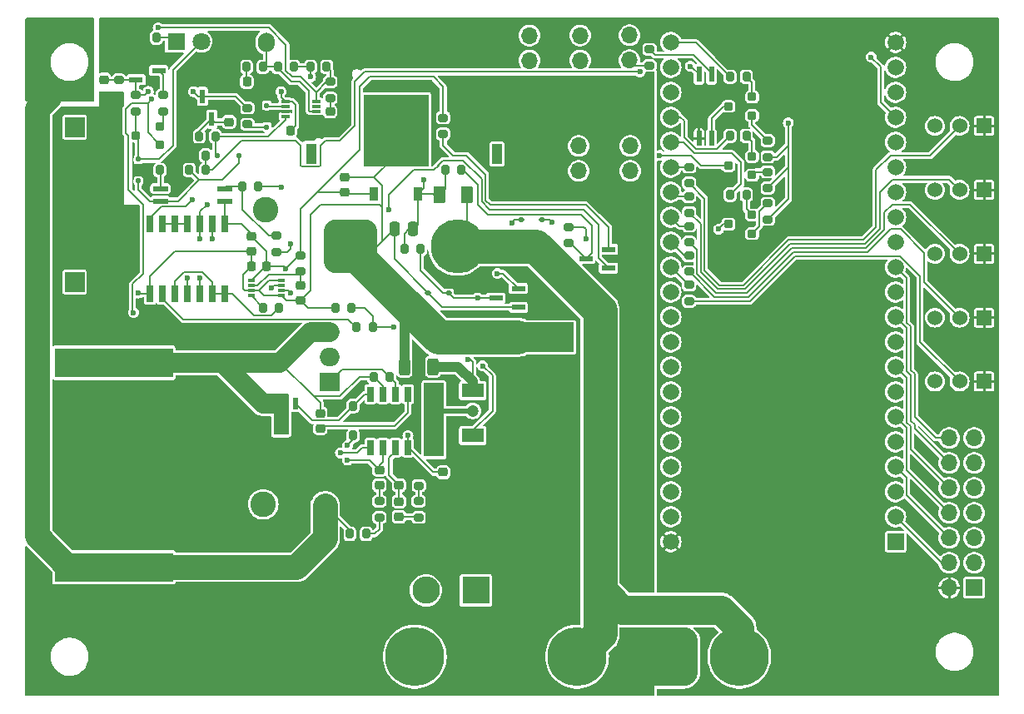
<source format=gbr>
%TF.GenerationSoftware,KiCad,Pcbnew,8.0.4*%
%TF.CreationDate,2024-09-03T11:52:29+09:00*%
%TF.ProjectId,chibarobo_board_2024,63686962-6172-46f6-926f-5f626f617264,rev?*%
%TF.SameCoordinates,Original*%
%TF.FileFunction,Copper,L2,Bot*%
%TF.FilePolarity,Positive*%
%FSLAX46Y46*%
G04 Gerber Fmt 4.6, Leading zero omitted, Abs format (unit mm)*
G04 Created by KiCad (PCBNEW 8.0.4) date 2024-09-03 11:52:29*
%MOMM*%
%LPD*%
G01*
G04 APERTURE LIST*
G04 Aperture macros list*
%AMRoundRect*
0 Rectangle with rounded corners*
0 $1 Rounding radius*
0 $2 $3 $4 $5 $6 $7 $8 $9 X,Y pos of 4 corners*
0 Add a 4 corners polygon primitive as box body*
4,1,4,$2,$3,$4,$5,$6,$7,$8,$9,$2,$3,0*
0 Add four circle primitives for the rounded corners*
1,1,$1+$1,$2,$3*
1,1,$1+$1,$4,$5*
1,1,$1+$1,$6,$7*
1,1,$1+$1,$8,$9*
0 Add four rect primitives between the rounded corners*
20,1,$1+$1,$2,$3,$4,$5,0*
20,1,$1+$1,$4,$5,$6,$7,0*
20,1,$1+$1,$6,$7,$8,$9,0*
20,1,$1+$1,$8,$9,$2,$3,0*%
%AMFreePoly0*
4,1,5,1.500000,-5.750000,-1.500000,-5.750000,-1.500000,5.750000,1.500000,5.750000,1.500000,-5.750000,1.500000,-5.750000,$1*%
%AMFreePoly1*
4,1,5,1.000000,-3.750000,-1.000000,-3.750000,-1.000000,3.750000,1.000000,3.750000,1.000000,-3.750000,1.000000,-3.750000,$1*%
G04 Aperture macros list end*
%TA.AperFunction,Conductor*%
%ADD10C,0.200000*%
%TD*%
%TA.AperFunction,ComponentPad*%
%ADD11R,1.000000X2.000000*%
%TD*%
%TA.AperFunction,ComponentPad*%
%ADD12RoundRect,1.375000X-1.375000X-1.375000X1.375000X-1.375000X1.375000X1.375000X-1.375000X1.375000X0*%
%TD*%
%TA.AperFunction,ComponentPad*%
%ADD13C,5.500000*%
%TD*%
%TA.AperFunction,ComponentPad*%
%ADD14R,1.524000X1.524000*%
%TD*%
%TA.AperFunction,ComponentPad*%
%ADD15C,1.524000*%
%TD*%
%TA.AperFunction,ComponentPad*%
%ADD16R,2.000000X2.000000*%
%TD*%
%TA.AperFunction,ComponentPad*%
%ADD17C,2.000000*%
%TD*%
%TA.AperFunction,ComponentPad*%
%ADD18R,1.700000X1.700000*%
%TD*%
%TA.AperFunction,ComponentPad*%
%ADD19O,1.700000X1.700000*%
%TD*%
%TA.AperFunction,ComponentPad*%
%ADD20FreePoly0,180.000000*%
%TD*%
%TA.AperFunction,ComponentPad*%
%ADD21FreePoly1,180.000000*%
%TD*%
%TA.AperFunction,ComponentPad*%
%ADD22FreePoly0,270.000000*%
%TD*%
%TA.AperFunction,ComponentPad*%
%ADD23RoundRect,0.250000X-0.600000X-0.750000X0.600000X-0.750000X0.600000X0.750000X-0.600000X0.750000X0*%
%TD*%
%TA.AperFunction,ComponentPad*%
%ADD24O,1.700000X2.000000*%
%TD*%
%TA.AperFunction,ComponentPad*%
%ADD25RoundRect,1.500000X-1.500000X-1.500000X1.500000X-1.500000X1.500000X1.500000X-1.500000X1.500000X0*%
%TD*%
%TA.AperFunction,ComponentPad*%
%ADD26C,6.000000*%
%TD*%
%TA.AperFunction,ComponentPad*%
%ADD27R,2.800000X2.800000*%
%TD*%
%TA.AperFunction,ComponentPad*%
%ADD28O,2.800000X2.800000*%
%TD*%
%TA.AperFunction,WasherPad*%
%ADD29C,2.600000*%
%TD*%
%TA.AperFunction,ComponentPad*%
%ADD30R,1.665000X1.665000*%
%TD*%
%TA.AperFunction,ComponentPad*%
%ADD31C,1.665000*%
%TD*%
%TA.AperFunction,ComponentPad*%
%ADD32R,2.000000X1.905000*%
%TD*%
%TA.AperFunction,ComponentPad*%
%ADD33O,2.000000X1.905000*%
%TD*%
%TA.AperFunction,ComponentPad*%
%ADD34R,1.800000X1.800000*%
%TD*%
%TA.AperFunction,ComponentPad*%
%ADD35C,1.800000*%
%TD*%
%TA.AperFunction,SMDPad,CuDef*%
%ADD36RoundRect,0.200000X-0.275000X0.200000X-0.275000X-0.200000X0.275000X-0.200000X0.275000X0.200000X0*%
%TD*%
%TA.AperFunction,SMDPad,CuDef*%
%ADD37RoundRect,0.225000X0.250000X-0.225000X0.250000X0.225000X-0.250000X0.225000X-0.250000X-0.225000X0*%
%TD*%
%TA.AperFunction,SMDPad,CuDef*%
%ADD38RoundRect,0.200000X-0.200000X-0.275000X0.200000X-0.275000X0.200000X0.275000X-0.200000X0.275000X0*%
%TD*%
%TA.AperFunction,SMDPad,CuDef*%
%ADD39RoundRect,0.200000X0.250000X0.200000X-0.250000X0.200000X-0.250000X-0.200000X0.250000X-0.200000X0*%
%TD*%
%TA.AperFunction,SMDPad,CuDef*%
%ADD40RoundRect,0.225000X-0.250000X0.225000X-0.250000X-0.225000X0.250000X-0.225000X0.250000X0.225000X0*%
%TD*%
%TA.AperFunction,SMDPad,CuDef*%
%ADD41R,0.850000X0.300000*%
%TD*%
%TA.AperFunction,ComponentPad*%
%ADD42R,1.600000X1.600000*%
%TD*%
%TA.AperFunction,ComponentPad*%
%ADD43C,1.600000*%
%TD*%
%TA.AperFunction,SMDPad,CuDef*%
%ADD44R,2.286000X1.397000*%
%TD*%
%TA.AperFunction,SMDPad,CuDef*%
%ADD45R,6.180000X5.690000*%
%TD*%
%TA.AperFunction,SMDPad,CuDef*%
%ADD46RoundRect,0.137500X0.137500X-0.662500X0.137500X0.662500X-0.137500X0.662500X-0.137500X-0.662500X0*%
%TD*%
%TA.AperFunction,SMDPad,CuDef*%
%ADD47RoundRect,0.200000X0.200000X0.275000X-0.200000X0.275000X-0.200000X-0.275000X0.200000X-0.275000X0*%
%TD*%
%TA.AperFunction,SMDPad,CuDef*%
%ADD48RoundRect,0.200000X0.275000X-0.200000X0.275000X0.200000X-0.275000X0.200000X-0.275000X-0.200000X0*%
%TD*%
%TA.AperFunction,SMDPad,CuDef*%
%ADD49R,0.700000X1.775000*%
%TD*%
%TA.AperFunction,SMDPad,CuDef*%
%ADD50RoundRect,0.225000X-0.225000X-0.250000X0.225000X-0.250000X0.225000X0.250000X-0.225000X0.250000X0*%
%TD*%
%TA.AperFunction,SMDPad,CuDef*%
%ADD51RoundRect,0.112500X0.187500X0.112500X-0.187500X0.112500X-0.187500X-0.112500X0.187500X-0.112500X0*%
%TD*%
%TA.AperFunction,SMDPad,CuDef*%
%ADD52RoundRect,0.125000X0.125000X0.125000X-0.125000X0.125000X-0.125000X-0.125000X0.125000X-0.125000X0*%
%TD*%
%TA.AperFunction,SMDPad,CuDef*%
%ADD53RoundRect,0.125000X0.125000X-0.125000X0.125000X0.125000X-0.125000X0.125000X-0.125000X-0.125000X0*%
%TD*%
%TA.AperFunction,SMDPad,CuDef*%
%ADD54RoundRect,0.250000X0.250000X0.475000X-0.250000X0.475000X-0.250000X-0.475000X0.250000X-0.475000X0*%
%TD*%
%TA.AperFunction,SMDPad,CuDef*%
%ADD55R,1.450000X0.600000*%
%TD*%
%TA.AperFunction,SMDPad,CuDef*%
%ADD56RoundRect,0.225000X0.225000X0.250000X-0.225000X0.250000X-0.225000X-0.250000X0.225000X-0.250000X0*%
%TD*%
%TA.AperFunction,SMDPad,CuDef*%
%ADD57RoundRect,0.250000X-0.375000X-0.625000X0.375000X-0.625000X0.375000X0.625000X-0.375000X0.625000X0*%
%TD*%
%TA.AperFunction,SMDPad,CuDef*%
%ADD58RoundRect,0.250000X0.312500X0.625000X-0.312500X0.625000X-0.312500X-0.625000X0.312500X-0.625000X0*%
%TD*%
%TA.AperFunction,SMDPad,CuDef*%
%ADD59R,0.600000X1.450000*%
%TD*%
%TA.AperFunction,SMDPad,CuDef*%
%ADD60R,0.700000X1.525000*%
%TD*%
%TA.AperFunction,SMDPad,CuDef*%
%ADD61R,0.800000X0.300000*%
%TD*%
%TA.AperFunction,SMDPad,CuDef*%
%ADD62RoundRect,0.137500X-0.662500X-0.137500X0.662500X-0.137500X0.662500X0.137500X-0.662500X0.137500X0*%
%TD*%
%TA.AperFunction,SMDPad,CuDef*%
%ADD63R,0.600000X1.200000*%
%TD*%
%TA.AperFunction,SMDPad,CuDef*%
%ADD64R,0.939800X1.320800*%
%TD*%
%TA.AperFunction,SMDPad,CuDef*%
%ADD65R,6.604000X7.315200*%
%TD*%
%TA.AperFunction,SMDPad,CuDef*%
%ADD66R,12.000000X3.000000*%
%TD*%
%TA.AperFunction,ViaPad*%
%ADD67C,0.600000*%
%TD*%
%TA.AperFunction,ViaPad*%
%ADD68C,1.200000*%
%TD*%
%TA.AperFunction,Conductor*%
%ADD69C,3.000000*%
%TD*%
%TA.AperFunction,Conductor*%
%ADD70C,3.500000*%
%TD*%
%TA.AperFunction,Conductor*%
%ADD71C,2.000000*%
%TD*%
%TA.AperFunction,Conductor*%
%ADD72C,2.500000*%
%TD*%
%TA.AperFunction,Conductor*%
%ADD73C,1.000000*%
%TD*%
%TA.AperFunction,Conductor*%
%ADD74C,0.500000*%
%TD*%
G04 APERTURE END LIST*
%TO.N,Net-(IC2-VSW)*%
D10*
X125839007Y-88838861D02*
X127201681Y-88838861D01*
X127201681Y-92839639D01*
X125839007Y-92839639D01*
X125839007Y-88838861D01*
%TA.AperFunction,Conductor*%
G36*
X125839007Y-88838861D02*
G01*
X127201681Y-88838861D01*
X127201681Y-92839639D01*
X125839007Y-92839639D01*
X125839007Y-88838861D01*
G37*
%TD.AperFunction*%
%TD*%
D11*
%TO.P,J15,*%
%TO.N,*%
X129550000Y-64350000D03*
X148450000Y-64350000D03*
D12*
%TO.P,J15,1,Pin_1*%
%TO.N,-BATT*%
X133550000Y-73750000D03*
D13*
%TO.P,J15,2,Pin_2*%
%TO.N,+BATT*%
X144450000Y-73750000D03*
%TD*%
D14*
%TO.P,J10,1,Pin_1*%
%TO.N,GND*%
X198000000Y-68000000D03*
D15*
%TO.P,J10,2,Pin_2*%
%TO.N,Net-(J10-Pin_2)*%
X195500000Y-68000000D03*
%TO.P,J10,3,Pin_3*%
%TO.N,Net-(J10-Pin_3)*%
X193000000Y-68000000D03*
%TD*%
D16*
%TO.P,C5,1*%
%TO.N,+BATT*%
X105500000Y-77367677D03*
D17*
%TO.P,C5,2*%
%TO.N,GNDPWR*%
X105500000Y-72367677D03*
%TD*%
D14*
%TO.P,J14,1,Pin_1*%
%TO.N,GND*%
X198000000Y-87500000D03*
D15*
%TO.P,J14,2,Pin_2*%
%TO.N,Net-(J14-Pin_2)*%
X195500000Y-87500000D03*
%TO.P,J14,3,Pin_3*%
%TO.N,Net-(J14-Pin_3)*%
X193000000Y-87500000D03*
%TD*%
D18*
%TO.P,J1,1,Pin_1*%
%TO.N,+5V*%
X197000000Y-108483788D03*
D19*
%TO.P,J1,2,Pin_2*%
%TO.N,GND*%
X194460000Y-108483788D03*
%TO.P,J1,3,Pin_3*%
%TO.N,+3.3V*%
X197000000Y-105943788D03*
%TO.P,J1,4,Pin_4*%
%TO.N,Net-(IC1-0)*%
X194460000Y-105943788D03*
%TO.P,J1,5,Pin_5*%
%TO.N,Net-(IC1-1)*%
X197000000Y-103403788D03*
%TO.P,J1,6,Pin_6*%
%TO.N,Net-(IC1-2)*%
X194460000Y-103403788D03*
%TO.P,J1,7,Pin_7*%
%TO.N,Net-(IC1-3)*%
X197000000Y-100863788D03*
%TO.P,J1,8,Pin_8*%
%TO.N,Net-(IC1-4)*%
X194460000Y-100863788D03*
%TO.P,J1,9,Pin_9*%
%TO.N,Net-(IC1-5)*%
X197000000Y-98323788D03*
%TO.P,J1,10,Pin_10*%
%TO.N,Net-(IC1-6)*%
X194460000Y-98323788D03*
%TO.P,J1,11,Pin_11*%
%TO.N,Net-(IC1-7)*%
X197000000Y-95783788D03*
%TO.P,J1,12,Pin_12*%
%TO.N,Net-(IC1-8)*%
X194460000Y-95783788D03*
%TO.P,J1,13,Pin_13*%
%TO.N,Net-(IC1-9)*%
X197000000Y-93243788D03*
%TO.P,J1,14,Pin_14*%
%TO.N,Net-(IC1-10)*%
X194460000Y-93243788D03*
%TD*%
D14*
%TO.P,J13,1,Pin_1*%
%TO.N,GND*%
X198000000Y-81000000D03*
D15*
%TO.P,J13,2,Pin_2*%
%TO.N,Net-(J13-Pin_2)*%
X195500000Y-81000000D03*
%TO.P,J13,3,Pin_3*%
%TO.N,Net-(J13-Pin_3)*%
X193000000Y-81000000D03*
%TD*%
D20*
%TO.P,K1,30*%
%TO.N,GNDPWR*%
X150500000Y-100900000D03*
D21*
%TO.P,K1,85*%
%TO.N,Net-(D10-A)*%
X142050000Y-91400000D03*
%TO.P,K1,86*%
%TO.N,+BATT*%
X158950000Y-91400000D03*
D22*
%TO.P,K1,87*%
%TO.N,-BATT*%
X150500000Y-83000000D03*
%TD*%
D23*
%TO.P,J16,1,Pin_1*%
%TO.N,GND*%
X122500000Y-53000000D03*
D24*
%TO.P,J16,2,Pin_2*%
%TO.N,Net-(IC5-2A)*%
X125000000Y-53000000D03*
%TD*%
D18*
%TO.P,J2,1,Pin_1*%
%TO.N,GNDPWR*%
X161948959Y-57363564D03*
D19*
%TO.P,J2,2,Pin_2*%
%TO.N,+7.5V*%
X161948959Y-54823564D03*
%TO.P,J2,3,Pin_3*%
%TO.N,Net-(J2-Pin_3)*%
X161948959Y-52283564D03*
%TD*%
D18*
%TO.P,J4,1,Pin_1*%
%TO.N,GNDPWR*%
X151768554Y-57385064D03*
D19*
%TO.P,J4,2,Pin_2*%
%TO.N,+7.5V*%
X151768554Y-54845064D03*
%TO.P,J4,3,Pin_3*%
%TO.N,Net-(J4-Pin_3)*%
X151768554Y-52305064D03*
%TD*%
D16*
%TO.P,C4,1*%
%TO.N,+BATT*%
X105500000Y-61632323D03*
D17*
%TO.P,C4,2*%
%TO.N,GNDPWR*%
X105500000Y-66632323D03*
%TD*%
D25*
%TO.P,J9,1,Pin_1*%
%TO.N,GNDPWR*%
X149400000Y-115500000D03*
D26*
%TO.P,J9,2,Pin_2*%
%TO.N,+BATT*%
X156600000Y-115500000D03*
%TD*%
D14*
%TO.P,J12,1,Pin_1*%
%TO.N,GND*%
X198000000Y-74500000D03*
D15*
%TO.P,J12,2,Pin_2*%
%TO.N,Net-(J12-Pin_2)*%
X195500000Y-74500000D03*
%TO.P,J12,3,Pin_3*%
%TO.N,Net-(J12-Pin_3)*%
X193000000Y-74500000D03*
%TD*%
D27*
%TO.P,D10,1,K*%
%TO.N,+BATT*%
X146319950Y-108748157D03*
D28*
%TO.P,D10,2,A*%
%TO.N,Net-(D10-A)*%
X141239950Y-108748157D03*
%TD*%
D25*
%TO.P,J11,1,Pin_1*%
%TO.N,GNDPWR*%
X132900000Y-115500000D03*
D26*
%TO.P,J11,2,Pin_2*%
%TO.N,+BATT*%
X140100000Y-115500000D03*
%TD*%
D18*
%TO.P,J6,1,Pin_1*%
%TO.N,GNDPWR*%
X156776836Y-61000178D03*
D19*
%TO.P,J6,2,Pin_2*%
%TO.N,+7.5V*%
X156776836Y-63540178D03*
%TO.P,J6,3,Pin_3*%
%TO.N,Net-(J6-Pin_3)*%
X156776836Y-66080178D03*
%TD*%
D29*
%TO.P,HS1,*%
%TO.N,*%
X124687500Y-100000000D03*
X124887500Y-70000000D03*
%TD*%
D18*
%TO.P,J5,1,Pin_1*%
%TO.N,GNDPWR*%
X162000000Y-61000000D03*
D19*
%TO.P,J5,2,Pin_2*%
%TO.N,+7.5V*%
X162000000Y-63540000D03*
%TO.P,J5,3,Pin_3*%
%TO.N,Net-(J5-Pin_3)*%
X162000000Y-66080000D03*
%TD*%
D30*
%TO.P,IC1,J111,3V3*%
%TO.N,+3.3V*%
X189000000Y-103800000D03*
D31*
%TO.P,IC1,J112,0*%
%TO.N,Net-(IC1-0)*%
X189000000Y-101260000D03*
%TO.P,IC1,J113,1*%
%TO.N,Net-(IC1-1)*%
X189000000Y-98720000D03*
%TO.P,IC1,J114,2*%
%TO.N,Net-(IC1-2)*%
X189000000Y-96180000D03*
%TO.P,IC1,J115,3*%
%TO.N,Net-(IC1-3)*%
X189000000Y-93640000D03*
%TO.P,IC1,J116,4*%
%TO.N,Net-(IC1-4)*%
X189000000Y-91100000D03*
%TO.P,IC1,J117,5*%
%TO.N,Net-(IC1-5)*%
X189000000Y-88560000D03*
%TO.P,IC1,J118,6*%
%TO.N,Net-(IC1-6)*%
X189000000Y-86020000D03*
%TO.P,IC1,J119,7*%
%TO.N,Net-(IC1-7)*%
X189000000Y-83480000D03*
%TO.P,IC1,J120,8*%
%TO.N,Net-(IC1-8)*%
X189000000Y-80940000D03*
%TO.P,IC1,J121,9*%
%TO.N,Net-(IC1-9)*%
X189000000Y-78400000D03*
%TO.P,IC1,J122,10*%
%TO.N,Net-(IC1-10)*%
X189000000Y-75860000D03*
%TO.P,IC1,J123,11*%
%TO.N,unconnected-(IC1-11-PadJ123)*%
X189000000Y-73320000D03*
%TO.P,IC1,J124,12*%
%TO.N,unconnected-(IC1-12-PadJ124)*%
X189000000Y-70780000D03*
%TO.P,IC1,J125,13*%
%TO.N,unconnected-(IC1-13-PadJ125)*%
X189000000Y-68240000D03*
%TO.P,IC1,J126,14*%
%TO.N,unconnected-(IC1-14-PadJ126)*%
X189000000Y-65700000D03*
%TO.P,IC1,J127,15*%
%TO.N,unconnected-(IC1-15-PadJ127)*%
X189000000Y-63160000D03*
%TO.P,IC1,J128,16*%
%TO.N,~{EMS}_{INFO}*%
X189000000Y-60620000D03*
%TO.P,IC1,J129,17*%
%TO.N,unconnected-(IC1-17-PadJ129)*%
X189000000Y-58080000D03*
%TO.P,IC1,J130,5V*%
%TO.N,+5V*%
X189000000Y-55540000D03*
%TO.P,IC1,J131,G_1*%
%TO.N,GND*%
X189000000Y-53000000D03*
%TO.P,IC1,J311,G_2*%
X166140000Y-103800000D03*
%TO.P,IC1,J312,RST*%
%TO.N,unconnected-(IC1-RST-PadJ312)*%
X166140000Y-101260000D03*
%TO.P,IC1,J313,46*%
%TO.N,unconnected-(IC1-46-PadJ313)*%
X166140000Y-98720000D03*
%TO.P,IC1,J314,45*%
%TO.N,unconnected-(IC1-45-PadJ314)*%
X166140000Y-96180000D03*
%TO.P,IC1,J315,RX*%
%TO.N,unconnected-(IC1-RX-PadJ315)*%
X166140000Y-93640000D03*
%TO.P,IC1,J316,TX*%
%TO.N,unconnected-(IC1-TX-PadJ316)*%
X166140000Y-91100000D03*
%TO.P,IC1,J317,42*%
%TO.N,/DCMotor/DIR5*%
X166140000Y-88560000D03*
%TO.P,IC1,J318,41*%
%TO.N,/DCMotor/DIR4*%
X166140000Y-86020000D03*
%TO.P,IC1,J319,40*%
%TO.N,/DCMotor/DIR3*%
X166140000Y-83480000D03*
%TO.P,IC1,J320,39*%
%TO.N,/DCMotor/DIR2*%
X166140000Y-80940000D03*
%TO.P,IC1,J321,38*%
%TO.N,/DCMotor/DIR1*%
X166140000Y-78400000D03*
%TO.P,IC1,J322,37*%
%TO.N,/DCMotor/PWM5*%
X166140000Y-75860000D03*
%TO.P,IC1,J323,36*%
%TO.N,/DCMotor/PWM4*%
X166140000Y-73320000D03*
%TO.P,IC1,J324,35*%
%TO.N,/DCMotor/PWM3*%
X166140000Y-70780000D03*
%TO.P,IC1,J325,34*%
%TO.N,/DCMotor/PWM2*%
X166140000Y-68240000D03*
%TO.P,IC1,J326,33*%
%TO.N,/DCMotor/PWM1*%
X166140000Y-65700000D03*
%TO.P,IC1,J327,26*%
%TO.N,/Servo/Servo5*%
X166140000Y-63160000D03*
%TO.P,IC1,J328,21*%
%TO.N,/Servo/Servo4*%
X166140000Y-60620000D03*
%TO.P,IC1,J329,20*%
%TO.N,/Servo/Servo3*%
X166140000Y-58080000D03*
%TO.P,IC1,J330,19*%
%TO.N,/Servo/Servo2*%
X166140000Y-55540000D03*
%TO.P,IC1,J331,18*%
%TO.N,/Servo/Servo1*%
X166140000Y-53000000D03*
%TD*%
D14*
%TO.P,J8,1,Pin_1*%
%TO.N,GND*%
X198000000Y-61500000D03*
D15*
%TO.P,J8,2,Pin_2*%
%TO.N,Net-(J8-Pin_2)*%
X195500000Y-61500000D03*
%TO.P,J8,3,Pin_3*%
%TO.N,Net-(J8-Pin_3)*%
X193000000Y-61500000D03*
%TD*%
D32*
%TO.P,Q2,1,G*%
%TO.N,Net-(IC2-HSDR)*%
X131445000Y-87540000D03*
D33*
%TO.P,Q2,2,D*%
%TO.N,+BATT*%
X131445000Y-85000000D03*
%TO.P,Q2,3,S*%
%TO.N,Net-(IC2-VSW)*%
X131445000Y-82460000D03*
%TD*%
D25*
%TO.P,J7,1,Pin_1*%
%TO.N,GNDPWR*%
X165900000Y-115500000D03*
D26*
%TO.P,J7,2,Pin_2*%
%TO.N,+BATT*%
X173100000Y-115500000D03*
%TD*%
D18*
%TO.P,J3,1,Pin_1*%
%TO.N,GNDPWR*%
X156911870Y-57369899D03*
D19*
%TO.P,J3,2,Pin_2*%
%TO.N,+7.5V*%
X156911870Y-54829899D03*
%TO.P,J3,3,Pin_3*%
%TO.N,Net-(J3-Pin_3)*%
X156911870Y-52289899D03*
%TD*%
D34*
%TO.P,D5,1,K*%
%TO.N,Net-(D5-K)*%
X115828498Y-52898960D03*
D35*
%TO.P,D5,2,A*%
%TO.N,Net-(D5-A)*%
X118368498Y-52898960D03*
%TD*%
D36*
%TO.P,R7,1*%
%TO.N,Net-(R6-Pad2)*%
X140500000Y-99681981D03*
%TO.P,R7,2*%
%TO.N,Net-(C3-Pad1)*%
X140500000Y-101331981D03*
%TD*%
D37*
%TO.P,C17,1*%
%TO.N,Net-(Q10-BASE)*%
X121213802Y-61097364D03*
%TO.P,C17,2*%
%TO.N,GND*%
X121213802Y-59547364D03*
%TD*%
D36*
%TO.P,R29,1*%
%TO.N,/DCMotor/PWM2*%
X168000000Y-68675000D03*
%TO.P,R29,2*%
%TO.N,Net-(J10-Pin_2)*%
X168000000Y-70325000D03*
%TD*%
D38*
%TO.P,R20,1*%
%TO.N,/Servo/Servo4*%
X172175000Y-62500000D03*
%TO.P,R20,2*%
%TO.N,Net-(Q6-Pad1)*%
X173825000Y-62500000D03*
%TD*%
D39*
%TO.P,Q3,1*%
%TO.N,Net-(Q3-Pad1)*%
X174400000Y-58550000D03*
%TO.P,Q3,2*%
%TO.N,Net-(Q3-Pad2)*%
X174400000Y-60450000D03*
%TO.P,Q3,3*%
%TO.N,Net-(Q3-Pad3)*%
X172000000Y-59500000D03*
%TD*%
D40*
%TO.P,C9,1*%
%TO.N,Net-(U7A-RCext)*%
X128500000Y-77725000D03*
%TO.P,C9,2*%
%TO.N,-BATT*%
X128500000Y-79275000D03*
%TD*%
%TO.P,C14,1*%
%TO.N,Net-(C14-Pad1)*%
X131491802Y-60035542D03*
%TO.P,C14,2*%
%TO.N,GND*%
X131491802Y-61585542D03*
%TD*%
D36*
%TO.P,R31,1*%
%TO.N,/DCMotor/PWM3*%
X168000000Y-71675000D03*
%TO.P,R31,2*%
%TO.N,Net-(J12-Pin_2)*%
X168000000Y-73325000D03*
%TD*%
D38*
%TO.P,R51,1*%
%TO.N,Net-(R51-Pad1)*%
X114175000Y-66000000D03*
%TO.P,R51,2*%
%TO.N,GND*%
X115825000Y-66000000D03*
%TD*%
D41*
%TO.P,IC5,1,1A*%
%TO.N,Net-(IC5-1A)*%
X130075000Y-59000000D03*
%TO.P,IC5,2,3Y*%
%TO.N,unconnected-(IC5-3Y-Pad2)*%
X130075000Y-59500000D03*
%TO.P,IC5,3,2A*%
%TO.N,Net-(IC5-2A)*%
X130075000Y-60000000D03*
%TO.P,IC5,4,GND*%
%TO.N,GND*%
X130075000Y-60500000D03*
%TO.P,IC5,5,2Y*%
%TO.N,/PowerSupply/EMS/EMBTN*%
X126925000Y-60500000D03*
%TO.P,IC5,6,3A*%
%TO.N,GND*%
X126925000Y-60000000D03*
%TO.P,IC5,7,1Y*%
%TO.N,/PowerSupply/EMS/OVERRIDE*%
X126925000Y-59500000D03*
%TO.P,IC5,8,VCC*%
%TO.N,+5V*%
X126925000Y-59000000D03*
%TD*%
D42*
%TO.P,C8,1*%
%TO.N,+7.5V*%
X131000000Y-100152651D03*
D43*
%TO.P,C8,2*%
%TO.N,GNDPWR*%
X131000000Y-96652651D03*
%TD*%
D44*
%TO.P,Q12,1*%
%TO.N,Net-(D8-K)*%
X146000000Y-93000000D03*
D45*
%TO.P,Q12,2*%
%TO.N,GNDPWR*%
X152436000Y-90714000D03*
D44*
%TO.P,Q12,3*%
%TO.N,Net-(Q13-BASE)*%
X146000000Y-88428000D03*
%TD*%
D39*
%TO.P,Q8,1*%
%TO.N,Net-(Q8-Pad1)*%
X114150000Y-61550000D03*
%TO.P,Q8,2*%
%TO.N,+5V*%
X114150000Y-63450000D03*
%TO.P,Q8,3*%
%TO.N,Net-(D5-A)*%
X111750000Y-62500000D03*
%TD*%
D36*
%TO.P,R60,1*%
%TO.N,Net-(D9-K)*%
X155787095Y-71776873D03*
%TO.P,R60,2*%
%TO.N,Net-(Q14-COLLECTOR)*%
X155787095Y-73426873D03*
%TD*%
D46*
%TO.P,U2,1*%
%TO.N,Net-(Q3-Pad3)*%
X170270000Y-62750000D03*
%TO.P,U2,2*%
%TO.N,GND*%
X169000000Y-62750000D03*
%TO.P,U2,3*%
%TO.N,GNDPWR*%
X169000000Y-56250000D03*
%TO.P,U2,4*%
%TO.N,Net-(J2-Pin_3)*%
X170270000Y-56250000D03*
%TD*%
D40*
%TO.P,C2,1*%
%TO.N,GNDPWR*%
X138500000Y-96491895D03*
%TO.P,C2,2*%
%TO.N,/ActuatorPowerSupply/COMP*%
X138500000Y-98041895D03*
%TD*%
D47*
%TO.P,R3,1*%
%TO.N,/ActuatorPowerSupply/FB*%
X133825000Y-93000000D03*
%TO.P,R3,2*%
%TO.N,GNDPWR*%
X132175000Y-93000000D03*
%TD*%
D37*
%TO.P,C1,1*%
%TO.N,Net-(C1-Pad1)*%
X136500000Y-98050000D03*
%TO.P,C1,2*%
%TO.N,/ActuatorPowerSupply/FB*%
X136500000Y-96500000D03*
%TD*%
D47*
%TO.P,R47,1*%
%TO.N,Net-(D5-K)*%
X113825000Y-52500000D03*
%TO.P,R47,2*%
%TO.N,GND*%
X112175000Y-52500000D03*
%TD*%
D40*
%TO.P,C6,1*%
%TO.N,+BATT*%
X143000000Y-96725000D03*
%TO.P,C6,2*%
%TO.N,GNDPWR*%
X143000000Y-98275000D03*
%TD*%
D48*
%TO.P,R13,1*%
%TO.N,+7.5V*%
X163980142Y-55355216D03*
%TO.P,R13,2*%
%TO.N,Net-(J2-Pin_3)*%
X163980142Y-53705216D03*
%TD*%
D36*
%TO.P,R6,1*%
%TO.N,GNDPWR*%
X140515499Y-96446313D03*
%TO.P,R6,2*%
%TO.N,Net-(R6-Pad2)*%
X140515499Y-98096313D03*
%TD*%
D38*
%TO.P,R1,1*%
%TO.N,+7.5V*%
X133500000Y-103000000D03*
%TO.P,R1,2*%
%TO.N,Net-(R1-Pad2)*%
X135150000Y-103000000D03*
%TD*%
D49*
%TO.P,IC3,1,1A*%
%TO.N,/PowerSupply/WMUP*%
X120810000Y-78538000D03*
%TO.P,IC3,2,1B*%
X119540000Y-78538000D03*
%TO.P,IC3,3,1Y*%
%TO.N,Net-(IC3-1Y)*%
X118270000Y-78538000D03*
%TO.P,IC3,4,2A*%
%TO.N,/PowerSupply/~{EMS}*%
X117000000Y-78538000D03*
%TO.P,IC3,5,2B*%
%TO.N,/PowerSupply/WMUP*%
X115730000Y-78538000D03*
%TO.P,IC3,6,2Y*%
%TO.N,/PowerSupply/~{SS}*%
X114460000Y-78538000D03*
%TO.P,IC3,7,GND*%
%TO.N,-BATT*%
X113190000Y-78538000D03*
%TO.P,IC3,8,3Y*%
%TO.N,MS*%
X113190000Y-71462000D03*
%TO.P,IC3,9,3A*%
%TO.N,Net-(IC3-3A)*%
X114460000Y-71462000D03*
%TO.P,IC3,10,3B*%
X115730000Y-71462000D03*
%TO.P,IC3,11,4Y*%
X117000000Y-71462000D03*
%TO.P,IC3,12,4A*%
%TO.N,/PowerSupply/~{EMS}*%
X118270000Y-71462000D03*
%TO.P,IC3,13,4B*%
%TO.N,Net-(IC3-1Y)*%
X119540000Y-71462000D03*
%TO.P,IC3,14,VCC*%
%TO.N,/PowerSupply/LOGPWR*%
X120810000Y-71462000D03*
%TD*%
D50*
%TO.P,C18,1*%
%TO.N,+5V*%
X127450000Y-62000000D03*
%TO.P,C18,2*%
%TO.N,GND*%
X129000000Y-62000000D03*
%TD*%
D48*
%TO.P,R41,1*%
%TO.N,Net-(D4-K)*%
X123075000Y-61325000D03*
%TO.P,R41,2*%
%TO.N,Net-(Q10-COLLECTOR)*%
X123075000Y-59675000D03*
%TD*%
D36*
%TO.P,R36,1*%
%TO.N,/PowerSupply/LOGPWR*%
X128500000Y-74675000D03*
%TO.P,R36,2*%
%TO.N,Net-(U7A-RCext)*%
X128500000Y-76325000D03*
%TD*%
%TO.P,R58,1*%
%TO.N,/PowerSupply/LOGPWR*%
X143000000Y-60675000D03*
%TO.P,R58,2*%
%TO.N,Net-(Q14-BASE)*%
X143000000Y-62325000D03*
%TD*%
D38*
%TO.P,R48,1*%
%TO.N,Net-(Q10-BASE)*%
X118175000Y-62557176D03*
%TO.P,R48,2*%
%TO.N,/PowerSupply/EMS/EMBTN*%
X119825000Y-62557176D03*
%TD*%
D39*
%TO.P,Q6,1*%
%TO.N,Net-(Q6-Pad1)*%
X174400000Y-64600000D03*
%TO.P,Q6,2*%
%TO.N,Net-(Q6-Pad2)*%
X174400000Y-66500000D03*
%TO.P,Q6,3*%
%TO.N,Net-(Q6-Pad3)*%
X172000000Y-65550000D03*
%TD*%
D37*
%TO.P,C7,1*%
%TO.N,Net-(IC2-BST)*%
X130500000Y-92275000D03*
%TO.P,C7,2*%
%TO.N,Net-(IC2-VSW)*%
X130500000Y-90725000D03*
%TD*%
D38*
%TO.P,R56,1*%
%TO.N,/PowerSupply/SAFE_+BATT*%
X139042214Y-74029487D03*
%TO.P,R56,2*%
%TO.N,Net-(D8-K)*%
X140692214Y-74029487D03*
%TD*%
D51*
%TO.P,D9,1,K*%
%TO.N,Net-(D9-K)*%
X153054674Y-71055664D03*
%TO.P,D9,2,A*%
%TO.N,-BATT*%
X150954674Y-71055664D03*
%TD*%
D37*
%TO.P,C15,1*%
%TO.N,Net-(Q10-COLLECTOR)*%
X108500000Y-56775000D03*
%TO.P,C15,2*%
%TO.N,GND*%
X108500000Y-55225000D03*
%TD*%
D38*
%TO.P,R49,1*%
%TO.N,Net-(D6-K)*%
X117175000Y-66000000D03*
%TO.P,R49,2*%
%TO.N,~{EMS}_{INFO}*%
X118825000Y-66000000D03*
%TD*%
D37*
%TO.P,C10,1*%
%TO.N,/PowerSupply/LOGPWR*%
X133000000Y-68275000D03*
%TO.P,C10,2*%
%TO.N,-BATT*%
X133000000Y-66725000D03*
%TD*%
D52*
%TO.P,D7,1,K*%
%TO.N,Net-(D6-K)*%
X122206320Y-64500000D03*
%TO.P,D7,2,A*%
%TO.N,/PowerSupply/EMS/EMBTN*%
X120006320Y-64500000D03*
%TD*%
D40*
%TO.P,C13,1*%
%TO.N,/PowerSupply/LOGPWR*%
X123500000Y-72725000D03*
%TO.P,C13,2*%
%TO.N,-BATT*%
X123500000Y-74275000D03*
%TD*%
D53*
%TO.P,D4,1,K*%
%TO.N,Net-(D4-K)*%
X125047660Y-61607385D03*
%TO.P,D4,2,A*%
%TO.N,/PowerSupply/EMS/OVERRIDE*%
X125047660Y-59407385D03*
%TD*%
D48*
%TO.P,R21,1*%
%TO.N,+5V*%
X176000000Y-67825000D03*
%TO.P,R21,2*%
%TO.N,Net-(Q6-Pad2)*%
X176000000Y-66175000D03*
%TD*%
%TO.P,R12,1*%
%TO.N,+5V*%
X176000000Y-64650000D03*
%TO.P,R12,2*%
%TO.N,Net-(Q3-Pad2)*%
X176000000Y-63000000D03*
%TD*%
D38*
%TO.P,R23,1*%
%TO.N,/Servo/Servo5*%
X172175000Y-68500000D03*
%TO.P,R23,2*%
%TO.N,Net-(Q7-Pad1)*%
X173825000Y-68500000D03*
%TD*%
D54*
%TO.P,C12,1*%
%TO.N,/PowerSupply/SAFE_+BATT*%
X139950000Y-72000000D03*
%TO.P,C12,2*%
%TO.N,-BATT*%
X138050000Y-72000000D03*
%TD*%
D48*
%TO.P,R2,1*%
%TO.N,Net-(R1-Pad2)*%
X136500000Y-101325000D03*
%TO.P,R2,2*%
%TO.N,Net-(C1-Pad1)*%
X136500000Y-99675000D03*
%TD*%
D53*
%TO.P,D6,1,K*%
%TO.N,Net-(D6-K)*%
X112000000Y-67100000D03*
%TO.P,D6,2,A*%
%TO.N,Net-(D5-A)*%
X112000000Y-64900000D03*
%TD*%
D38*
%TO.P,R39,1*%
%TO.N,+5V*%
X129500000Y-55500000D03*
%TO.P,R39,2*%
%TO.N,Net-(IC5-1A)*%
X131150000Y-55500000D03*
%TD*%
D55*
%TO.P,Q14,1,BASE*%
%TO.N,Net-(Q14-BASE)*%
X159800000Y-74050000D03*
%TO.P,Q14,2,EMITTER*%
%TO.N,MS*%
X159800000Y-75950000D03*
%TO.P,Q14,3,COLLECTOR*%
%TO.N,Net-(Q14-COLLECTOR)*%
X157500000Y-75000000D03*
%TD*%
D48*
%TO.P,R24,1*%
%TO.N,+5V*%
X175992653Y-71018825D03*
%TO.P,R24,2*%
%TO.N,Net-(Q7-Pad2)*%
X175992653Y-69368825D03*
%TD*%
D38*
%TO.P,R59,1*%
%TO.N,/PowerSupply/SAFE_+BATT*%
X143175000Y-66000000D03*
%TO.P,R59,2*%
%TO.N,Net-(Q14-COLLECTOR)*%
X144825000Y-66000000D03*
%TD*%
D48*
%TO.P,R46,1*%
%TO.N,Net-(Q8-Pad1)*%
X114494934Y-60012836D03*
%TO.P,R46,2*%
%TO.N,Net-(Q9-COLLECTOR)*%
X114494934Y-58362836D03*
%TD*%
D56*
%TO.P,C11,1*%
%TO.N,/PowerSupply/LOGPWR*%
X125032379Y-75790854D03*
%TO.P,C11,2*%
%TO.N,-BATT*%
X123482379Y-75790854D03*
%TD*%
D36*
%TO.P,R35,1*%
%TO.N,/DCMotor/PWM5*%
X168000000Y-77675000D03*
%TO.P,R35,2*%
%TO.N,Net-(J14-Pin_2)*%
X168000000Y-79325000D03*
%TD*%
%TO.P,R43,1*%
%TO.N,GND*%
X110000000Y-55175000D03*
%TO.P,R43,2*%
%TO.N,Net-(Q10-COLLECTOR)*%
X110000000Y-56825000D03*
%TD*%
D50*
%TO.P,C16,1*%
%TO.N,Net-(C16-Pad1)*%
X123035342Y-57008178D03*
%TO.P,C16,2*%
%TO.N,GND*%
X124585342Y-57008178D03*
%TD*%
D55*
%TO.P,Q11,1,BASE*%
%TO.N,Net-(Q11-BASE)*%
X150650000Y-78050000D03*
%TO.P,Q11,2,EMITTER*%
%TO.N,-BATT*%
X150650000Y-79950000D03*
%TO.P,Q11,3,COLLECTOR*%
%TO.N,Net-(D8-K)*%
X148350000Y-79000000D03*
%TD*%
D39*
%TO.P,Q7,1*%
%TO.N,Net-(Q7-Pad1)*%
X174400000Y-70550000D03*
%TO.P,Q7,2*%
%TO.N,Net-(Q7-Pad2)*%
X174400000Y-72450000D03*
%TO.P,Q7,3*%
%TO.N,Net-(Q7-Pad3)*%
X172000000Y-71500000D03*
%TD*%
D57*
%TO.P,F1,1*%
%TO.N,/PowerSupply/SAFE_+BATT*%
X142600000Y-68500000D03*
%TO.P,F1,2*%
%TO.N,+BATT*%
X145400000Y-68500000D03*
%TD*%
D58*
%TO.P,R57,1*%
%TO.N,Net-(Q13-BASE)*%
X141962500Y-86000000D03*
%TO.P,R57,2*%
%TO.N,-BATT*%
X139037500Y-86000000D03*
%TD*%
D36*
%TO.P,R40,1*%
%TO.N,Net-(IC5-1A)*%
X131500000Y-57000000D03*
%TO.P,R40,2*%
%TO.N,Net-(C14-Pad1)*%
X131500000Y-58650000D03*
%TD*%
D38*
%TO.P,R54,1*%
%TO.N,/PowerSupply/~{SS}*%
X134175000Y-82000000D03*
%TO.P,R54,2*%
%TO.N,Net-(Q11-BASE)*%
X135825000Y-82000000D03*
%TD*%
D47*
%TO.P,R9,1*%
%TO.N,Net-(IC2-LSDR)*%
X133825000Y-90000000D03*
%TO.P,R9,2*%
%TO.N,GNDPWR*%
X132175000Y-90000000D03*
%TD*%
D36*
%TO.P,R53,1*%
%TO.N,Net-(R52-Pad1)*%
X126000000Y-72686152D03*
%TO.P,R53,2*%
%TO.N,/PowerSupply/~{EMS}*%
X126000000Y-74336152D03*
%TD*%
D59*
%TO.P,Q10,1,BASE*%
%TO.N,Net-(Q10-BASE)*%
X119450000Y-60800000D03*
%TO.P,Q10,2,EMITTER*%
%TO.N,GND*%
X117550000Y-60800000D03*
%TO.P,Q10,3,COLLECTOR*%
%TO.N,Net-(Q10-COLLECTOR)*%
X118500000Y-58500000D03*
%TD*%
D47*
%TO.P,R44,1*%
%TO.N,+5V*%
X127825000Y-55500000D03*
%TO.P,R44,2*%
%TO.N,Net-(IC5-2A)*%
X126175000Y-55500000D03*
%TD*%
D51*
%TO.P,D8,1,K*%
%TO.N,Net-(D8-K)*%
X143550000Y-78500000D03*
%TO.P,D8,2,A*%
%TO.N,-BATT*%
X141450000Y-78500000D03*
%TD*%
D60*
%TO.P,IC2,1,VCC*%
%TO.N,+BATT*%
X139405000Y-94212000D03*
%TO.P,IC2,2,COMP*%
%TO.N,/ActuatorPowerSupply/COMP*%
X138135000Y-94212000D03*
%TO.P,IC2,3,FB*%
%TO.N,/ActuatorPowerSupply/FB*%
X136865000Y-94212000D03*
%TO.P,IC2,4,GND*%
%TO.N,Net-(IC2-GND)*%
X135595000Y-94212000D03*
%TO.P,IC2,5,LSDR*%
%TO.N,Net-(IC2-LSDR)*%
X135595000Y-88788000D03*
%TO.P,IC2,6,VSW*%
%TO.N,Net-(IC2-VSW)*%
X136865000Y-88788000D03*
%TO.P,IC2,7,HSDR*%
%TO.N,Net-(IC2-HSDR)*%
X138135000Y-88788000D03*
%TO.P,IC2,8,BST*%
%TO.N,Net-(IC2-BST)*%
X139405000Y-88788000D03*
%TD*%
D38*
%TO.P,R38,1*%
%TO.N,Net-(U7A-Q)*%
X124675000Y-80000000D03*
%TO.P,R38,2*%
%TO.N,/PowerSupply/WMUP*%
X126325000Y-80000000D03*
%TD*%
D61*
%TO.P,U7,1,~{A}*%
%TO.N,-BATT*%
X126550000Y-77250000D03*
%TO.P,U7,2,B*%
%TO.N,/PowerSupply/~{EMS}*%
X126550000Y-77750000D03*
%TO.P,U7,3,~{CLR}*%
%TO.N,Net-(U7A-~{CLR})*%
X126550000Y-78250000D03*
%TO.P,U7,4,GND*%
%TO.N,-BATT*%
X126550000Y-78750000D03*
%TO.P,U7,5,Q*%
%TO.N,Net-(U7A-Q)*%
X123450000Y-78750000D03*
%TO.P,U7,6,Cext*%
%TO.N,-BATT*%
X123450000Y-78250000D03*
%TO.P,U7,7,RCext*%
%TO.N,Net-(U7A-RCext)*%
X123450000Y-77750000D03*
%TO.P,U7,8,VCC*%
%TO.N,/PowerSupply/LOGPWR*%
X123450000Y-77250000D03*
%TD*%
D62*
%TO.P,U8,1*%
%TO.N,Net-(D6-K)*%
X114250000Y-69135000D03*
%TO.P,U8,2*%
%TO.N,Net-(R51-Pad1)*%
X114250000Y-67865000D03*
%TO.P,U8,3*%
%TO.N,Net-(R52-Pad1)*%
X120750000Y-67865000D03*
%TO.P,U8,4*%
%TO.N,/PowerSupply/LOGPWR*%
X120750000Y-69135000D03*
%TD*%
D36*
%TO.P,R27,1*%
%TO.N,/DCMotor/PWM1*%
X168000000Y-65675000D03*
%TO.P,R27,2*%
%TO.N,Net-(J8-Pin_2)*%
X168000000Y-67325000D03*
%TD*%
D47*
%TO.P,R45,1*%
%TO.N,Net-(IC5-2A)*%
X124650000Y-55500000D03*
%TO.P,R45,2*%
%TO.N,Net-(C16-Pad1)*%
X123000000Y-55500000D03*
%TD*%
D37*
%TO.P,C3,1*%
%TO.N,Net-(C3-Pad1)*%
X138508397Y-101270049D03*
%TO.P,C3,2*%
%TO.N,/ActuatorPowerSupply/COMP*%
X138508397Y-99720049D03*
%TD*%
D36*
%TO.P,R42,1*%
%TO.N,Net-(Q10-COLLECTOR)*%
X111757701Y-58375540D03*
%TO.P,R42,2*%
%TO.N,Net-(D5-A)*%
X111757701Y-60025540D03*
%TD*%
D63*
%TO.P,U1,1,DRAIN_1*%
%TO.N,Net-(IC2-VSW)*%
X126050000Y-89750000D03*
%TO.P,U1,2,DRAIN_2*%
X127000000Y-89750000D03*
%TO.P,U1,3,GATE*%
%TO.N,Net-(IC2-LSDR)*%
X127950000Y-89750000D03*
%TO.P,U1,4,SOURCE*%
%TO.N,GNDPWR*%
X127950000Y-92250000D03*
%TO.P,U1,5,DRAIN_3*%
%TO.N,Net-(IC2-VSW)*%
X127000000Y-92250000D03*
%TO.P,U1,6,DRAIN_4*%
X126050000Y-92250000D03*
%TD*%
D47*
%TO.P,R55,1*%
%TO.N,Net-(Q11-BASE)*%
X133650000Y-80000000D03*
%TO.P,R55,2*%
%TO.N,-BATT*%
X132000000Y-80000000D03*
%TD*%
%TO.P,R10,1*%
%TO.N,Net-(IC2-HSDR)*%
X137551657Y-87032933D03*
%TO.P,R10,2*%
%TO.N,Net-(IC2-VSW)*%
X135901657Y-87032933D03*
%TD*%
D64*
%TO.P,IC4,1,IN*%
%TO.N,/PowerSupply/SAFE_+BATT*%
X140444475Y-68403859D03*
D65*
%TO.P,IC4,2,GND*%
%TO.N,-BATT*%
X138183875Y-61952259D03*
D64*
%TO.P,IC4,3,OUT*%
%TO.N,/PowerSupply/LOGPWR*%
X135923275Y-68403859D03*
%TD*%
D66*
%TO.P,L1,1*%
%TO.N,Net-(IC2-VSW)*%
X109500000Y-85600000D03*
%TO.P,L1,2*%
%TO.N,+7.5V*%
X109500000Y-106400000D03*
%TD*%
D38*
%TO.P,R11,1*%
%TO.N,/Servo/Servo1*%
X172175000Y-56500000D03*
%TO.P,R11,2*%
%TO.N,Net-(Q3-Pad1)*%
X173825000Y-56500000D03*
%TD*%
D36*
%TO.P,R33,1*%
%TO.N,/DCMotor/PWM4*%
X168000000Y-74675000D03*
%TO.P,R33,2*%
%TO.N,Net-(J13-Pin_2)*%
X168000000Y-76325000D03*
%TD*%
D38*
%TO.P,R52,1*%
%TO.N,Net-(R52-Pad1)*%
X122538694Y-67672970D03*
%TO.P,R52,2*%
%TO.N,-BATT*%
X124188694Y-67672970D03*
%TD*%
D55*
%TO.P,Q9,1,BASE*%
%TO.N,Net-(Q10-COLLECTOR)*%
X111750000Y-56800000D03*
%TO.P,Q9,2,EMITTER*%
%TO.N,GND*%
X111750000Y-54900000D03*
%TO.P,Q9,3,COLLECTOR*%
%TO.N,Net-(Q9-COLLECTOR)*%
X114050000Y-55850000D03*
%TD*%
D47*
%TO.P,R50,1*%
%TO.N,~{EMS}_{INFO}*%
X118825904Y-64495647D03*
%TO.P,R50,2*%
%TO.N,GND*%
X117175904Y-64495647D03*
%TD*%
D67*
%TO.N,/ActuatorPowerSupply/FB*%
X133250000Y-94000000D03*
X133250000Y-95500000D03*
%TO.N,GNDPWR*%
X106000000Y-91000000D03*
X162500000Y-106000000D03*
X153500000Y-86500000D03*
X161500000Y-105000000D03*
X107000000Y-68000000D03*
X153000000Y-102000000D03*
X162500000Y-103000000D03*
X161500000Y-98000000D03*
X161500000Y-96000000D03*
X163500000Y-83000000D03*
X161500000Y-97000000D03*
X162500000Y-102000000D03*
X102000000Y-117500000D03*
X162500000Y-91000000D03*
X161500000Y-79000000D03*
X162500000Y-92000000D03*
X127500000Y-116500000D03*
X162500000Y-85000000D03*
X161500000Y-103000000D03*
X162500000Y-96000000D03*
X163500000Y-91000000D03*
X130000000Y-110500000D03*
X131347155Y-89706143D03*
X161500000Y-85000000D03*
X113500000Y-94500000D03*
X164035702Y-56521066D03*
X131492466Y-93227365D03*
X107000000Y-96000000D03*
X161500000Y-88000000D03*
X163500000Y-103000000D03*
X163500000Y-102000000D03*
X161500000Y-107000000D03*
X105000000Y-83000000D03*
X162500000Y-97000000D03*
X162500000Y-98000000D03*
X115000000Y-96500000D03*
X161500000Y-101000000D03*
X163500000Y-95000000D03*
X163500000Y-87000000D03*
X168122575Y-55421239D03*
X163500000Y-93000000D03*
X162500000Y-100000000D03*
X161500000Y-86000000D03*
X114000000Y-90500000D03*
X121500000Y-117500000D03*
X163500000Y-89000000D03*
X112500000Y-113000000D03*
X162500000Y-87000000D03*
X162500000Y-82000000D03*
X161500000Y-95000000D03*
X109000000Y-69500000D03*
X161500000Y-99000000D03*
X161365000Y-75750000D03*
X153991253Y-65000000D03*
X162500000Y-88000000D03*
X137000000Y-118000000D03*
X111000000Y-118000000D03*
X163500000Y-107000000D03*
X161500000Y-78000000D03*
X162500000Y-86000000D03*
X105000000Y-70000000D03*
X163500000Y-106000000D03*
X163500000Y-100000000D03*
X161500000Y-102000000D03*
X163500000Y-92000000D03*
X126000000Y-111500000D03*
X121500000Y-94500000D03*
X149500000Y-86000000D03*
X144500000Y-97000000D03*
X132000000Y-108500000D03*
X162500000Y-105000000D03*
X163500000Y-104000000D03*
X161500000Y-104000000D03*
X147319950Y-105000000D03*
X138650127Y-90098317D03*
X163500000Y-105000000D03*
X163500000Y-97000000D03*
X163500000Y-86000000D03*
X161500000Y-94000000D03*
X119000000Y-102000000D03*
X161500000Y-93000000D03*
X162500000Y-80000000D03*
X161500000Y-106000000D03*
X109500000Y-65000000D03*
X163500000Y-82000000D03*
X163500000Y-78000000D03*
X162500000Y-81000000D03*
X125500000Y-114500000D03*
X162500000Y-104000000D03*
X113500000Y-81500000D03*
X161500000Y-89000000D03*
X161500000Y-87000000D03*
X119500000Y-115000000D03*
X118000000Y-90000000D03*
X162500000Y-107000000D03*
X163500000Y-81000000D03*
X163500000Y-99000000D03*
X163500000Y-101000000D03*
X162500000Y-95000000D03*
X162500000Y-78000000D03*
X138000000Y-90723156D03*
X163500000Y-80000000D03*
X110500000Y-100000000D03*
X131500000Y-90752384D03*
X161500000Y-80000000D03*
X122000000Y-111500000D03*
X163500000Y-88000000D03*
X106500000Y-80000000D03*
X161500000Y-82000000D03*
X154500000Y-98500000D03*
X161500000Y-92000000D03*
X162500000Y-89000000D03*
X161500000Y-100000000D03*
X102500000Y-110500000D03*
X161500000Y-91000000D03*
X162500000Y-79000000D03*
X163500000Y-85000000D03*
X162500000Y-83000000D03*
X163500000Y-98000000D03*
X115500000Y-114500000D03*
X162500000Y-99000000D03*
X163500000Y-94000000D03*
X162500000Y-93000000D03*
X112500000Y-110500000D03*
X139071614Y-95531119D03*
X163500000Y-79000000D03*
X163500000Y-90000000D03*
X162500000Y-101000000D03*
X162500000Y-94000000D03*
X107500000Y-64500000D03*
X163500000Y-96000000D03*
X139481505Y-97270389D03*
X122000000Y-84000000D03*
X161500000Y-84000000D03*
X163500000Y-84000000D03*
X161500000Y-90000000D03*
X162500000Y-90000000D03*
X161500000Y-81000000D03*
X156500000Y-103500000D03*
X162500000Y-84000000D03*
X131500000Y-106000000D03*
X120000000Y-91000000D03*
X161500000Y-83000000D03*
%TO.N,+BATT*%
X139405000Y-93000000D03*
%TO.N,+7.5V*%
X105000000Y-52000000D03*
X106000000Y-58500000D03*
X101000000Y-57500000D03*
X103000000Y-57500000D03*
X106000000Y-52000000D03*
X104000000Y-57500000D03*
X101000000Y-54000000D03*
X103000000Y-52000000D03*
X101000000Y-51000000D03*
X102000000Y-56000000D03*
X107000000Y-58500000D03*
X101000000Y-55000000D03*
X101000000Y-56000000D03*
X107000000Y-52000000D03*
X103000000Y-51000000D03*
X101000000Y-58500000D03*
X101000000Y-53000000D03*
X106000000Y-51000000D03*
X102000000Y-54000000D03*
X106000000Y-57500000D03*
X104000000Y-58500000D03*
X104000000Y-51000000D03*
X105000000Y-58500000D03*
X107000000Y-51000000D03*
X102000000Y-52000000D03*
X107000000Y-57500000D03*
X104000000Y-52000000D03*
X101000000Y-52000000D03*
X102000000Y-58500000D03*
X102000000Y-53000000D03*
X102000000Y-51000000D03*
X102000000Y-57500000D03*
X105000000Y-57500000D03*
X102000000Y-55000000D03*
X103000000Y-58500000D03*
X105000000Y-51000000D03*
%TO.N,-BATT*%
X112000000Y-78500000D03*
X149959882Y-71355126D03*
X126500000Y-67699177D03*
%TO.N,/PowerSupply/LOGPWR*%
X127000000Y-76000000D03*
%TO.N,/PowerSupply/SAFE_+BATT*%
X141000000Y-67000000D03*
%TO.N,GND*%
X174500000Y-74000000D03*
X170000000Y-59500000D03*
X182500000Y-79000000D03*
X198500000Y-116500000D03*
X173000000Y-59500000D03*
X176000000Y-52500000D03*
X180000000Y-97500000D03*
X177500000Y-78000000D03*
X174000000Y-99500000D03*
X178000000Y-56000000D03*
X180500000Y-67500000D03*
X184000000Y-53000000D03*
X172000000Y-76500000D03*
X181000000Y-82000000D03*
X183000000Y-89500000D03*
X165219384Y-77233530D03*
X110000000Y-51500000D03*
X177500000Y-94000000D03*
X169000000Y-60000000D03*
X180000000Y-86500000D03*
X182500000Y-77000000D03*
X172000000Y-75000000D03*
X174000000Y-99500000D03*
X173000000Y-71500000D03*
X170000000Y-113000000D03*
X180000000Y-52500000D03*
X191000000Y-117000000D03*
X191000000Y-53000000D03*
X180500000Y-56500000D03*
X176500000Y-118500000D03*
X183000000Y-85000000D03*
X177000000Y-88000000D03*
X182000000Y-69500000D03*
X176000000Y-55000000D03*
X198500000Y-112000000D03*
X169500000Y-117500000D03*
X183500000Y-57000000D03*
X171000000Y-98500000D03*
X184500000Y-87000000D03*
X169000000Y-59000000D03*
X187000000Y-51500000D03*
X174197197Y-67522156D03*
X175000000Y-80500000D03*
X182000000Y-63500000D03*
X173000000Y-81500000D03*
X173500000Y-95000000D03*
X197000000Y-59000000D03*
X171827925Y-67071644D03*
X184000000Y-94500000D03*
X171500000Y-96500000D03*
X181000000Y-95000000D03*
X175000000Y-88000000D03*
X185500000Y-53000000D03*
X178000000Y-70500000D03*
%TO.N,Net-(Q10-COLLECTOR)*%
X117600000Y-58000000D03*
X113000000Y-58000000D03*
%TO.N,+5V*%
X126500000Y-58000000D03*
X178084775Y-61186900D03*
X129500000Y-56500000D03*
X113367415Y-58794493D03*
X111500000Y-80500000D03*
%TO.N,Net-(D9-K)*%
X157500000Y-73000000D03*
X154016344Y-71268202D03*
%TO.N,Net-(D8-K)*%
X146500000Y-79000000D03*
X147000000Y-85900000D03*
%TO.N,~{EMS}_{INFO}*%
X186500000Y-54500000D03*
X163000000Y-56000000D03*
%TO.N,Net-(IC3-1Y)*%
X119500000Y-73000000D03*
X118270000Y-77000000D03*
%TO.N,/PowerSupply/~{EMS}*%
X117000000Y-77000000D03*
X119000000Y-69500000D03*
X125500000Y-78000000D03*
X127500000Y-73500000D03*
X118270000Y-73000000D03*
%TO.N,Net-(IC2-GND)*%
X132534086Y-94759521D03*
%TO.N,Net-(IC5-1A)*%
X114000000Y-51500000D03*
D68*
%TO.N,Net-(D10-A)*%
X146000000Y-90500000D03*
D67*
%TO.N,Net-(J2-Pin_3)*%
X163987438Y-53723046D03*
%TO.N,Net-(Q6-Pad3)*%
X165000000Y-64500000D03*
%TO.N,Net-(Q7-Pad3)*%
X171000000Y-72000000D03*
%TO.N,Net-(Q11-BASE)*%
X138000000Y-82000000D03*
X148500000Y-76500000D03*
%TO.N,Net-(Q13-BASE)*%
X145500000Y-85266540D03*
%TO.N,Net-(U7A-~{CLR})*%
X127500000Y-78500000D03*
%TO.N,MS*%
X117500000Y-69000000D03*
X137500000Y-70000000D03*
%TD*%
D10*
%TO.N,Net-(C1-Pad1)*%
X136500000Y-98050000D02*
X136500000Y-99675000D01*
%TO.N,/ActuatorPowerSupply/FB*%
X136865000Y-94624500D02*
X136865000Y-94212000D01*
X136500000Y-96500000D02*
X135500000Y-95500000D01*
X133825000Y-93000000D02*
X133825000Y-93425000D01*
X133825000Y-93425000D02*
X133250000Y-94000000D01*
X135500000Y-95500000D02*
X133250000Y-95500000D01*
X136865000Y-95635000D02*
X136865000Y-94212000D01*
X136500000Y-96500000D02*
X136500000Y-96000000D01*
X136553687Y-96446313D02*
X136500000Y-96500000D01*
X136500000Y-96000000D02*
X136865000Y-95635000D01*
%TO.N,/ActuatorPowerSupply/COMP*%
X138500000Y-99711652D02*
X138508397Y-99720049D01*
X138135000Y-94624500D02*
X137500000Y-95259500D01*
X137500000Y-97041895D02*
X138500000Y-98041895D01*
X138500000Y-98041895D02*
X138500000Y-99711652D01*
X138135000Y-94212000D02*
X138135000Y-94624500D01*
X137500000Y-95259500D02*
X137500000Y-97041895D01*
%TO.N,Net-(C3-Pad1)*%
X140500000Y-101331981D02*
X140168019Y-101331981D01*
X140168019Y-101331981D02*
X140106087Y-101270049D01*
X140106087Y-101270049D02*
X138508397Y-101270049D01*
X140561932Y-101270049D02*
X140500000Y-101331981D01*
%TO.N,GNDPWR*%
X150500000Y-100900000D02*
X149379951Y-102020049D01*
D69*
X132900000Y-112100000D02*
X132900000Y-115500000D01*
D70*
X149400000Y-112100000D02*
X149400000Y-115500000D01*
X150500000Y-100900000D02*
X150500000Y-111000000D01*
D69*
X141000000Y-104000000D02*
X132900000Y-112100000D01*
X149379951Y-102020049D02*
X144959902Y-102020049D01*
D10*
X140561081Y-96491895D02*
X140515499Y-96446313D01*
D69*
X142979951Y-104000000D02*
X141000000Y-104000000D01*
D10*
X168122575Y-55421239D02*
X168171239Y-55421239D01*
D69*
X144959902Y-102020049D02*
X142979951Y-104000000D01*
D70*
X150500000Y-111000000D02*
X149400000Y-112100000D01*
D10*
X168171239Y-55421239D02*
X169000000Y-56250000D01*
D70*
%TO.N,+BATT*%
X158950000Y-108500000D02*
X158950000Y-113150000D01*
D10*
X145400000Y-72800000D02*
X144450000Y-73750000D01*
D70*
X158950000Y-91400000D02*
X158950000Y-108500000D01*
D10*
X139405000Y-94212000D02*
X139468834Y-94212000D01*
D70*
X144450000Y-73750000D02*
X152400000Y-73750000D01*
D10*
X139468834Y-94212000D02*
X141981834Y-96725000D01*
X141981834Y-96725000D02*
X143000000Y-96725000D01*
D69*
X171234136Y-110734136D02*
X161184136Y-110734136D01*
D70*
X152400000Y-73750000D02*
X158950000Y-80300000D01*
D69*
X173100000Y-112600000D02*
X171234136Y-110734136D01*
D10*
X139405000Y-93000000D02*
X139405000Y-94212000D01*
D70*
X158950000Y-80300000D02*
X158950000Y-91400000D01*
D69*
X160950000Y-110500000D02*
X158950000Y-108500000D01*
D10*
X145400000Y-68500000D02*
X145400000Y-72800000D01*
X173100000Y-112600000D02*
X173100000Y-115500000D01*
D69*
X161184136Y-110734136D02*
X160950000Y-110500000D01*
D70*
X158950000Y-113150000D02*
X156600000Y-115500000D01*
D10*
%TO.N,Net-(IC2-BST)*%
X139405000Y-88788000D02*
X139405000Y-90647750D01*
X139405000Y-90647750D02*
X138052750Y-92000000D01*
X138052750Y-92000000D02*
X130775000Y-92000000D01*
X130775000Y-92000000D02*
X130500000Y-92275000D01*
%TO.N,Net-(IC2-VSW)*%
X136865000Y-87996276D02*
X135901657Y-87032933D01*
X130500000Y-89700000D02*
X129800000Y-89000000D01*
D71*
X120500000Y-85600000D02*
X126400000Y-85600000D01*
X120500000Y-85600000D02*
X109500000Y-85600000D01*
X129540000Y-82460000D02*
X126400000Y-85600000D01*
D10*
X129800000Y-89000000D02*
X126400000Y-85600000D01*
D71*
X126050000Y-89750000D02*
X124650000Y-89750000D01*
D10*
X135901657Y-87032933D02*
X134467067Y-87032933D01*
X130500000Y-90725000D02*
X130500000Y-89700000D01*
X132500000Y-89000000D02*
X129800000Y-89000000D01*
D71*
X124650000Y-89750000D02*
X120500000Y-85600000D01*
D10*
X136865000Y-88788000D02*
X136865000Y-87996276D01*
X134467067Y-87032933D02*
X132500000Y-89000000D01*
D71*
X131445000Y-82460000D02*
X129540000Y-82460000D01*
D72*
%TO.N,+7.5V*%
X131000000Y-103500000D02*
X128100000Y-106400000D01*
D10*
X133500000Y-103000000D02*
X133500000Y-102652651D01*
D72*
X101750000Y-59750000D02*
X101750000Y-103250000D01*
D10*
X163980142Y-55355216D02*
X162480611Y-55355216D01*
X162480611Y-55355216D02*
X161948959Y-54823564D01*
D72*
X128100000Y-106400000D02*
X109500000Y-106400000D01*
D10*
X133500000Y-102652651D02*
X131000000Y-100152651D01*
D72*
X101750000Y-103250000D02*
X104900000Y-106400000D01*
X103000000Y-58500000D02*
X101750000Y-59750000D01*
X104900000Y-106400000D02*
X109500000Y-106400000D01*
X131000000Y-100152651D02*
X131000000Y-103500000D01*
D10*
%TO.N,-BATT*%
X133000000Y-66725000D02*
X135974716Y-66725000D01*
X136300000Y-73750000D02*
X133550000Y-73750000D01*
X123482379Y-74292621D02*
X123500000Y-74275000D01*
X128500000Y-79275000D02*
X129500000Y-78275000D01*
X122850000Y-78250000D02*
X123450000Y-78250000D01*
X149959882Y-71364784D02*
X150000000Y-71324666D01*
X141450000Y-78450000D02*
X141450000Y-78500000D01*
D70*
X142500000Y-83000000D02*
X150500000Y-83000000D01*
D10*
X136557434Y-69500000D02*
X136557434Y-69516302D01*
X136775000Y-73275000D02*
X138050000Y-72000000D01*
D73*
X139037500Y-86000000D02*
X139037500Y-79537500D01*
D10*
X124188694Y-67672970D02*
X126473793Y-67672970D01*
D70*
X139000000Y-79500000D02*
X142500000Y-83000000D01*
D10*
X138050000Y-62195724D02*
X137816331Y-61962055D01*
X138183875Y-64515841D02*
X138183875Y-61952259D01*
X129500000Y-78275000D02*
X129500000Y-70500000D01*
X112038000Y-78538000D02*
X112000000Y-78500000D01*
X150269002Y-71055664D02*
X149969540Y-71355126D01*
X123482379Y-75790854D02*
X122671471Y-76601762D01*
X115725000Y-74275000D02*
X113190000Y-76810000D01*
X135974716Y-66725000D02*
X136775000Y-67525284D01*
X132000000Y-80000000D02*
X129225000Y-80000000D01*
X123500000Y-74275000D02*
X115725000Y-74275000D01*
X149959882Y-71355126D02*
X149959882Y-71364784D01*
X124750000Y-78750000D02*
X124250000Y-78250000D01*
X129500000Y-70500000D02*
X130500000Y-69500000D01*
X113190000Y-76810000D02*
X113190000Y-78538000D01*
X126473793Y-67672970D02*
X126500000Y-67699177D01*
X125250000Y-77250000D02*
X124250000Y-78250000D01*
X126550000Y-77250000D02*
X125250000Y-77250000D01*
X124250000Y-78250000D02*
X123450000Y-78250000D01*
X149969540Y-71355126D02*
X149959882Y-71355126D01*
X133550000Y-73750000D02*
X133550000Y-74050000D01*
X135974716Y-66725000D02*
X138183875Y-64515841D01*
X138050000Y-72000000D02*
X138050000Y-75050000D01*
D70*
X133550000Y-74050000D02*
X139000000Y-79500000D01*
D10*
X136775000Y-67525284D02*
X136775000Y-69733868D01*
X129225000Y-80000000D02*
X128500000Y-79275000D01*
X126550000Y-78750000D02*
X124750000Y-78750000D01*
X136557434Y-69516302D02*
X136775000Y-69733868D01*
X127075000Y-79275000D02*
X126550000Y-78750000D01*
X122671471Y-76601762D02*
X122671471Y-78071471D01*
X122671471Y-78071471D02*
X122850000Y-78250000D01*
X136775000Y-73275000D02*
X136300000Y-73750000D01*
X123482379Y-75790854D02*
X123482379Y-74292621D01*
X130500000Y-69500000D02*
X136557434Y-69500000D01*
X136775000Y-69733868D02*
X136775000Y-73275000D01*
X142900000Y-79950000D02*
X141450000Y-78500000D01*
X150650000Y-79950000D02*
X142900000Y-79950000D01*
X138050000Y-75050000D02*
X141450000Y-78450000D01*
X128500000Y-79275000D02*
X127075000Y-79275000D01*
X150954674Y-71055664D02*
X150269002Y-71055664D01*
X139037500Y-79537500D02*
X139000000Y-79500000D01*
X113190000Y-78538000D02*
X112038000Y-78538000D01*
%TO.N,Net-(U7A-RCext)*%
X125250000Y-76600000D02*
X124100000Y-77750000D01*
X128225000Y-76600000D02*
X125250000Y-76600000D01*
X128500000Y-76325000D02*
X128500000Y-77725000D01*
X124100000Y-77750000D02*
X123450000Y-77750000D01*
X128500000Y-76325000D02*
X128225000Y-76600000D01*
%TO.N,/PowerSupply/LOGPWR*%
X120750000Y-69135000D02*
X120750000Y-71402000D01*
X130159315Y-68275000D02*
X128500000Y-69934315D01*
X120750000Y-71402000D02*
X120810000Y-71462000D01*
X135500000Y-56500000D02*
X142000000Y-56500000D01*
X134500000Y-57500000D02*
X135500000Y-56500000D01*
X128500000Y-74675000D02*
X128325000Y-74675000D01*
X120810000Y-71462000D02*
X122462000Y-71462000D01*
X124909146Y-75790854D02*
X123450000Y-77250000D01*
X125032379Y-74257379D02*
X125032379Y-75790854D01*
X125032379Y-75790854D02*
X124909146Y-75790854D01*
X125032379Y-75790854D02*
X126790854Y-75790854D01*
X128500000Y-70000000D02*
X128500000Y-74675000D01*
X123500000Y-72725000D02*
X125032379Y-74257379D01*
X123500000Y-72500000D02*
X123500000Y-72725000D01*
X128325000Y-74675000D02*
X127000000Y-76000000D01*
X133138655Y-68413655D02*
X133000000Y-68275000D01*
X134500000Y-63934315D02*
X134500000Y-57500000D01*
X136239400Y-68413655D02*
X133138655Y-68413655D01*
X133000000Y-68275000D02*
X130159315Y-68275000D01*
X130159315Y-68275000D02*
X134500000Y-63934315D01*
X128500000Y-69934315D02*
X128500000Y-70000000D01*
X122462000Y-71462000D02*
X123500000Y-72500000D01*
X143000000Y-57500000D02*
X143000000Y-60675000D01*
X126790854Y-75790854D02*
X127000000Y-76000000D01*
X142000000Y-56500000D02*
X143000000Y-57500000D01*
%TO.N,/PowerSupply/SAFE_+BATT*%
X140846945Y-68500000D02*
X140760600Y-68413655D01*
X141000000Y-67000000D02*
X141000000Y-67848334D01*
X143175000Y-66000000D02*
X143175000Y-67925000D01*
X141000000Y-67848334D02*
X140444475Y-68403859D01*
X139950000Y-72000000D02*
X139500000Y-72000000D01*
X140444475Y-68403859D02*
X140444475Y-71505525D01*
X139500000Y-72000000D02*
X139042214Y-72457786D01*
X142600000Y-68500000D02*
X142000000Y-68500000D01*
X141903859Y-68403859D02*
X140444475Y-68403859D01*
X143175000Y-67925000D02*
X142600000Y-68500000D01*
X140444475Y-71505525D02*
X139950000Y-72000000D01*
X139042214Y-72457786D02*
X139042214Y-74029487D01*
X142000000Y-68500000D02*
X141903859Y-68403859D01*
%TO.N,Net-(C14-Pad1)*%
X131491802Y-60035542D02*
X131491802Y-58658198D01*
X131491802Y-58658198D02*
X131500000Y-58650000D01*
%TO.N,Net-(Q10-COLLECTOR)*%
X111750000Y-56800000D02*
X111750000Y-58367839D01*
X123075000Y-59675000D02*
X121900000Y-58500000D01*
X111757701Y-58375540D02*
X112624460Y-58375540D01*
X108550000Y-56825000D02*
X108500000Y-56775000D01*
X111750000Y-58367839D02*
X111757701Y-58375540D01*
X118500000Y-58500000D02*
X118100000Y-58500000D01*
X118100000Y-58500000D02*
X117600000Y-58000000D01*
X112624460Y-58375540D02*
X113000000Y-58000000D01*
X121900000Y-58500000D02*
X118500000Y-58500000D01*
X111750000Y-56800000D02*
X110025000Y-56800000D01*
X110025000Y-56800000D02*
X110000000Y-56825000D01*
X110000000Y-56825000D02*
X108550000Y-56825000D01*
%TO.N,Net-(C16-Pad1)*%
X123000000Y-55500000D02*
X123000000Y-56972836D01*
X123000000Y-56972836D02*
X123035342Y-57008178D01*
%TO.N,Net-(Q10-BASE)*%
X119450000Y-60800000D02*
X118175000Y-62075000D01*
X118175000Y-62075000D02*
X118175000Y-62557176D01*
X119747364Y-61097364D02*
X119450000Y-60800000D01*
X121213802Y-61097364D02*
X119747364Y-61097364D01*
%TO.N,+5V*%
X178084775Y-68926703D02*
X175992653Y-71018825D01*
X126500000Y-58000000D02*
X126500000Y-58575000D01*
X111400000Y-80400000D02*
X111400000Y-77600000D01*
X112500000Y-69500000D02*
X111000000Y-68000000D01*
X113000000Y-59161908D02*
X113367415Y-58794493D01*
X127975000Y-59375000D02*
X127975000Y-61475000D01*
X112961908Y-62161908D02*
X113950000Y-63150000D01*
X111000000Y-68000000D02*
X111000000Y-62500000D01*
X127600000Y-59000000D02*
X127975000Y-59375000D01*
X110725000Y-62225000D02*
X110725000Y-59737352D01*
X178084775Y-65740225D02*
X178084775Y-68926703D01*
X111262352Y-59200000D02*
X112961908Y-59200000D01*
X176000000Y-64650000D02*
X176934775Y-64650000D01*
X129500000Y-55500000D02*
X129500000Y-56500000D01*
X126500000Y-58575000D02*
X126925000Y-59000000D01*
X111500000Y-80500000D02*
X111400000Y-80400000D01*
X127825000Y-55500000D02*
X129500000Y-55500000D01*
X112961908Y-59200000D02*
X113367415Y-58794493D01*
X110725000Y-59737352D02*
X111262352Y-59200000D01*
X178084775Y-61186900D02*
X178084775Y-63500000D01*
X112961908Y-59200000D02*
X112961908Y-62161908D01*
X178084775Y-65740225D02*
X176000000Y-67825000D01*
X112500000Y-76500000D02*
X112500000Y-69500000D01*
X126925000Y-59000000D02*
X127600000Y-59000000D01*
X178084775Y-63500000D02*
X178084775Y-65740225D01*
X176934775Y-64650000D02*
X178084775Y-63500000D01*
X127975000Y-61475000D02*
X127450000Y-62000000D01*
X111000000Y-62500000D02*
X110725000Y-62225000D01*
X111400000Y-77600000D02*
X112500000Y-76500000D01*
%TO.N,Net-(D9-K)*%
X153054674Y-71055664D02*
X153774831Y-71055664D01*
X157500000Y-73000000D02*
X157500000Y-72000000D01*
X154016344Y-71268202D02*
X154016344Y-71297177D01*
X153987369Y-71268202D02*
X154016344Y-71268202D01*
X157500000Y-72000000D02*
X157276873Y-71776873D01*
X153774831Y-71055664D02*
X153987369Y-71268202D01*
X157276873Y-71776873D02*
X155787095Y-71776873D01*
X154016344Y-71297177D02*
X154000000Y-71280833D01*
%TO.N,Net-(D4-K)*%
X123357385Y-61607385D02*
X123075000Y-61325000D01*
X125047660Y-61607385D02*
X123357385Y-61607385D01*
%TO.N,/PowerSupply/EMS/OVERRIDE*%
X125047660Y-59407385D02*
X125140275Y-59500000D01*
X125140275Y-59500000D02*
X126925000Y-59500000D01*
%TO.N,Net-(D5-A)*%
X111950000Y-64850000D02*
X112000000Y-64900000D01*
X114087352Y-64900000D02*
X112000000Y-64900000D01*
X115500000Y-55767458D02*
X115500000Y-63487352D01*
X115500000Y-63487352D02*
X114087352Y-64900000D01*
X111950000Y-62500000D02*
X111950000Y-64850000D01*
X111757701Y-62492299D02*
X111750000Y-62500000D01*
X111757701Y-60025540D02*
X111757701Y-62492299D01*
X118368498Y-52898960D02*
X115500000Y-55767458D01*
%TO.N,Net-(D5-K)*%
X113825000Y-52500000D02*
X115429538Y-52500000D01*
X115429538Y-52500000D02*
X115828498Y-52898960D01*
%TO.N,Net-(D6-K)*%
X118175000Y-67000000D02*
X116040000Y-69135000D01*
X112000000Y-67100000D02*
X112000000Y-68000000D01*
X122206320Y-65293680D02*
X120500000Y-67000000D01*
X116040000Y-69135000D02*
X114250000Y-69135000D01*
X122206320Y-64500000D02*
X122206320Y-65293680D01*
X118175000Y-67000000D02*
X117175000Y-66000000D01*
X120500000Y-67000000D02*
X118175000Y-67000000D01*
X113135000Y-69135000D02*
X114250000Y-69135000D01*
X112000000Y-68000000D02*
X113135000Y-69135000D01*
%TO.N,/PowerSupply/EMS/EMBTN*%
X120216142Y-62948318D02*
X119825000Y-62557176D01*
X126925000Y-60850000D02*
X126925000Y-60500000D01*
X119825000Y-64318680D02*
X120006320Y-64500000D01*
X119825000Y-62557176D02*
X125217824Y-62557176D01*
X125217824Y-62557176D02*
X126925000Y-60850000D01*
X119825000Y-62557176D02*
X119825000Y-64318680D01*
%TO.N,Net-(D8-K)*%
X148000000Y-86900000D02*
X148000000Y-90500000D01*
X143000000Y-78500000D02*
X143550000Y-78500000D01*
X148350000Y-79000000D02*
X148000000Y-79000000D01*
X140692214Y-74029487D02*
X140692214Y-76192214D01*
X148000000Y-90500000D02*
X146000000Y-92500000D01*
X147000000Y-85900000D02*
X148000000Y-86900000D01*
X144050000Y-79000000D02*
X143550000Y-78500000D01*
X146000000Y-92500000D02*
X146000000Y-93000000D01*
X148350000Y-79000000D02*
X146500000Y-79000000D01*
X146500000Y-79000000D02*
X144050000Y-79000000D01*
X140692214Y-76192214D02*
X143000000Y-78500000D01*
%TO.N,/DCMotor/PWM5*%
X168000000Y-77675000D02*
X167955000Y-77675000D01*
X167955000Y-77675000D02*
X166140000Y-75860000D01*
%TO.N,/DCMotor/PWM4*%
X168000000Y-74675000D02*
X167495000Y-74675000D01*
X167495000Y-74675000D02*
X166140000Y-73320000D01*
%TO.N,/Servo/Servo4*%
X167500000Y-61000000D02*
X167500000Y-62672528D01*
X168677472Y-63850000D02*
X170825000Y-63850000D01*
X170825000Y-63850000D02*
X172175000Y-62500000D01*
X166140000Y-60620000D02*
X167120000Y-60620000D01*
X167120000Y-60620000D02*
X167500000Y-61000000D01*
X167500000Y-62672528D02*
X168677472Y-63850000D01*
%TO.N,/Servo/Servo1*%
X168675000Y-53000000D02*
X166140000Y-53000000D01*
X172175000Y-56500000D02*
X168675000Y-53000000D01*
%TO.N,Net-(IC1-4)*%
X190132500Y-96536288D02*
X194460000Y-100863788D01*
X189000000Y-91100000D02*
X190132500Y-92232500D01*
X190132500Y-92232500D02*
X190132500Y-96536288D01*
%TO.N,/DCMotor/PWM3*%
X168000000Y-71675000D02*
X167035000Y-71675000D01*
X167035000Y-71675000D02*
X166140000Y-70780000D01*
X168290000Y-71385000D02*
X168000000Y-71675000D01*
%TO.N,Net-(IC1-8)*%
X189000000Y-80940000D02*
X190132500Y-82072500D01*
X190532500Y-91501128D02*
X190932500Y-91901128D01*
X190932500Y-91901128D02*
X190932500Y-92256288D01*
X190132500Y-86489097D02*
X190532500Y-86889097D01*
X190532500Y-86889097D02*
X190532500Y-91501128D01*
X190132500Y-82072500D02*
X190132500Y-86489097D01*
X190932500Y-92256288D02*
X194460000Y-95783788D01*
%TO.N,/DCMotor/DIR1*%
X166065000Y-77675000D02*
X166035000Y-77645000D01*
%TO.N,Net-(IC1-0)*%
X189000000Y-101260000D02*
X193683788Y-105943788D01*
X193683788Y-105943788D02*
X194460000Y-105943788D01*
%TO.N,Net-(IC1-10)*%
X190132500Y-81506814D02*
X190532500Y-81906814D01*
X190932500Y-86723411D02*
X190932500Y-91076230D01*
X190932500Y-91076230D02*
X193100058Y-93243788D01*
X190132500Y-76992500D02*
X190132500Y-81506814D01*
X193100058Y-93243788D02*
X194460000Y-93243788D01*
X190532500Y-86323411D02*
X190932500Y-86723411D01*
X189000000Y-75860000D02*
X190132500Y-76992500D01*
X190532500Y-81906814D02*
X190532500Y-86323411D01*
%TO.N,Net-(IC1-6)*%
X190532500Y-92066814D02*
X190532500Y-94396288D01*
X190132500Y-87152500D02*
X190132500Y-91666814D01*
X190532500Y-94396288D02*
X194460000Y-98323788D01*
X190132500Y-91666814D02*
X190532500Y-92066814D01*
X189000000Y-86020000D02*
X190132500Y-87152500D01*
%TO.N,/DCMotor/DIR2*%
X166525000Y-80675000D02*
X166035000Y-80185000D01*
%TO.N,~{EMS}_{INFO}*%
X118825000Y-66000000D02*
X118825000Y-64496551D01*
X135000000Y-56000000D02*
X134000000Y-57000000D01*
X132500000Y-63000000D02*
X131000000Y-63000000D01*
X122500000Y-63000000D02*
X119500000Y-66000000D01*
X130350000Y-65650000D02*
X128650000Y-65650000D01*
X128650000Y-65650000D02*
X128500000Y-65500000D01*
X131000000Y-63000000D02*
X130500000Y-63500000D01*
X134000000Y-57000000D02*
X134000000Y-61500000D01*
X119500000Y-66000000D02*
X118825000Y-66000000D01*
X130500000Y-63500000D02*
X130500000Y-65500000D01*
X128500000Y-65500000D02*
X128500000Y-63500000D01*
X128500000Y-63500000D02*
X128000000Y-63000000D01*
X130500000Y-65500000D02*
X130350000Y-65650000D01*
X187500000Y-59120000D02*
X189000000Y-60620000D01*
X187500000Y-55500000D02*
X187500000Y-59120000D01*
X186500000Y-54500000D02*
X187500000Y-55500000D01*
X118825000Y-64496551D02*
X118825904Y-64495647D01*
X135000000Y-56000000D02*
X163000000Y-56000000D01*
X128000000Y-63000000D02*
X122500000Y-63000000D01*
X134000000Y-61500000D02*
X132500000Y-63000000D01*
%TO.N,/DCMotor/PWM2*%
X166035000Y-67485000D02*
X166554614Y-68004614D01*
X168000000Y-68675000D02*
X166575000Y-68675000D01*
X166575000Y-68675000D02*
X166140000Y-68240000D01*
X168170000Y-68845000D02*
X168000000Y-68675000D01*
%TO.N,/Servo/Servo5*%
X173254105Y-65197781D02*
X173254105Y-67420895D01*
X168511786Y-64250000D02*
X172306324Y-64250000D01*
X167421786Y-63160000D02*
X168511786Y-64250000D01*
X172175000Y-68500000D02*
X172350000Y-68500000D01*
X173254105Y-67420895D02*
X172175000Y-68500000D01*
X166140000Y-63160000D02*
X167421786Y-63160000D01*
X172306324Y-64250000D02*
X173254105Y-65197781D01*
%TO.N,Net-(IC1-2)*%
X190132500Y-97312500D02*
X190132500Y-99076288D01*
X189000000Y-96180000D02*
X190132500Y-97312500D01*
X190132500Y-99076288D02*
X194460000Y-103403788D01*
%TO.N,/DCMotor/PWM1*%
X168000000Y-65675000D02*
X166165000Y-65675000D01*
X166165000Y-65675000D02*
X166140000Y-65700000D01*
%TO.N,Net-(IC2-HSDR)*%
X137551657Y-87032933D02*
X137532933Y-87032933D01*
X137532933Y-87032933D02*
X136757933Y-86257933D01*
X136757933Y-86257933D02*
X132727067Y-86257933D01*
X132727067Y-86257933D02*
X131445000Y-87540000D01*
X138135000Y-88788000D02*
X138135000Y-87616276D01*
X138135000Y-87616276D02*
X137551657Y-87032933D01*
%TO.N,Net-(IC2-LSDR)*%
X133825000Y-90000000D02*
X132350000Y-91475000D01*
X135037000Y-88788000D02*
X133825000Y-90000000D01*
X132350000Y-91475000D02*
X129675000Y-91475000D01*
X129675000Y-91475000D02*
X127950000Y-89750000D01*
X135595000Y-88788000D02*
X135037000Y-88788000D01*
%TO.N,/PowerSupply/WMUP*%
X125550000Y-80775000D02*
X123775000Y-80775000D01*
X126325000Y-80000000D02*
X125550000Y-80775000D01*
X121538000Y-78538000D02*
X122000000Y-79000000D01*
X115730000Y-77270000D02*
X115730000Y-78538000D01*
X123775000Y-80775000D02*
X122000000Y-79000000D01*
X120810000Y-78538000D02*
X121538000Y-78538000D01*
X118518529Y-76400000D02*
X116600000Y-76400000D01*
X119540000Y-78538000D02*
X119540000Y-77421471D01*
X120810000Y-78538000D02*
X119540000Y-78538000D01*
X119540000Y-77421471D02*
X118518529Y-76400000D01*
X116600000Y-76400000D02*
X115730000Y-77270000D01*
%TO.N,Net-(IC3-3A)*%
X115730000Y-71462000D02*
X114460000Y-71462000D01*
X117000000Y-71462000D02*
X115730000Y-71462000D01*
%TO.N,Net-(IC3-1Y)*%
X119540000Y-71462000D02*
X119500000Y-73000000D01*
X118270000Y-77000000D02*
X118270000Y-78538000D01*
X119540000Y-71462000D02*
X119540000Y-71999500D01*
X119500000Y-73000000D02*
X119540000Y-72960000D01*
%TO.N,/PowerSupply/~{SS}*%
X125840000Y-81160000D02*
X125825000Y-81175000D01*
X134175000Y-82000000D02*
X133335000Y-81160000D01*
X114460000Y-79075500D02*
X114460000Y-78538000D01*
X133335000Y-81160000D02*
X125840000Y-81160000D01*
X125825000Y-81175000D02*
X116559500Y-81175000D01*
X116559500Y-81175000D02*
X114460000Y-79075500D01*
%TO.N,/PowerSupply/~{EMS}*%
X127500000Y-73500000D02*
X127500000Y-74000000D01*
X126550000Y-77750000D02*
X125750000Y-77750000D01*
X127163848Y-74336152D02*
X126000000Y-74336152D01*
X127500000Y-74000000D02*
X127163848Y-74336152D01*
X119000000Y-69500000D02*
X118270000Y-70230000D01*
X118270000Y-70230000D02*
X118270000Y-71462000D01*
X117000000Y-78538000D02*
X117000000Y-77000000D01*
X125750000Y-77750000D02*
X125500000Y-78000000D01*
X118270000Y-73000000D02*
X118270000Y-71462000D01*
%TO.N,Net-(IC2-GND)*%
X134240479Y-94759521D02*
X132534086Y-94759521D01*
X135595000Y-94212000D02*
X134788000Y-94212000D01*
X134788000Y-94212000D02*
X134240479Y-94759521D01*
%TO.N,Net-(IC5-2A)*%
X129350000Y-57915686D02*
X128434314Y-57000000D01*
X128434314Y-57000000D02*
X127536452Y-57000000D01*
X130075000Y-60000000D02*
X129400000Y-60000000D01*
X127536452Y-57000000D02*
X126175000Y-55638548D01*
X126175000Y-55500000D02*
X124650000Y-55500000D01*
X125000000Y-53000000D02*
X125000000Y-55150000D01*
X125000000Y-55150000D02*
X124650000Y-55500000D01*
X129400000Y-60000000D02*
X129350000Y-59950000D01*
X129350000Y-59950000D02*
X129350000Y-57915686D01*
X126175000Y-55638548D02*
X126175000Y-55500000D01*
%TO.N,Net-(IC5-1A)*%
X127000000Y-55862648D02*
X127637352Y-56500000D01*
X130075000Y-58075000D02*
X130075000Y-59000000D01*
X130075000Y-58075000D02*
X131150000Y-57000000D01*
X131500000Y-55850000D02*
X131150000Y-55500000D01*
X127000000Y-53223654D02*
X127000000Y-55862648D01*
X131500000Y-57000000D02*
X131500000Y-55850000D01*
X127637352Y-56500000D02*
X128500000Y-56500000D01*
X125276346Y-51500000D02*
X127000000Y-53223654D01*
X114000000Y-51500000D02*
X125276346Y-51500000D01*
X128500000Y-56500000D02*
X130075000Y-58075000D01*
X131150000Y-57000000D02*
X131500000Y-57000000D01*
D74*
%TO.N,Net-(D10-A)*%
X142950000Y-90500000D02*
X142050000Y-91400000D01*
X146000000Y-90500000D02*
X142950000Y-90500000D01*
D10*
%TO.N,Net-(J2-Pin_3)*%
X163980142Y-53714339D02*
X163980142Y-53705216D01*
X170270000Y-56097472D02*
X170270000Y-56250000D01*
X164543360Y-54268434D02*
X168440962Y-54268434D01*
X163987438Y-53712512D02*
X163987438Y-53723046D01*
X163987438Y-53723046D02*
X163997972Y-53723046D01*
X163980142Y-53705216D02*
X163987438Y-53712512D01*
X168440962Y-54268434D02*
X170270000Y-56097472D01*
X163997972Y-53723046D02*
X164543360Y-54268434D01*
%TO.N,Net-(J8-Pin_2)*%
X173537256Y-77700000D02*
X178137256Y-73100000D01*
X187000000Y-71796128D02*
X187000000Y-66000000D01*
X168000000Y-67325000D02*
X169575000Y-68900000D01*
X178137256Y-73100000D02*
X185696128Y-73100000D01*
X185696128Y-73100000D02*
X187000000Y-71796128D01*
X187000000Y-66000000D02*
X188500000Y-64500000D01*
X171072058Y-77700000D02*
X173537256Y-77700000D01*
X169575000Y-68900000D02*
X169575000Y-76202942D01*
X188500000Y-64500000D02*
X192500000Y-64500000D01*
X169575000Y-76202942D02*
X171072058Y-77700000D01*
X192500000Y-64500000D02*
X195500000Y-61500000D01*
%TO.N,Net-(J10-Pin_2)*%
X173702942Y-78100000D02*
X178302942Y-73500000D01*
X170906372Y-78100000D02*
X173702942Y-78100000D01*
X188700403Y-66938000D02*
X194438000Y-66938000D01*
X194438000Y-66938000D02*
X195500000Y-68000000D01*
X169175000Y-71500000D02*
X169175000Y-76368628D01*
X168000000Y-70325000D02*
X169175000Y-71500000D01*
X187430907Y-68207496D02*
X188700403Y-66938000D01*
X169175000Y-76368628D02*
X170906372Y-78100000D01*
X185861814Y-73500000D02*
X187430907Y-71930907D01*
X187430907Y-71930907D02*
X187430907Y-68207496D01*
X178302942Y-73500000D02*
X185861814Y-73500000D01*
%TO.N,Net-(J12-Pin_2)*%
X168775000Y-74100000D02*
X168775000Y-76534314D01*
X187867500Y-72060000D02*
X186000000Y-73927500D01*
X168000000Y-73325000D02*
X168775000Y-74100000D01*
X190500000Y-69500000D02*
X188678403Y-69500000D01*
X170740686Y-78500000D02*
X173868628Y-78500000D01*
X186000000Y-73927500D02*
X186006814Y-73927500D01*
X187867500Y-70310903D02*
X187867500Y-72060000D01*
X195500000Y-74500000D02*
X190500000Y-69500000D01*
X173868628Y-78500000D02*
X178441128Y-73927500D01*
X168775000Y-76534314D02*
X170740686Y-78500000D01*
X178441128Y-73927500D02*
X186000000Y-73927500D01*
X188678403Y-69500000D02*
X187867500Y-70310903D01*
%TO.N,Net-(J13-Pin_2)*%
X168000000Y-76325000D02*
X170600000Y-78925000D01*
X178606814Y-74327500D02*
X186172500Y-74327500D01*
X174009314Y-78925000D02*
X178606814Y-74327500D01*
X191900000Y-77400000D02*
X195500000Y-81000000D01*
X191900000Y-74400000D02*
X191900000Y-77400000D01*
X186172500Y-74327500D02*
X188500000Y-72000000D01*
X188500000Y-72000000D02*
X189500000Y-72000000D01*
X170600000Y-78925000D02*
X174009314Y-78925000D01*
X189500000Y-72000000D02*
X191900000Y-74400000D01*
%TO.N,Net-(J14-Pin_2)*%
X174175000Y-79325000D02*
X178772500Y-74727500D01*
X191500000Y-83500000D02*
X195500000Y-87500000D01*
X189469097Y-74727500D02*
X191500000Y-76758403D01*
X178772500Y-74727500D02*
X189469097Y-74727500D01*
X168000000Y-79325000D02*
X174175000Y-79325000D01*
X191500000Y-76758403D02*
X191500000Y-83500000D01*
%TO.N,Net-(Q3-Pad1)*%
X174400000Y-57075000D02*
X173825000Y-56500000D01*
X174400000Y-58550000D02*
X174400000Y-57075000D01*
%TO.N,Net-(Q3-Pad2)*%
X174400000Y-61400000D02*
X176000000Y-63000000D01*
X174400000Y-60450000D02*
X174400000Y-61400000D01*
%TO.N,Net-(Q3-Pad3)*%
X170270000Y-60730000D02*
X170270000Y-62750000D01*
X171500000Y-59500000D02*
X170270000Y-60730000D01*
X172000000Y-59500000D02*
X171500000Y-59500000D01*
%TO.N,Net-(Q6-Pad1)*%
X174400000Y-64600000D02*
X174400000Y-63075000D01*
X174400000Y-63075000D02*
X173825000Y-62500000D01*
%TO.N,Net-(Q6-Pad3)*%
X169246100Y-65550000D02*
X172000000Y-65550000D01*
X165000000Y-64500000D02*
X168196100Y-64500000D01*
X168196100Y-64500000D02*
X169246100Y-65550000D01*
%TO.N,Net-(Q6-Pad2)*%
X174725000Y-66175000D02*
X174400000Y-66500000D01*
X176000000Y-66175000D02*
X174725000Y-66175000D01*
%TO.N,Net-(Q7-Pad1)*%
X173500000Y-68500000D02*
X173825000Y-68500000D01*
X173825000Y-68500000D02*
X173825000Y-69975000D01*
X173825000Y-69975000D02*
X174400000Y-70550000D01*
X173500000Y-68175000D02*
X173825000Y-68500000D01*
%TO.N,Net-(Q7-Pad3)*%
X171500000Y-71500000D02*
X171000000Y-72000000D01*
X172000000Y-71500000D02*
X171500000Y-71500000D01*
%TO.N,Net-(Q7-Pad2)*%
X175150000Y-71700000D02*
X174400000Y-72450000D01*
X175992653Y-69368825D02*
X175150000Y-70211478D01*
X175150000Y-70211478D02*
X175150000Y-71700000D01*
%TO.N,Net-(Q8-Pad1)*%
X114494934Y-61205066D02*
X114150000Y-61550000D01*
X114494934Y-60012836D02*
X114494934Y-61205066D01*
X114500000Y-61300000D02*
X113950000Y-61850000D01*
%TO.N,Net-(Q9-COLLECTOR)*%
X114500000Y-58357770D02*
X114494934Y-58362836D01*
X114500000Y-56300000D02*
X114500000Y-58357770D01*
X114050000Y-55850000D02*
X114500000Y-56300000D01*
%TO.N,Net-(Q11-BASE)*%
X135000000Y-80000000D02*
X133650000Y-80000000D01*
X135825000Y-80825000D02*
X135000000Y-80000000D01*
X150650000Y-78050000D02*
X149100000Y-76500000D01*
X138000000Y-82000000D02*
X135825000Y-82000000D01*
X149100000Y-76500000D02*
X148500000Y-76500000D01*
X135825000Y-82000000D02*
X135825000Y-80825000D01*
%TO.N,Net-(Q14-BASE)*%
X143000000Y-63500000D02*
X143000000Y-62325000D01*
X157500000Y-69500000D02*
X147750000Y-69500000D01*
X147300000Y-66442614D02*
X145357386Y-64500000D01*
X144000000Y-64500000D02*
X143000000Y-63500000D01*
X159800000Y-74050000D02*
X159800000Y-71800000D01*
X147300000Y-69050000D02*
X147300000Y-66442614D01*
X147750000Y-69500000D02*
X147300000Y-69050000D01*
X143000000Y-62325000D02*
X143000000Y-62421666D01*
X145357386Y-64500000D02*
X144000000Y-64500000D01*
X159800000Y-71800000D02*
X157500000Y-69500000D01*
D73*
%TO.N,Net-(Q13-BASE)*%
X141962500Y-86000000D02*
X144500000Y-86000000D01*
D10*
X146000000Y-85500000D02*
X146000000Y-87500000D01*
X145500000Y-85266540D02*
X145766540Y-85266540D01*
X145766540Y-85266540D02*
X146000000Y-85500000D01*
D73*
X146000000Y-87500000D02*
X146000000Y-88428000D01*
X144500000Y-86000000D02*
X146000000Y-87500000D01*
D10*
%TO.N,Net-(R1-Pad2)*%
X136500000Y-101325000D02*
X136500000Y-102500000D01*
X136000000Y-103000000D02*
X135150000Y-103000000D01*
X136500000Y-102500000D02*
X136000000Y-103000000D01*
%TO.N,Net-(R6-Pad2)*%
X140500000Y-99681981D02*
X140500000Y-98111812D01*
X140500000Y-98111812D02*
X140515499Y-98096313D01*
%TO.N,Net-(Q14-COLLECTOR)*%
X146500000Y-67500000D02*
X146500000Y-69500000D01*
X146500000Y-69500000D02*
X147500000Y-70500000D01*
X158100000Y-71600000D02*
X158100000Y-74400000D01*
X144825000Y-66000000D02*
X145000000Y-66000000D01*
X155926873Y-73426873D02*
X157500000Y-75000000D01*
X158100000Y-74400000D02*
X157500000Y-75000000D01*
X155787095Y-73426873D02*
X155926873Y-73426873D01*
X147500000Y-70500000D02*
X157000000Y-70500000D01*
X145000000Y-66000000D02*
X146500000Y-67500000D01*
X157000000Y-70500000D02*
X158100000Y-71600000D01*
%TO.N,Net-(R52-Pad1)*%
X125224846Y-72686152D02*
X126000000Y-72686152D01*
X122538694Y-70000000D02*
X122538694Y-67672970D01*
X122538694Y-70000000D02*
X125224846Y-72686152D01*
X120942030Y-67672970D02*
X120750000Y-67865000D01*
X122538694Y-67672970D02*
X120942030Y-67672970D01*
%TO.N,Net-(U7A-~{CLR})*%
X126550000Y-78250000D02*
X127250000Y-78250000D01*
X127250000Y-78250000D02*
X127500000Y-78500000D01*
%TO.N,MS*%
X158775000Y-71517205D02*
X157257795Y-70000000D01*
X159800000Y-75950000D02*
X158775000Y-74925000D01*
X142000000Y-66000000D02*
X140000000Y-66000000D01*
X116790000Y-69710000D02*
X117500000Y-69000000D01*
X147684314Y-70000000D02*
X146900000Y-69215686D01*
X146900000Y-69215686D02*
X146900000Y-66887352D01*
X140000000Y-66000000D02*
X137500000Y-68500000D01*
X146900000Y-66887352D02*
X145012648Y-65000000D01*
X113190000Y-71462000D02*
X113190000Y-70894500D01*
X113190000Y-70894500D02*
X114374500Y-69710000D01*
X157257795Y-70000000D02*
X147684314Y-70000000D01*
X114374500Y-69710000D02*
X116790000Y-69710000D01*
X142500000Y-65500000D02*
X142000000Y-66000000D01*
X158775000Y-74925000D02*
X158775000Y-71517205D01*
X142987352Y-65000000D02*
X142493676Y-65493676D01*
X145012648Y-65000000D02*
X142987352Y-65000000D01*
X137500000Y-68500000D02*
X137500000Y-70000000D01*
%TO.N,Net-(U7A-Q)*%
X123450000Y-78775000D02*
X124675000Y-80000000D01*
X123450000Y-78750000D02*
X123450000Y-78775000D01*
%TO.N,Net-(R51-Pad1)*%
X114250000Y-67865000D02*
X114250000Y-66075000D01*
X114250000Y-66075000D02*
X114175000Y-66000000D01*
%TD*%
%TA.AperFunction,Conductor*%
%TO.N,+7.5V*%
G36*
X107443039Y-50519685D02*
G01*
X107488794Y-50572489D01*
X107500000Y-50624000D01*
X107500000Y-58876000D01*
X107480315Y-58943039D01*
X107427511Y-58988794D01*
X107376000Y-59000000D01*
X100624000Y-59000000D01*
X100556961Y-58980315D01*
X100511206Y-58927511D01*
X100500000Y-58876000D01*
X100500000Y-54873460D01*
X103069500Y-54873460D01*
X103069500Y-55126539D01*
X103097011Y-55335497D01*
X103102532Y-55377430D01*
X103102533Y-55377432D01*
X103168029Y-55621869D01*
X103168032Y-55621879D01*
X103264869Y-55855663D01*
X103264872Y-55855670D01*
X103391404Y-56074830D01*
X103391406Y-56074833D01*
X103391407Y-56074834D01*
X103545457Y-56275596D01*
X103545463Y-56275603D01*
X103724396Y-56454536D01*
X103724402Y-56454541D01*
X103925170Y-56608596D01*
X104144330Y-56735128D01*
X104378130Y-56831971D01*
X104622570Y-56897468D01*
X104873468Y-56930500D01*
X104873475Y-56930500D01*
X105126525Y-56930500D01*
X105126532Y-56930500D01*
X105377430Y-56897468D01*
X105621870Y-56831971D01*
X105855670Y-56735128D01*
X106074830Y-56608596D01*
X106275598Y-56454541D01*
X106454541Y-56275598D01*
X106608596Y-56074830D01*
X106735128Y-55855670D01*
X106831971Y-55621870D01*
X106897468Y-55377430D01*
X106930500Y-55126532D01*
X106930500Y-54873468D01*
X106897468Y-54622570D01*
X106831971Y-54378130D01*
X106735128Y-54144330D01*
X106608596Y-53925170D01*
X106454541Y-53724402D01*
X106454536Y-53724396D01*
X106275603Y-53545463D01*
X106275596Y-53545457D01*
X106074834Y-53391407D01*
X106074833Y-53391406D01*
X106074830Y-53391404D01*
X105855670Y-53264872D01*
X105855663Y-53264869D01*
X105621879Y-53168032D01*
X105621872Y-53168030D01*
X105621870Y-53168029D01*
X105377430Y-53102532D01*
X105335497Y-53097011D01*
X105126539Y-53069500D01*
X105126532Y-53069500D01*
X104873468Y-53069500D01*
X104873460Y-53069500D01*
X104634649Y-53100941D01*
X104622570Y-53102532D01*
X104378130Y-53168029D01*
X104378120Y-53168032D01*
X104144336Y-53264869D01*
X104144327Y-53264873D01*
X103925165Y-53391407D01*
X103724403Y-53545457D01*
X103724396Y-53545463D01*
X103545463Y-53724396D01*
X103545457Y-53724403D01*
X103391407Y-53925165D01*
X103264873Y-54144327D01*
X103264869Y-54144336D01*
X103168032Y-54378120D01*
X103168029Y-54378130D01*
X103102533Y-54622567D01*
X103102531Y-54622578D01*
X103069500Y-54873460D01*
X100500000Y-54873460D01*
X100500000Y-50624000D01*
X100519685Y-50556961D01*
X100572489Y-50511206D01*
X100624000Y-50500000D01*
X107376000Y-50500000D01*
X107443039Y-50519685D01*
G37*
%TD.AperFunction*%
%TD*%
%TA.AperFunction,Conductor*%
%TO.N,GND*%
G36*
X124355250Y-51868806D02*
G01*
X124373556Y-51913000D01*
X124355250Y-51957194D01*
X124347793Y-51963563D01*
X124283072Y-52010585D01*
X124283064Y-52010592D01*
X124160592Y-52133064D01*
X124160585Y-52133072D01*
X124058769Y-52273209D01*
X123980130Y-52427548D01*
X123980126Y-52427556D01*
X123926597Y-52592300D01*
X123926597Y-52592301D01*
X123899501Y-52763375D01*
X123899500Y-52763391D01*
X123899500Y-53236608D01*
X123899501Y-53236624D01*
X123926597Y-53407698D01*
X123926597Y-53407699D01*
X123980126Y-53572443D01*
X123980130Y-53572451D01*
X124058769Y-53726790D01*
X124160585Y-53866927D01*
X124160592Y-53866935D01*
X124283064Y-53989407D01*
X124283072Y-53989414D01*
X124365716Y-54049459D01*
X124423212Y-54091232D01*
X124577555Y-54169873D01*
X124606314Y-54179217D01*
X124642687Y-54210281D01*
X124649500Y-54238657D01*
X124649500Y-54712000D01*
X124631194Y-54756194D01*
X124587000Y-54774500D01*
X124395734Y-54774500D01*
X124386124Y-54775401D01*
X124365303Y-54777353D01*
X124365298Y-54777354D01*
X124237117Y-54822207D01*
X124237116Y-54822207D01*
X124127850Y-54902850D01*
X124047207Y-55012116D01*
X124047207Y-55012117D01*
X124002354Y-55140298D01*
X124002353Y-55140303D01*
X123999500Y-55170737D01*
X123999500Y-55829262D01*
X124002353Y-55859696D01*
X124002354Y-55859701D01*
X124047207Y-55987882D01*
X124047207Y-55987883D01*
X124087528Y-56042516D01*
X124127850Y-56097150D01*
X124237118Y-56177793D01*
X124336014Y-56212398D01*
X124364526Y-56222375D01*
X124365301Y-56222646D01*
X124395734Y-56225500D01*
X124395738Y-56225500D01*
X124904262Y-56225500D01*
X124904266Y-56225500D01*
X124934699Y-56222646D01*
X125062882Y-56177793D01*
X125172150Y-56097150D01*
X125252793Y-55987882D01*
X125286218Y-55892357D01*
X125318093Y-55856690D01*
X125345211Y-55850500D01*
X125479789Y-55850500D01*
X125523983Y-55868806D01*
X125538781Y-55892357D01*
X125554937Y-55938527D01*
X125572207Y-55987882D01*
X125572207Y-55987883D01*
X125612528Y-56042516D01*
X125652850Y-56097150D01*
X125762118Y-56177793D01*
X125861014Y-56212398D01*
X125889526Y-56222375D01*
X125890301Y-56222646D01*
X125920734Y-56225500D01*
X126240382Y-56225500D01*
X126284576Y-56243806D01*
X127321240Y-57280470D01*
X127361412Y-57303663D01*
X127401164Y-57326614D01*
X127401165Y-57326614D01*
X127401167Y-57326615D01*
X127436062Y-57335965D01*
X127490308Y-57350500D01*
X128263244Y-57350500D01*
X128307438Y-57368806D01*
X128981194Y-58042562D01*
X128999500Y-58086756D01*
X128999500Y-59996148D01*
X129014018Y-60050325D01*
X129014018Y-60050326D01*
X129023384Y-60085284D01*
X129023385Y-60085287D01*
X129044442Y-60121759D01*
X129066177Y-60159405D01*
X129069531Y-60165213D01*
X129069534Y-60165217D01*
X129184782Y-60280465D01*
X129184786Y-60280468D01*
X129184788Y-60280470D01*
X129264712Y-60326614D01*
X129264715Y-60326615D01*
X129298080Y-60335555D01*
X129353856Y-60350500D01*
X129353857Y-60350500D01*
X129446144Y-60350500D01*
X129480221Y-60350500D01*
X129514942Y-60361031D01*
X129552260Y-60385966D01*
X129625326Y-60400500D01*
X130524674Y-60400500D01*
X130597740Y-60385966D01*
X130678831Y-60331783D01*
X130725745Y-60322452D01*
X130765519Y-60349028D01*
X130772111Y-60361909D01*
X130820172Y-60490764D01*
X130820173Y-60490766D01*
X130820174Y-60490768D01*
X130902115Y-60600229D01*
X131011576Y-60682170D01*
X131139688Y-60729954D01*
X131196317Y-60736042D01*
X131787286Y-60736041D01*
X131843916Y-60729954D01*
X131972028Y-60682170D01*
X132081489Y-60600229D01*
X132163430Y-60490768D01*
X132211214Y-60362656D01*
X132217302Y-60306027D01*
X132217301Y-59765058D01*
X132211214Y-59708428D01*
X132163430Y-59580316D01*
X132081489Y-59470855D01*
X131972028Y-59388914D01*
X131972026Y-59388913D01*
X131953433Y-59381978D01*
X131918423Y-59349381D01*
X131916717Y-59301576D01*
X131949314Y-59266566D01*
X131954623Y-59264430D01*
X131987882Y-59252793D01*
X132097150Y-59172150D01*
X132177793Y-59062882D01*
X132222646Y-58934699D01*
X132225500Y-58904266D01*
X132225500Y-58395734D01*
X132222646Y-58365301D01*
X132177793Y-58237118D01*
X132164815Y-58219534D01*
X132130755Y-58173384D01*
X132097150Y-58127850D01*
X131987882Y-58047207D01*
X131859701Y-58002354D01*
X131859696Y-58002353D01*
X131839699Y-58000478D01*
X131829266Y-57999500D01*
X131170734Y-57999500D01*
X131161124Y-58000401D01*
X131140303Y-58002353D01*
X131140298Y-58002354D01*
X131012117Y-58047207D01*
X131012116Y-58047207D01*
X130902850Y-58127850D01*
X130822207Y-58237116D01*
X130822207Y-58237117D01*
X130777354Y-58365298D01*
X130777353Y-58365303D01*
X130774500Y-58395737D01*
X130774500Y-58615211D01*
X130756194Y-58659405D01*
X130712000Y-58677711D01*
X130677277Y-58667178D01*
X130597741Y-58614034D01*
X130597739Y-58614033D01*
X130524674Y-58599500D01*
X130488000Y-58599500D01*
X130443806Y-58581194D01*
X130425500Y-58537000D01*
X130425500Y-58246069D01*
X130443805Y-58201876D01*
X131007143Y-57638537D01*
X131051336Y-57620232D01*
X131071978Y-57623739D01*
X131140298Y-57647645D01*
X131140301Y-57647646D01*
X131170734Y-57650500D01*
X131170738Y-57650500D01*
X131829262Y-57650500D01*
X131829266Y-57650500D01*
X131859699Y-57647646D01*
X131987882Y-57602793D01*
X132097150Y-57522150D01*
X132177793Y-57412882D01*
X132222646Y-57284699D01*
X132225500Y-57254266D01*
X132225500Y-56745734D01*
X132222646Y-56715301D01*
X132177793Y-56587118D01*
X132175054Y-56583407D01*
X132134129Y-56527955D01*
X132097150Y-56477850D01*
X132038051Y-56434233D01*
X131987883Y-56397207D01*
X131892357Y-56363781D01*
X131856689Y-56331905D01*
X131850500Y-56304788D01*
X131850500Y-56000000D01*
X133756932Y-56000000D01*
X133744500Y-56062499D01*
X133744500Y-56353431D01*
X133763948Y-56451205D01*
X133763948Y-56451206D01*
X133774985Y-56477850D01*
X133782255Y-56495401D01*
X133837639Y-56578289D01*
X133841059Y-56583407D01*
X133840040Y-56584087D01*
X133855945Y-56622483D01*
X133837640Y-56666677D01*
X133719531Y-56784787D01*
X133719529Y-56784789D01*
X133698539Y-56821143D01*
X133698540Y-56821144D01*
X133673386Y-56864712D01*
X133673384Y-56864715D01*
X133649501Y-56953849D01*
X133649500Y-56953857D01*
X133649500Y-61328930D01*
X133631194Y-61373124D01*
X132373124Y-62631194D01*
X132328930Y-62649500D01*
X131046144Y-62649500D01*
X130953856Y-62649500D01*
X130953855Y-62649500D01*
X130953849Y-62649501D01*
X130864715Y-62673384D01*
X130864712Y-62673385D01*
X130784788Y-62719530D01*
X130666677Y-62837640D01*
X130622482Y-62855945D01*
X130584089Y-62840041D01*
X130583409Y-62841061D01*
X130525478Y-62802353D01*
X130495400Y-62782255D01*
X130495399Y-62782254D01*
X130495397Y-62782253D01*
X130451207Y-62763949D01*
X130445168Y-62762748D01*
X130445167Y-62762748D01*
X130402505Y-62754262D01*
X130353429Y-62744500D01*
X130183111Y-62744500D01*
X130170588Y-62745115D01*
X130158059Y-62745730D01*
X130145873Y-62746930D01*
X130145869Y-62746931D01*
X130121074Y-62750609D01*
X130028971Y-62788759D01*
X130028968Y-62788760D01*
X129989196Y-62815335D01*
X129989195Y-62815337D01*
X129918704Y-62885828D01*
X129918700Y-62885833D01*
X129886909Y-62962585D01*
X129853084Y-62996410D01*
X129829079Y-63001167D01*
X129000001Y-62999999D01*
X128670904Y-63123410D01*
X128623096Y-63121787D01*
X128604765Y-63109083D01*
X128215217Y-62719534D01*
X128215213Y-62719531D01*
X128215212Y-62719530D01*
X128135288Y-62673386D01*
X128128727Y-62671628D01*
X128071844Y-62656386D01*
X128033893Y-62627266D01*
X128027650Y-62579840D01*
X128037983Y-62558566D01*
X128096628Y-62480226D01*
X128144412Y-62352114D01*
X128150500Y-62295485D01*
X128150499Y-61821069D01*
X128168805Y-61776876D01*
X128255470Y-61690212D01*
X128301614Y-61610288D01*
X128309926Y-61579266D01*
X128325500Y-61521144D01*
X128325500Y-59328856D01*
X128311164Y-59275354D01*
X128301615Y-59239715D01*
X128301614Y-59239714D01*
X128301614Y-59239712D01*
X128300514Y-59237806D01*
X128299508Y-59236063D01*
X128299508Y-59236062D01*
X128255472Y-59159791D01*
X128255465Y-59159782D01*
X127815217Y-58719534D01*
X127815213Y-58719531D01*
X127815212Y-58719530D01*
X127735288Y-58673386D01*
X127720408Y-58669399D01*
X127705555Y-58665419D01*
X127646148Y-58649500D01*
X127646144Y-58649500D01*
X127519779Y-58649500D01*
X127485057Y-58638968D01*
X127458381Y-58621144D01*
X127447740Y-58614034D01*
X127447739Y-58614033D01*
X127447738Y-58614033D01*
X127374674Y-58599500D01*
X127046070Y-58599500D01*
X127001876Y-58581194D01*
X126896940Y-58476258D01*
X126878634Y-58432064D01*
X126891550Y-58394016D01*
X126892619Y-58392622D01*
X126892621Y-58392621D01*
X126980861Y-58277625D01*
X127036330Y-58143709D01*
X127047022Y-58062498D01*
X127055250Y-58000002D01*
X127055250Y-57999997D01*
X127036331Y-57856297D01*
X127036330Y-57856295D01*
X127036330Y-57856291D01*
X126980861Y-57722375D01*
X126892621Y-57607379D01*
X126777625Y-57519139D01*
X126643709Y-57463670D01*
X126643707Y-57463669D01*
X126643702Y-57463668D01*
X126500003Y-57444750D01*
X126499997Y-57444750D01*
X126356297Y-57463668D01*
X126356291Y-57463670D01*
X126222376Y-57519138D01*
X126107379Y-57607379D01*
X126019138Y-57722376D01*
X125963670Y-57856291D01*
X125963668Y-57856297D01*
X125944750Y-57999997D01*
X125944750Y-58000002D01*
X125963668Y-58143702D01*
X125963669Y-58143707D01*
X125963670Y-58143709D01*
X125983909Y-58192570D01*
X126009929Y-58255391D01*
X126019139Y-58277625D01*
X126107379Y-58392621D01*
X126125047Y-58406178D01*
X126148965Y-58447602D01*
X126149500Y-58455762D01*
X126149500Y-58621148D01*
X126162430Y-58669399D01*
X126169143Y-58694453D01*
X126173386Y-58710288D01*
X126219530Y-58790212D01*
X126231193Y-58801875D01*
X126249500Y-58846068D01*
X126249500Y-59087000D01*
X126231194Y-59131194D01*
X126187000Y-59149500D01*
X125564680Y-59149500D01*
X125520486Y-59131194D01*
X125508533Y-59114454D01*
X125482486Y-59061174D01*
X125393871Y-58972559D01*
X125393869Y-58972557D01*
X125281285Y-58917519D01*
X125208296Y-58906885D01*
X124887024Y-58906885D01*
X124814034Y-58917519D01*
X124814033Y-58917519D01*
X124701450Y-58972557D01*
X124612832Y-59061175D01*
X124557794Y-59173758D01*
X124557794Y-59173759D01*
X124555848Y-59187114D01*
X124547160Y-59246749D01*
X124547160Y-59568021D01*
X124553663Y-59612658D01*
X124557794Y-59641010D01*
X124557794Y-59641011D01*
X124612832Y-59753594D01*
X124701450Y-59842212D01*
X124739948Y-59861032D01*
X124814035Y-59897251D01*
X124887024Y-59907885D01*
X125208296Y-59907885D01*
X125281285Y-59897251D01*
X125363925Y-59856851D01*
X125391375Y-59850500D01*
X126330221Y-59850500D01*
X126364942Y-59861031D01*
X126402260Y-59885966D01*
X126475326Y-59900500D01*
X127374674Y-59900500D01*
X127447740Y-59885966D01*
X127527279Y-59832820D01*
X127574193Y-59823489D01*
X127613967Y-59850065D01*
X127624500Y-59884788D01*
X127624500Y-60115211D01*
X127606194Y-60159405D01*
X127562000Y-60177711D01*
X127527277Y-60167178D01*
X127447741Y-60114034D01*
X127447739Y-60114033D01*
X127374674Y-60099500D01*
X126475326Y-60099500D01*
X126402260Y-60114033D01*
X126402258Y-60114034D01*
X126319399Y-60169399D01*
X126264034Y-60252258D01*
X126264033Y-60252260D01*
X126249500Y-60325325D01*
X126249500Y-60674674D01*
X126264033Y-60747739D01*
X126264034Y-60747741D01*
X126316917Y-60826887D01*
X126319399Y-60830601D01*
X126333596Y-60840087D01*
X126360173Y-60879860D01*
X126350842Y-60926776D01*
X126343068Y-60936248D01*
X125654854Y-61624463D01*
X125610660Y-61642769D01*
X125566466Y-61624463D01*
X125548160Y-61580269D01*
X125548160Y-61446749D01*
X125544915Y-61424478D01*
X125537526Y-61373760D01*
X125499383Y-61295737D01*
X125482487Y-61261175D01*
X125393869Y-61172557D01*
X125281285Y-61117519D01*
X125208296Y-61106885D01*
X124887024Y-61106885D01*
X124814034Y-61117519D01*
X124814033Y-61117519D01*
X124701450Y-61172557D01*
X124701448Y-61172559D01*
X124635429Y-61238579D01*
X124591235Y-61256885D01*
X123863000Y-61256885D01*
X123818806Y-61238579D01*
X123800500Y-61194385D01*
X123800500Y-61070737D01*
X123799982Y-61065218D01*
X123797646Y-61040301D01*
X123752793Y-60912118D01*
X123750398Y-60908873D01*
X123699631Y-60840086D01*
X123672150Y-60802850D01*
X123562882Y-60722207D01*
X123558721Y-60720751D01*
X123434701Y-60677354D01*
X123434696Y-60677353D01*
X123414699Y-60675478D01*
X123404266Y-60674500D01*
X122745734Y-60674500D01*
X122736124Y-60675401D01*
X122715303Y-60677353D01*
X122715298Y-60677354D01*
X122587117Y-60722207D01*
X122587116Y-60722207D01*
X122477850Y-60802850D01*
X122397207Y-60912116D01*
X122397207Y-60912117D01*
X122352354Y-61040298D01*
X122352353Y-61040303D01*
X122349500Y-61070737D01*
X122349500Y-61579262D01*
X122352353Y-61609696D01*
X122352354Y-61609701D01*
X122397207Y-61737882D01*
X122397207Y-61737883D01*
X122420303Y-61769176D01*
X122477850Y-61847150D01*
X122587118Y-61927793D01*
X122715301Y-61972646D01*
X122745734Y-61975500D01*
X122745738Y-61975500D01*
X123404262Y-61975500D01*
X123404266Y-61975500D01*
X123434699Y-61972646D01*
X123454359Y-61965766D01*
X123466862Y-61961392D01*
X123487504Y-61957885D01*
X124591235Y-61957885D01*
X124635429Y-61976191D01*
X124701450Y-62042212D01*
X124795167Y-62088027D01*
X124826831Y-62123882D01*
X124823866Y-62171626D01*
X124788011Y-62203290D01*
X124767717Y-62206676D01*
X120520211Y-62206676D01*
X120476017Y-62188370D01*
X120461218Y-62164818D01*
X120446894Y-62123882D01*
X120427793Y-62069294D01*
X120347150Y-61960026D01*
X120237882Y-61879383D01*
X120109701Y-61834530D01*
X120109696Y-61834529D01*
X120089699Y-61832654D01*
X120079266Y-61831676D01*
X119947951Y-61831676D01*
X119903757Y-61813370D01*
X119885451Y-61769176D01*
X119903757Y-61724982D01*
X119913228Y-61717209D01*
X119930601Y-61705601D01*
X119985966Y-61622740D01*
X120000500Y-61549674D01*
X120000500Y-61510364D01*
X120018806Y-61466170D01*
X120063000Y-61447864D01*
X120459719Y-61447864D01*
X120503913Y-61466170D01*
X120518278Y-61488523D01*
X120542171Y-61552585D01*
X120542173Y-61552588D01*
X120542174Y-61552590D01*
X120624115Y-61662051D01*
X120733576Y-61743992D01*
X120861688Y-61791776D01*
X120918317Y-61797864D01*
X121509286Y-61797863D01*
X121565916Y-61791776D01*
X121694028Y-61743992D01*
X121803489Y-61662051D01*
X121885430Y-61552590D01*
X121933214Y-61424478D01*
X121939302Y-61367849D01*
X121939301Y-60826880D01*
X121933214Y-60770250D01*
X121885430Y-60642138D01*
X121803489Y-60532677D01*
X121694028Y-60450736D01*
X121694026Y-60450735D01*
X121694024Y-60450734D01*
X121565917Y-60402952D01*
X121509287Y-60396864D01*
X120918325Y-60396864D01*
X120918308Y-60396865D01*
X120861687Y-60402952D01*
X120861684Y-60402953D01*
X120733579Y-60450734D01*
X120733574Y-60450737D01*
X120624115Y-60532677D01*
X120542175Y-60642136D01*
X120542171Y-60642142D01*
X120518278Y-60706205D01*
X120485683Y-60741216D01*
X120459719Y-60746864D01*
X120063000Y-60746864D01*
X120018806Y-60728558D01*
X120000500Y-60684364D01*
X120000500Y-60050325D01*
X119985966Y-59977260D01*
X119985965Y-59977258D01*
X119953895Y-59929262D01*
X119930601Y-59894399D01*
X119880663Y-59861032D01*
X119847741Y-59839034D01*
X119847739Y-59839033D01*
X119774674Y-59824500D01*
X119125326Y-59824500D01*
X119052260Y-59839033D01*
X119052258Y-59839034D01*
X118969399Y-59894399D01*
X118914034Y-59977258D01*
X118914033Y-59977260D01*
X118899500Y-60050325D01*
X118899500Y-60828930D01*
X118881194Y-60873124D01*
X117938768Y-61815549D01*
X117900409Y-61833582D01*
X117890303Y-61834529D01*
X117890298Y-61834530D01*
X117762117Y-61879383D01*
X117762116Y-61879383D01*
X117652850Y-61960026D01*
X117572207Y-62069292D01*
X117572207Y-62069293D01*
X117527354Y-62197474D01*
X117527353Y-62197479D01*
X117525683Y-62215298D01*
X117524500Y-62227910D01*
X117524500Y-62886442D01*
X117525478Y-62896875D01*
X117527353Y-62916872D01*
X117527354Y-62916877D01*
X117572207Y-63045058D01*
X117572207Y-63045059D01*
X117607778Y-63093255D01*
X117652850Y-63154326D01*
X117762118Y-63234969D01*
X117890301Y-63279822D01*
X117920734Y-63282676D01*
X117920738Y-63282676D01*
X118429262Y-63282676D01*
X118429266Y-63282676D01*
X118459699Y-63279822D01*
X118587882Y-63234969D01*
X118697150Y-63154326D01*
X118777793Y-63045058D01*
X118822646Y-62916875D01*
X118825500Y-62886442D01*
X118825500Y-62227910D01*
X118822646Y-62197477D01*
X118777793Y-62069294D01*
X118766671Y-62054224D01*
X118755156Y-62007795D01*
X118772763Y-61972917D01*
X118975500Y-61770179D01*
X119019693Y-61751874D01*
X119046050Y-61759869D01*
X119046572Y-61758610D01*
X119052260Y-61760966D01*
X119125326Y-61775500D01*
X119362939Y-61775500D01*
X119407133Y-61793806D01*
X119425439Y-61838000D01*
X119407133Y-61882194D01*
X119400053Y-61888287D01*
X119302850Y-61960026D01*
X119222207Y-62069292D01*
X119222207Y-62069293D01*
X119177354Y-62197474D01*
X119177353Y-62197479D01*
X119175683Y-62215298D01*
X119174500Y-62227910D01*
X119174500Y-62886442D01*
X119175478Y-62896875D01*
X119177353Y-62916872D01*
X119177354Y-62916877D01*
X119222207Y-63045058D01*
X119222207Y-63045059D01*
X119257778Y-63093255D01*
X119302850Y-63154326D01*
X119376875Y-63208959D01*
X119412116Y-63234968D01*
X119412117Y-63234968D01*
X119412118Y-63234969D01*
X119432641Y-63242150D01*
X119468310Y-63274024D01*
X119474500Y-63301143D01*
X119474500Y-63879890D01*
X119456194Y-63924084D01*
X119412000Y-63942390D01*
X119367806Y-63924084D01*
X119361713Y-63917004D01*
X119348054Y-63898497D01*
X119238786Y-63817854D01*
X119110605Y-63773001D01*
X119110600Y-63773000D01*
X119090603Y-63771125D01*
X119080170Y-63770147D01*
X118571638Y-63770147D01*
X118562028Y-63771048D01*
X118541207Y-63773000D01*
X118541202Y-63773001D01*
X118413021Y-63817854D01*
X118413020Y-63817854D01*
X118303754Y-63898497D01*
X118223111Y-64007763D01*
X118223111Y-64007764D01*
X118178258Y-64135945D01*
X118178257Y-64135950D01*
X118175404Y-64166384D01*
X118175404Y-64824909D01*
X118178257Y-64855343D01*
X118178258Y-64855348D01*
X118223111Y-64983529D01*
X118223111Y-64983530D01*
X118235636Y-65000500D01*
X118303754Y-65092797D01*
X118359076Y-65133626D01*
X118413020Y-65173439D01*
X118413021Y-65173439D01*
X118413022Y-65173440D01*
X118432642Y-65180305D01*
X118468310Y-65212180D01*
X118474500Y-65239298D01*
X118474500Y-65256031D01*
X118456194Y-65300225D01*
X118432645Y-65315023D01*
X118412118Y-65322206D01*
X118302850Y-65402850D01*
X118222207Y-65512116D01*
X118222207Y-65512117D01*
X118177354Y-65640298D01*
X118177353Y-65640303D01*
X118174500Y-65670737D01*
X118174500Y-66329263D01*
X118176373Y-66349242D01*
X118162272Y-66394952D01*
X118119980Y-66417303D01*
X118074270Y-66403202D01*
X118069952Y-66399270D01*
X117843806Y-66173124D01*
X117825500Y-66128930D01*
X117825500Y-65670737D01*
X117822646Y-65640303D01*
X117822645Y-65640298D01*
X117809186Y-65601835D01*
X117777793Y-65512118D01*
X117775098Y-65508467D01*
X117736971Y-65456806D01*
X117697150Y-65402850D01*
X117587882Y-65322207D01*
X117567923Y-65315223D01*
X117459701Y-65277354D01*
X117459696Y-65277353D01*
X117439699Y-65275478D01*
X117429266Y-65274500D01*
X116920734Y-65274500D01*
X116911124Y-65275401D01*
X116890303Y-65277353D01*
X116890298Y-65277354D01*
X116762117Y-65322207D01*
X116762116Y-65322207D01*
X116652850Y-65402850D01*
X116572207Y-65512116D01*
X116572207Y-65512117D01*
X116527354Y-65640298D01*
X116527353Y-65640303D01*
X116524500Y-65670737D01*
X116524500Y-66329262D01*
X116527353Y-66359696D01*
X116527354Y-66359701D01*
X116572207Y-66487882D01*
X116572207Y-66487883D01*
X116588374Y-66509788D01*
X116652850Y-66597150D01*
X116762118Y-66677793D01*
X116890301Y-66722646D01*
X116920734Y-66725500D01*
X117378930Y-66725500D01*
X117423124Y-66743806D01*
X117635124Y-66955806D01*
X117653430Y-67000000D01*
X117635124Y-67044194D01*
X115913124Y-68766194D01*
X115868930Y-68784500D01*
X115274102Y-68784500D01*
X115229908Y-68766194D01*
X115143402Y-68679688D01*
X115033894Y-68623891D01*
X115033889Y-68623889D01*
X114943046Y-68609501D01*
X114943034Y-68609500D01*
X114943033Y-68609500D01*
X114943030Y-68609500D01*
X113556971Y-68609500D01*
X113556967Y-68609501D01*
X113466105Y-68623891D01*
X113356599Y-68679687D01*
X113310177Y-68726109D01*
X113265982Y-68744414D01*
X113221789Y-68726108D01*
X112804540Y-68308859D01*
X112368806Y-67873124D01*
X112350500Y-67828930D01*
X112350500Y-67556425D01*
X112368806Y-67512231D01*
X112392425Y-67488612D01*
X112434826Y-67446211D01*
X112489866Y-67333625D01*
X112500500Y-67260636D01*
X112500500Y-66939364D01*
X112489866Y-66866375D01*
X112482460Y-66851225D01*
X112434827Y-66753790D01*
X112346209Y-66665172D01*
X112233625Y-66610134D01*
X112160636Y-66599500D01*
X111839364Y-66599500D01*
X111766374Y-66610134D01*
X111766373Y-66610134D01*
X111653790Y-66665172D01*
X111565172Y-66753790D01*
X111510134Y-66866373D01*
X111510134Y-66866374D01*
X111499500Y-66939364D01*
X111499500Y-67260635D01*
X111510134Y-67333625D01*
X111510134Y-67333626D01*
X111565172Y-67446209D01*
X111631194Y-67512231D01*
X111649500Y-67556425D01*
X111649500Y-68002930D01*
X111631194Y-68047124D01*
X111587000Y-68065430D01*
X111542806Y-68047124D01*
X111368806Y-67873124D01*
X111350500Y-67828930D01*
X111350500Y-63210204D01*
X111368806Y-63166010D01*
X111413000Y-63147704D01*
X111418825Y-63147976D01*
X111445734Y-63150500D01*
X111537000Y-63150500D01*
X111581194Y-63168806D01*
X111599500Y-63213000D01*
X111599500Y-64493575D01*
X111581194Y-64537769D01*
X111565174Y-64553788D01*
X111565172Y-64553790D01*
X111510134Y-64666373D01*
X111510134Y-64666374D01*
X111510134Y-64666375D01*
X111499500Y-64739364D01*
X111499500Y-65060636D01*
X111504186Y-65092797D01*
X111510134Y-65133625D01*
X111510134Y-65133626D01*
X111565172Y-65246209D01*
X111653790Y-65334827D01*
X111674600Y-65345000D01*
X111766375Y-65389866D01*
X111839364Y-65400500D01*
X112160636Y-65400500D01*
X112233625Y-65389866D01*
X112346211Y-65334826D01*
X112412231Y-65268806D01*
X112456425Y-65250500D01*
X113669342Y-65250500D01*
X113713536Y-65268806D01*
X113731842Y-65313000D01*
X113713536Y-65357194D01*
X113706456Y-65363287D01*
X113652850Y-65402850D01*
X113572207Y-65512116D01*
X113572207Y-65512117D01*
X113527354Y-65640298D01*
X113527353Y-65640303D01*
X113524500Y-65670737D01*
X113524500Y-66329262D01*
X113527353Y-66359696D01*
X113527354Y-66359701D01*
X113572207Y-66487882D01*
X113572207Y-66487883D01*
X113588374Y-66509788D01*
X113652850Y-66597150D01*
X113719297Y-66646190D01*
X113762116Y-66677792D01*
X113762117Y-66677792D01*
X113762118Y-66677793D01*
X113857642Y-66711218D01*
X113893310Y-66743093D01*
X113899500Y-66770211D01*
X113899500Y-67277000D01*
X113881194Y-67321194D01*
X113837000Y-67339500D01*
X113556971Y-67339500D01*
X113556967Y-67339501D01*
X113466105Y-67353891D01*
X113356597Y-67409688D01*
X113269688Y-67496597D01*
X113213891Y-67606105D01*
X113213889Y-67606110D01*
X113199501Y-67696953D01*
X113199500Y-67696969D01*
X113199500Y-68033028D01*
X113199501Y-68033032D01*
X113213891Y-68123894D01*
X113269688Y-68233402D01*
X113269689Y-68233403D01*
X113356597Y-68320311D01*
X113466107Y-68376109D01*
X113466110Y-68376110D01*
X113556953Y-68390498D01*
X113556955Y-68390498D01*
X113556967Y-68390500D01*
X114943032Y-68390499D01*
X115033893Y-68376109D01*
X115143403Y-68320311D01*
X115230311Y-68233403D01*
X115286109Y-68123893D01*
X115291694Y-68088635D01*
X115300498Y-68033046D01*
X115300498Y-68033045D01*
X115300500Y-68033033D01*
X115300499Y-67696968D01*
X115286109Y-67606107D01*
X115230311Y-67496597D01*
X115143403Y-67409689D01*
X115143402Y-67409688D01*
X115033894Y-67353891D01*
X115033889Y-67353889D01*
X114943046Y-67339501D01*
X114943034Y-67339500D01*
X114943033Y-67339500D01*
X114943031Y-67339500D01*
X114663000Y-67339500D01*
X114618806Y-67321194D01*
X114600500Y-67277000D01*
X114600500Y-66700031D01*
X114618806Y-66655837D01*
X114625880Y-66649748D01*
X114697150Y-66597150D01*
X114777793Y-66487882D01*
X114822646Y-66359699D01*
X114825500Y-66329266D01*
X114825500Y-65670734D01*
X114822646Y-65640301D01*
X114777793Y-65512118D01*
X114775098Y-65508467D01*
X114736971Y-65456806D01*
X114697150Y-65402850D01*
X114587882Y-65322207D01*
X114567923Y-65315223D01*
X114459701Y-65277354D01*
X114459696Y-65277353D01*
X114439699Y-65275478D01*
X114429266Y-65274500D01*
X114359422Y-65274500D01*
X114315228Y-65256194D01*
X114296922Y-65212000D01*
X114315228Y-65167806D01*
X115780465Y-63702569D01*
X115780470Y-63702564D01*
X115826614Y-63622640D01*
X115843845Y-63558331D01*
X115850500Y-63533496D01*
X115850500Y-57999997D01*
X117044750Y-57999997D01*
X117044750Y-58000002D01*
X117063668Y-58143702D01*
X117063669Y-58143707D01*
X117063670Y-58143709D01*
X117083909Y-58192570D01*
X117109929Y-58255391D01*
X117119139Y-58277625D01*
X117207379Y-58392621D01*
X117322375Y-58480861D01*
X117456291Y-58536330D01*
X117456295Y-58536330D01*
X117456297Y-58536331D01*
X117493331Y-58541206D01*
X117600000Y-58555250D01*
X117622078Y-58552342D01*
X117668282Y-58564720D01*
X117674431Y-58570113D01*
X117884788Y-58780470D01*
X117918249Y-58799788D01*
X117947370Y-58837737D01*
X117949500Y-58853915D01*
X117949500Y-59249674D01*
X117964033Y-59322739D01*
X117964034Y-59322741D01*
X117990491Y-59362336D01*
X118019399Y-59405601D01*
X118078637Y-59445182D01*
X118102258Y-59460965D01*
X118102260Y-59460966D01*
X118175326Y-59475500D01*
X118824674Y-59475500D01*
X118897740Y-59460966D01*
X118980601Y-59405601D01*
X119035966Y-59322740D01*
X119050500Y-59249674D01*
X119050500Y-58913000D01*
X119068806Y-58868806D01*
X119113000Y-58850500D01*
X121728930Y-58850500D01*
X121773124Y-58868806D01*
X122331194Y-59426876D01*
X122349500Y-59471070D01*
X122349500Y-59929262D01*
X122352353Y-59959696D01*
X122352354Y-59959701D01*
X122397207Y-60087882D01*
X122397207Y-60087883D01*
X122419256Y-60117758D01*
X122477850Y-60197150D01*
X122587118Y-60277793D01*
X122700952Y-60317625D01*
X122714746Y-60322452D01*
X122715301Y-60322646D01*
X122745734Y-60325500D01*
X122745738Y-60325500D01*
X123404262Y-60325500D01*
X123404266Y-60325500D01*
X123434699Y-60322646D01*
X123562882Y-60277793D01*
X123672150Y-60197150D01*
X123752793Y-60087882D01*
X123797646Y-59959699D01*
X123800500Y-59929266D01*
X123800500Y-59420734D01*
X123797646Y-59390301D01*
X123752793Y-59262118D01*
X123739790Y-59244500D01*
X123715192Y-59211170D01*
X123672150Y-59152850D01*
X123562882Y-59072207D01*
X123562622Y-59072116D01*
X123434701Y-59027354D01*
X123434696Y-59027353D01*
X123414699Y-59025478D01*
X123404266Y-59024500D01*
X123404262Y-59024500D01*
X122946070Y-59024500D01*
X122901876Y-59006194D01*
X122115217Y-58219534D01*
X122115213Y-58219531D01*
X122115212Y-58219530D01*
X122074770Y-58196181D01*
X122035287Y-58173385D01*
X122035284Y-58173384D01*
X121946150Y-58149501D01*
X121946145Y-58149500D01*
X121946144Y-58149500D01*
X121946143Y-58149500D01*
X119113000Y-58149500D01*
X119068806Y-58131194D01*
X119050500Y-58087000D01*
X119050500Y-57750326D01*
X119035966Y-57677260D01*
X119031829Y-57671069D01*
X119010093Y-57638538D01*
X118980601Y-57594399D01*
X118919284Y-57553429D01*
X118897741Y-57539034D01*
X118897739Y-57539033D01*
X118824674Y-57524500D01*
X118175326Y-57524500D01*
X118102260Y-57539033D01*
X118102258Y-57539034D01*
X118033281Y-57585123D01*
X117986364Y-57594455D01*
X117960512Y-57582741D01*
X117903553Y-57539034D01*
X117877626Y-57519139D01*
X117801231Y-57487496D01*
X117743709Y-57463670D01*
X117743707Y-57463669D01*
X117743702Y-57463668D01*
X117600003Y-57444750D01*
X117599997Y-57444750D01*
X117456297Y-57463668D01*
X117456291Y-57463670D01*
X117322376Y-57519138D01*
X117207379Y-57607379D01*
X117119138Y-57722376D01*
X117063670Y-57856291D01*
X117063668Y-57856297D01*
X117044750Y-57999997D01*
X115850500Y-57999997D01*
X115850500Y-56712685D01*
X122334842Y-56712685D01*
X122334842Y-57303654D01*
X122334843Y-57303663D01*
X122340930Y-57360292D01*
X122340931Y-57360295D01*
X122388712Y-57488400D01*
X122388713Y-57488402D01*
X122388714Y-57488404D01*
X122470655Y-57597865D01*
X122580116Y-57679806D01*
X122708228Y-57727590D01*
X122764857Y-57733678D01*
X123305826Y-57733677D01*
X123362456Y-57727590D01*
X123490568Y-57679806D01*
X123600029Y-57597865D01*
X123681970Y-57488404D01*
X123729754Y-57360292D01*
X123735842Y-57303663D01*
X123735841Y-56712694D01*
X123729754Y-56656064D01*
X123681970Y-56527952D01*
X123600029Y-56418491D01*
X123490568Y-56336550D01*
X123490566Y-56336549D01*
X123490564Y-56336548D01*
X123395383Y-56301047D01*
X123360373Y-56268451D01*
X123358666Y-56220646D01*
X123391262Y-56185636D01*
X123396564Y-56183502D01*
X123412882Y-56177793D01*
X123522150Y-56097150D01*
X123602793Y-55987882D01*
X123647646Y-55859699D01*
X123650500Y-55829266D01*
X123650500Y-55170734D01*
X123647646Y-55140301D01*
X123602793Y-55012118D01*
X123522150Y-54902850D01*
X123412882Y-54822207D01*
X123391357Y-54814675D01*
X123284701Y-54777354D01*
X123284696Y-54777353D01*
X123264699Y-54775478D01*
X123254266Y-54774500D01*
X122745734Y-54774500D01*
X122736124Y-54775401D01*
X122715303Y-54777353D01*
X122715298Y-54777354D01*
X122587117Y-54822207D01*
X122587116Y-54822207D01*
X122477850Y-54902850D01*
X122397207Y-55012116D01*
X122397207Y-55012117D01*
X122352354Y-55140298D01*
X122352353Y-55140303D01*
X122349500Y-55170737D01*
X122349500Y-55829262D01*
X122352353Y-55859696D01*
X122352354Y-55859701D01*
X122397207Y-55987882D01*
X122397207Y-55987883D01*
X122437528Y-56042516D01*
X122477850Y-56097150D01*
X122550995Y-56151133D01*
X122587116Y-56177792D01*
X122587117Y-56177792D01*
X122587118Y-56177793D01*
X122603411Y-56183494D01*
X122607641Y-56184974D01*
X122643310Y-56216848D01*
X122649500Y-56243967D01*
X122649500Y-56267276D01*
X122631194Y-56311470D01*
X122608843Y-56325835D01*
X122580117Y-56336549D01*
X122580114Y-56336551D01*
X122470655Y-56418491D01*
X122388715Y-56527950D01*
X122388712Y-56527955D01*
X122340930Y-56656062D01*
X122334842Y-56712685D01*
X115850500Y-56712685D01*
X115850500Y-55938527D01*
X115868805Y-55894334D01*
X117807674Y-53955464D01*
X117851867Y-53937159D01*
X117874439Y-53941378D01*
X118052300Y-54010281D01*
X118261888Y-54049460D01*
X118261891Y-54049460D01*
X118475105Y-54049460D01*
X118475108Y-54049460D01*
X118684696Y-54010281D01*
X118883517Y-53933258D01*
X119064800Y-53821012D01*
X119222370Y-53677367D01*
X119350864Y-53507215D01*
X119445903Y-53316349D01*
X119504254Y-53111270D01*
X119504255Y-53111262D01*
X119523927Y-52898963D01*
X119523927Y-52898956D01*
X119504255Y-52686657D01*
X119504253Y-52686646D01*
X119497978Y-52664595D01*
X119445903Y-52481571D01*
X119350864Y-52290705D01*
X119222370Y-52120553D01*
X119123521Y-52030440D01*
X119064804Y-51976911D01*
X119064801Y-51976909D01*
X119064800Y-51976908D01*
X119047404Y-51966137D01*
X119019468Y-51927310D01*
X119027169Y-51880098D01*
X119065998Y-51852160D01*
X119080308Y-51850500D01*
X124311056Y-51850500D01*
X124355250Y-51868806D01*
G37*
%TD.AperFunction*%
%TA.AperFunction,Conductor*%
G36*
X131500000Y-54800203D02*
G01*
X131434701Y-54777354D01*
X131434696Y-54777353D01*
X131414699Y-54775478D01*
X131404266Y-54774500D01*
X130895734Y-54774500D01*
X130886124Y-54775401D01*
X130865303Y-54777353D01*
X130865298Y-54777354D01*
X130737117Y-54822207D01*
X130737116Y-54822207D01*
X130627850Y-54902850D01*
X130547207Y-55012116D01*
X130547207Y-55012117D01*
X130502354Y-55140298D01*
X130502353Y-55140303D01*
X130499500Y-55170737D01*
X130499500Y-55829262D01*
X130502353Y-55859696D01*
X130502354Y-55859701D01*
X130547207Y-55987882D01*
X130547207Y-55987883D01*
X130587528Y-56042516D01*
X130627850Y-56097150D01*
X130737118Y-56177793D01*
X130836014Y-56212398D01*
X130864526Y-56222375D01*
X130865301Y-56222646D01*
X130895734Y-56225500D01*
X131087000Y-56225500D01*
X131131194Y-56243806D01*
X131149500Y-56288000D01*
X131149500Y-56304788D01*
X131131194Y-56348982D01*
X131107643Y-56363781D01*
X131012116Y-56397207D01*
X130902850Y-56477850D01*
X130822207Y-56587116D01*
X130822207Y-56587117D01*
X130777354Y-56715298D01*
X130777353Y-56715303D01*
X130774500Y-56745737D01*
X130774500Y-56853929D01*
X130756194Y-56898123D01*
X130119193Y-57535123D01*
X130074999Y-57553429D01*
X130030805Y-57535123D01*
X129630868Y-57135186D01*
X129612562Y-57090992D01*
X129630868Y-57046798D01*
X129651141Y-57033251D01*
X129777625Y-56980861D01*
X129892621Y-56892621D01*
X129980861Y-56777625D01*
X130036330Y-56643709D01*
X130042743Y-56595000D01*
X130055250Y-56500002D01*
X130055250Y-56499997D01*
X130036331Y-56356297D01*
X130036330Y-56356295D01*
X130036330Y-56356291D01*
X129980861Y-56222375D01*
X129973207Y-56212400D01*
X129960827Y-56166195D01*
X129984745Y-56124768D01*
X129985567Y-56124149D01*
X130022150Y-56097150D01*
X130102793Y-55987882D01*
X130147646Y-55859699D01*
X130150500Y-55829266D01*
X130150500Y-55170734D01*
X130147646Y-55140301D01*
X130102793Y-55012118D01*
X130022150Y-54902850D01*
X129912882Y-54822207D01*
X129891357Y-54814675D01*
X129784701Y-54777354D01*
X129784696Y-54777353D01*
X129764699Y-54775478D01*
X129754266Y-54774500D01*
X129245734Y-54774500D01*
X129236124Y-54775401D01*
X129215303Y-54777353D01*
X129215298Y-54777354D01*
X129087117Y-54822207D01*
X129087116Y-54822207D01*
X128977850Y-54902850D01*
X128897207Y-55012116D01*
X128897207Y-55012117D01*
X128863782Y-55107642D01*
X128831907Y-55143310D01*
X128804789Y-55149500D01*
X128520211Y-55149500D01*
X128476017Y-55131194D01*
X128461218Y-55107642D01*
X128453995Y-55087000D01*
X128427793Y-55012118D01*
X128347150Y-54902850D01*
X128237882Y-54822207D01*
X128216357Y-54814675D01*
X128109701Y-54777354D01*
X128109696Y-54777353D01*
X128089699Y-54775478D01*
X128079266Y-54774500D01*
X127570734Y-54774500D01*
X127561124Y-54775401D01*
X127540303Y-54777353D01*
X127540298Y-54777354D01*
X127433642Y-54814675D01*
X127385882Y-54811992D01*
X127354007Y-54776324D01*
X127350500Y-54755682D01*
X127350500Y-53177511D01*
X127350498Y-53177503D01*
X127326615Y-53088367D01*
X127322823Y-53081801D01*
X127322822Y-53081796D01*
X127322821Y-53081797D01*
X127280470Y-53008442D01*
X126392581Y-52120553D01*
X125491563Y-51219534D01*
X125491559Y-51219531D01*
X125491558Y-51219530D01*
X125451596Y-51196458D01*
X125411633Y-51173385D01*
X125411630Y-51173384D01*
X125322496Y-51149501D01*
X125322491Y-51149500D01*
X125322490Y-51149500D01*
X125322489Y-51149500D01*
X114455764Y-51149500D01*
X114411570Y-51131194D01*
X114406180Y-51125048D01*
X114392623Y-51107381D01*
X114392621Y-51107380D01*
X114392621Y-51107379D01*
X114277625Y-51019139D01*
X114143709Y-50963670D01*
X114143707Y-50963669D01*
X114143702Y-50963668D01*
X114000003Y-50944750D01*
X113999997Y-50944750D01*
X113856297Y-50963668D01*
X113856291Y-50963670D01*
X113722376Y-51019138D01*
X113607379Y-51107379D01*
X113519138Y-51222376D01*
X113463670Y-51356291D01*
X113463668Y-51356297D01*
X113444750Y-51499997D01*
X113444750Y-51500002D01*
X113463668Y-51643702D01*
X113463670Y-51643708D01*
X113496421Y-51722779D01*
X113496420Y-51770614D01*
X113462595Y-51804439D01*
X113459321Y-51805688D01*
X113412119Y-51822205D01*
X113302850Y-51902850D01*
X113222207Y-52012116D01*
X113222207Y-52012117D01*
X113177354Y-52140298D01*
X113177353Y-52140303D01*
X113174500Y-52170737D01*
X113174500Y-52829262D01*
X113177353Y-52859696D01*
X113177354Y-52859701D01*
X113222207Y-52987882D01*
X113222207Y-52987883D01*
X113262528Y-53042516D01*
X113302850Y-53097150D01*
X113412118Y-53177793D01*
X113540301Y-53222646D01*
X113570734Y-53225500D01*
X113570738Y-53225500D01*
X114079262Y-53225500D01*
X114079266Y-53225500D01*
X114109699Y-53222646D01*
X114237882Y-53177793D01*
X114347150Y-53097150D01*
X114427793Y-52987882D01*
X114461218Y-52892357D01*
X114493093Y-52856690D01*
X114520211Y-52850500D01*
X114615498Y-52850500D01*
X114659692Y-52868806D01*
X114677998Y-52913000D01*
X114677998Y-53823634D01*
X114692531Y-53896699D01*
X114692532Y-53896701D01*
X114716958Y-53933257D01*
X114747897Y-53979561D01*
X114793874Y-54010281D01*
X114830756Y-54034925D01*
X114830758Y-54034926D01*
X114903824Y-54049460D01*
X116571428Y-54049460D01*
X116615622Y-54067766D01*
X116633928Y-54111960D01*
X116615622Y-54156154D01*
X115219529Y-55552246D01*
X115211661Y-55565874D01*
X115209551Y-55569531D01*
X115197496Y-55590410D01*
X115173386Y-55632168D01*
X115173385Y-55632170D01*
X115148439Y-55725271D01*
X115146014Y-55724621D01*
X115126046Y-55759205D01*
X115079840Y-55771584D01*
X115038414Y-55747665D01*
X115025500Y-55709619D01*
X115025500Y-55525326D01*
X115010966Y-55452260D01*
X114955601Y-55369399D01*
X114914170Y-55341716D01*
X114872741Y-55314034D01*
X114872739Y-55314033D01*
X114799674Y-55299500D01*
X113300326Y-55299500D01*
X113227260Y-55314033D01*
X113227258Y-55314034D01*
X113144399Y-55369399D01*
X113089034Y-55452258D01*
X113089033Y-55452260D01*
X113074500Y-55525325D01*
X113074500Y-56174674D01*
X113089033Y-56247739D01*
X113089034Y-56247741D01*
X113115587Y-56287480D01*
X113144399Y-56330601D01*
X113195451Y-56364712D01*
X113227258Y-56385965D01*
X113227260Y-56385966D01*
X113300326Y-56400500D01*
X114078930Y-56400500D01*
X114123124Y-56418806D01*
X114131194Y-56426876D01*
X114149500Y-56471070D01*
X114149500Y-57665852D01*
X114131194Y-57710046D01*
X114107642Y-57724845D01*
X114007051Y-57760043D01*
X114007050Y-57760043D01*
X113897784Y-57840686D01*
X113817141Y-57949952D01*
X113817141Y-57949953D01*
X113772288Y-58078134D01*
X113772287Y-58078139D01*
X113769434Y-58108573D01*
X113769434Y-58282345D01*
X113751128Y-58326539D01*
X113706934Y-58344845D01*
X113668887Y-58331930D01*
X113645040Y-58313632D01*
X113569505Y-58282345D01*
X113549915Y-58274230D01*
X113516091Y-58240406D01*
X113516090Y-58192572D01*
X113536330Y-58143709D01*
X113547022Y-58062498D01*
X113555250Y-58000002D01*
X113555250Y-57999997D01*
X113536331Y-57856297D01*
X113536330Y-57856295D01*
X113536330Y-57856291D01*
X113480861Y-57722375D01*
X113392621Y-57607379D01*
X113277625Y-57519139D01*
X113143709Y-57463670D01*
X113143707Y-57463669D01*
X113143702Y-57463668D01*
X113000003Y-57444750D01*
X112999997Y-57444750D01*
X112856297Y-57463668D01*
X112856291Y-57463670D01*
X112722376Y-57519138D01*
X112643949Y-57579318D01*
X112607379Y-57607379D01*
X112519139Y-57722375D01*
X112483034Y-57809543D01*
X112467657Y-57846666D01*
X112433832Y-57880490D01*
X112385996Y-57880491D01*
X112359626Y-57859860D01*
X112354851Y-57853390D01*
X112245583Y-57772747D01*
X112142358Y-57736627D01*
X112106689Y-57704752D01*
X112100500Y-57677634D01*
X112100500Y-57413000D01*
X112118806Y-57368806D01*
X112163000Y-57350500D01*
X112499674Y-57350500D01*
X112572740Y-57335966D01*
X112655601Y-57280601D01*
X112710966Y-57197740D01*
X112725500Y-57124674D01*
X112725500Y-56475326D01*
X112710966Y-56402260D01*
X112709789Y-56400499D01*
X112688830Y-56369131D01*
X112655601Y-56319399D01*
X112603800Y-56284787D01*
X112572741Y-56264034D01*
X112572739Y-56264033D01*
X112499674Y-56249500D01*
X111000326Y-56249500D01*
X110927260Y-56264033D01*
X110927258Y-56264034D01*
X110844399Y-56319399D01*
X110789031Y-56402263D01*
X110788742Y-56402962D01*
X110788207Y-56403496D01*
X110785614Y-56407378D01*
X110784841Y-56406861D01*
X110754915Y-56436784D01*
X110707079Y-56436779D01*
X110682566Y-56414416D01*
X110680575Y-56415887D01*
X110633048Y-56351491D01*
X110597150Y-56302850D01*
X110487882Y-56222207D01*
X110480243Y-56219534D01*
X110359701Y-56177354D01*
X110359696Y-56177353D01*
X110339699Y-56175478D01*
X110329266Y-56174500D01*
X109670734Y-56174500D01*
X109661124Y-56175401D01*
X109640303Y-56177353D01*
X109640298Y-56177354D01*
X109512117Y-56222207D01*
X109512116Y-56222207D01*
X109402850Y-56302850D01*
X109322207Y-56412116D01*
X109320019Y-56416258D01*
X109318042Y-56415213D01*
X109291221Y-56445214D01*
X109243461Y-56447885D01*
X109207799Y-56416002D01*
X109205557Y-56410739D01*
X109171629Y-56319777D01*
X109171628Y-56319774D01*
X109089687Y-56210313D01*
X108980226Y-56128372D01*
X108980224Y-56128371D01*
X108980222Y-56128370D01*
X108852115Y-56080588D01*
X108795485Y-56074500D01*
X108204523Y-56074500D01*
X108204506Y-56074501D01*
X108147885Y-56080588D01*
X108147878Y-56080589D01*
X108084341Y-56104288D01*
X108036536Y-56102581D01*
X108003941Y-56067570D01*
X108000000Y-56045729D01*
X108000000Y-50562500D01*
X108018306Y-50518306D01*
X108062500Y-50500000D01*
X131500000Y-50500000D01*
X131500000Y-54800203D01*
G37*
%TD.AperFunction*%
%TD*%
%TA.AperFunction,Conductor*%
%TO.N,GND*%
G36*
X199481987Y-50518013D02*
G01*
X199500000Y-50561500D01*
X199500000Y-119438500D01*
X199481987Y-119481987D01*
X199438500Y-119500000D01*
X164817000Y-119500000D01*
X164773513Y-119481987D01*
X164755500Y-119438500D01*
X164755500Y-118812000D01*
X164773513Y-118768513D01*
X164817000Y-118750500D01*
X167487402Y-118750500D01*
X167524018Y-118748443D01*
X167596543Y-118744370D01*
X167854333Y-118695594D01*
X168101974Y-118608941D01*
X168262549Y-118524074D01*
X168333926Y-118486350D01*
X168333926Y-118486349D01*
X168333933Y-118486346D01*
X168545031Y-118330550D01*
X168730550Y-118145031D01*
X168886346Y-117933933D01*
X169008941Y-117701974D01*
X169095594Y-117454333D01*
X169144370Y-117196543D01*
X169148443Y-117124018D01*
X169150500Y-117087402D01*
X169150500Y-113912597D01*
X169147189Y-113853661D01*
X169144370Y-113803457D01*
X169095594Y-113545667D01*
X169008941Y-113298026D01*
X168886346Y-113066067D01*
X168730550Y-112854969D01*
X168545031Y-112669450D01*
X168444989Y-112595616D01*
X168420698Y-112555302D01*
X168432028Y-112509616D01*
X168472345Y-112485323D01*
X168481511Y-112484636D01*
X170483581Y-112484636D01*
X170527068Y-112502649D01*
X170763760Y-112739341D01*
X170973984Y-112949564D01*
X170991997Y-112993051D01*
X170973984Y-113036538D01*
X170972822Y-113037669D01*
X170904348Y-113102532D01*
X170736683Y-113261352D01*
X170508503Y-113529986D01*
X170508495Y-113529996D01*
X170310693Y-113821733D01*
X170145594Y-114133144D01*
X170015128Y-114460587D01*
X170015127Y-114460590D01*
X169920833Y-114800205D01*
X169863808Y-115148049D01*
X169844726Y-115500000D01*
X169863808Y-115851950D01*
X169920833Y-116199794D01*
X170015127Y-116539409D01*
X170015128Y-116539412D01*
X170015129Y-116539414D01*
X170145593Y-116866854D01*
X170179336Y-116930500D01*
X170310693Y-117178266D01*
X170508495Y-117470003D01*
X170508499Y-117470008D01*
X170736686Y-117738650D01*
X170992580Y-117981046D01*
X170992583Y-117981048D01*
X170992588Y-117981053D01*
X170992592Y-117981055D01*
X171208298Y-118145031D01*
X171273182Y-118194354D01*
X171575202Y-118376074D01*
X171895099Y-118524074D01*
X172229122Y-118636619D01*
X172573355Y-118712391D01*
X172573363Y-118712391D01*
X172573364Y-118712392D01*
X172923754Y-118750499D01*
X172923755Y-118750500D01*
X172923763Y-118750500D01*
X173276245Y-118750500D01*
X173276245Y-118750499D01*
X173626645Y-118712391D01*
X173970878Y-118636619D01*
X174304901Y-118524074D01*
X174624798Y-118376074D01*
X174926818Y-118194354D01*
X175207420Y-117981046D01*
X175463314Y-117738650D01*
X175691501Y-117470008D01*
X175889305Y-117178269D01*
X176054407Y-116866854D01*
X176184871Y-116539414D01*
X176279168Y-116199788D01*
X176336191Y-115851957D01*
X176355274Y-115500000D01*
X176336191Y-115148043D01*
X176291177Y-114873464D01*
X193069500Y-114873464D01*
X193069500Y-115126535D01*
X193102532Y-115377433D01*
X193102535Y-115377446D01*
X193168026Y-115621861D01*
X193168029Y-115621870D01*
X193264872Y-115855670D01*
X193328138Y-115965250D01*
X193391405Y-116074833D01*
X193391406Y-116074834D01*
X193545457Y-116275596D01*
X193724403Y-116454542D01*
X193925165Y-116608593D01*
X193925166Y-116608594D01*
X193971481Y-116635333D01*
X194144330Y-116735128D01*
X194378130Y-116831971D01*
X194428364Y-116845431D01*
X194622553Y-116897464D01*
X194622567Y-116897467D01*
X194622570Y-116897468D01*
X194873468Y-116930500D01*
X194873471Y-116930500D01*
X195126529Y-116930500D01*
X195126532Y-116930500D01*
X195377430Y-116897468D01*
X195377438Y-116897465D01*
X195377446Y-116897464D01*
X195491684Y-116866854D01*
X195621870Y-116831971D01*
X195855670Y-116735128D01*
X196074830Y-116608596D01*
X196077205Y-116606774D01*
X196097874Y-116590913D01*
X196275598Y-116454541D01*
X196454541Y-116275598D01*
X196608596Y-116074830D01*
X196735128Y-115855670D01*
X196831971Y-115621870D01*
X196897468Y-115377430D01*
X196930500Y-115126532D01*
X196930500Y-114873468D01*
X196897468Y-114622570D01*
X196897467Y-114622566D01*
X196897464Y-114622553D01*
X196831973Y-114378138D01*
X196831971Y-114378130D01*
X196735128Y-114144330D01*
X196608596Y-113925170D01*
X196608594Y-113925166D01*
X196608593Y-113925165D01*
X196454542Y-113724403D01*
X196275596Y-113545457D01*
X196074834Y-113391406D01*
X196074833Y-113391405D01*
X195913094Y-113298026D01*
X195855670Y-113264872D01*
X195621870Y-113168029D01*
X195621861Y-113168026D01*
X195377446Y-113102535D01*
X195377433Y-113102532D01*
X195126535Y-113069500D01*
X195126532Y-113069500D01*
X194873468Y-113069500D01*
X194873464Y-113069500D01*
X194622566Y-113102532D01*
X194622553Y-113102535D01*
X194378138Y-113168026D01*
X194378129Y-113168029D01*
X194144332Y-113264871D01*
X193925166Y-113391405D01*
X193925165Y-113391406D01*
X193724403Y-113545457D01*
X193545457Y-113724403D01*
X193391406Y-113925165D01*
X193391405Y-113925166D01*
X193264871Y-114144332D01*
X193168029Y-114378129D01*
X193168026Y-114378138D01*
X193102535Y-114622553D01*
X193102532Y-114622566D01*
X193069500Y-114873464D01*
X176291177Y-114873464D01*
X176279168Y-114800212D01*
X176184871Y-114460586D01*
X176054407Y-114133146D01*
X175889305Y-113821731D01*
X175691501Y-113529992D01*
X175463314Y-113261350D01*
X175207420Y-113018954D01*
X175207417Y-113018951D01*
X175207411Y-113018946D01*
X175207407Y-113018944D01*
X174926818Y-112805646D01*
X174926817Y-112805645D01*
X174879536Y-112777196D01*
X174851562Y-112739341D01*
X174850271Y-112716466D01*
X174850498Y-112714738D01*
X174850499Y-112714732D01*
X174850499Y-112485268D01*
X174850498Y-112485260D01*
X174850416Y-112484636D01*
X174820548Y-112257761D01*
X174761158Y-112036113D01*
X174673344Y-111824112D01*
X174558610Y-111625388D01*
X174558608Y-111625385D01*
X174558607Y-111625383D01*
X174418920Y-111443340D01*
X172390793Y-109415212D01*
X172390790Y-109415209D01*
X172283750Y-109333076D01*
X172283749Y-109333076D01*
X172208751Y-109275527D01*
X172208751Y-109275526D01*
X172109386Y-109218158D01*
X172010024Y-109160792D01*
X171798023Y-109072978D01*
X171798014Y-109072975D01*
X171761184Y-109063107D01*
X171576380Y-109013589D01*
X171576375Y-109013588D01*
X171549907Y-109010103D01*
X171549906Y-109010102D01*
X171348875Y-108983636D01*
X171348870Y-108983636D01*
X164817000Y-108983636D01*
X164773513Y-108965623D01*
X164755500Y-108922136D01*
X164755500Y-108358788D01*
X193366871Y-108358788D01*
X193975856Y-108358788D01*
X193960000Y-108417962D01*
X193960000Y-108549614D01*
X193975856Y-108608788D01*
X193366871Y-108608788D01*
X193374097Y-108686779D01*
X193374098Y-108686784D01*
X193429885Y-108882853D01*
X193520757Y-109065348D01*
X193643607Y-109228029D01*
X193643609Y-109228031D01*
X193794254Y-109365361D01*
X193794262Y-109365367D01*
X193967589Y-109472688D01*
X194157677Y-109546327D01*
X194334999Y-109579475D01*
X194335000Y-109579475D01*
X194335000Y-108967932D01*
X194394174Y-108983788D01*
X194525826Y-108983788D01*
X194585000Y-108967932D01*
X194585000Y-109579475D01*
X194762322Y-109546327D01*
X194952410Y-109472688D01*
X195125737Y-109365367D01*
X195125745Y-109365361D01*
X195276390Y-109228031D01*
X195276392Y-109228029D01*
X195399242Y-109065348D01*
X195490114Y-108882853D01*
X195545901Y-108686784D01*
X195545902Y-108686779D01*
X195553129Y-108608788D01*
X194944144Y-108608788D01*
X194960000Y-108549614D01*
X194960000Y-108417962D01*
X194944144Y-108358788D01*
X195553129Y-108358788D01*
X195545902Y-108280796D01*
X195545901Y-108280791D01*
X195490114Y-108084722D01*
X195399242Y-107902227D01*
X195276392Y-107739546D01*
X195276390Y-107739544D01*
X195133310Y-107609110D01*
X195899500Y-107609110D01*
X195899500Y-109358465D01*
X195914032Y-109431526D01*
X195941536Y-109472688D01*
X195969399Y-109514389D01*
X196031615Y-109555960D01*
X196052261Y-109569755D01*
X196110473Y-109581333D01*
X196125322Y-109584287D01*
X196125323Y-109584288D01*
X196125326Y-109584288D01*
X197874677Y-109584288D01*
X197874677Y-109584287D01*
X197903980Y-109578458D01*
X197947738Y-109569755D01*
X197947739Y-109569754D01*
X197947740Y-109569754D01*
X198030601Y-109514389D01*
X198085966Y-109431528D01*
X198085966Y-109431527D01*
X198085967Y-109431526D01*
X198099126Y-109365367D01*
X198100499Y-109358465D01*
X198100500Y-109358465D01*
X198100500Y-107609111D01*
X198100499Y-107609110D01*
X198085967Y-107536049D01*
X198072172Y-107515403D01*
X198030601Y-107453187D01*
X197982800Y-107421248D01*
X197947738Y-107397820D01*
X197874677Y-107383288D01*
X197874674Y-107383288D01*
X196125326Y-107383288D01*
X196125323Y-107383288D01*
X196052261Y-107397820D01*
X195969399Y-107453187D01*
X195914032Y-107536049D01*
X195899500Y-107609110D01*
X195133310Y-107609110D01*
X195125745Y-107602214D01*
X195125737Y-107602208D01*
X194952410Y-107494887D01*
X194762321Y-107421248D01*
X194585000Y-107388100D01*
X194585000Y-107999643D01*
X194525826Y-107983788D01*
X194394174Y-107983788D01*
X194335000Y-107999643D01*
X194335000Y-107388100D01*
X194157678Y-107421248D01*
X193967589Y-107494887D01*
X193794262Y-107602208D01*
X193794254Y-107602214D01*
X193643609Y-107739544D01*
X193643607Y-107739546D01*
X193520757Y-107902227D01*
X193429885Y-108084722D01*
X193374098Y-108280791D01*
X193374097Y-108280796D01*
X193366871Y-108358788D01*
X164755500Y-108358788D01*
X164755500Y-103800000D01*
X165052862Y-103800000D01*
X165071373Y-103999763D01*
X165126274Y-104192721D01*
X165126274Y-104192723D01*
X165215695Y-104372300D01*
X165215700Y-104372308D01*
X165291085Y-104472136D01*
X165669006Y-104094214D01*
X165695890Y-104140778D01*
X165799222Y-104244110D01*
X165845783Y-104270992D01*
X165466212Y-104650562D01*
X165466213Y-104650563D01*
X165484851Y-104667553D01*
X165484864Y-104667563D01*
X165655420Y-104773166D01*
X165842487Y-104845635D01*
X166039695Y-104882500D01*
X166240305Y-104882500D01*
X166437512Y-104845635D01*
X166624576Y-104773167D01*
X166795144Y-104667556D01*
X166813785Y-104650562D01*
X166434215Y-104270992D01*
X166480778Y-104244110D01*
X166584110Y-104140778D01*
X166610992Y-104094215D01*
X166988912Y-104472135D01*
X167064302Y-104372304D01*
X167064306Y-104372297D01*
X167153725Y-104192723D01*
X167153725Y-104192721D01*
X167208626Y-103999763D01*
X167227137Y-103800000D01*
X167208626Y-103600236D01*
X167153725Y-103407278D01*
X167153725Y-103407276D01*
X167064304Y-103227699D01*
X167064300Y-103227691D01*
X166988913Y-103127862D01*
X166610992Y-103505783D01*
X166584110Y-103459222D01*
X166480778Y-103355890D01*
X166434215Y-103329006D01*
X166813786Y-102949436D01*
X166813785Y-102949435D01*
X166795148Y-102932446D01*
X166795135Y-102932436D01*
X166624579Y-102826833D01*
X166437512Y-102754364D01*
X166240305Y-102717500D01*
X166039695Y-102717500D01*
X165842487Y-102754364D01*
X165655423Y-102826832D01*
X165484855Y-102932443D01*
X165484851Y-102932446D01*
X165466213Y-102949435D01*
X165466213Y-102949436D01*
X165845784Y-103329007D01*
X165799222Y-103355890D01*
X165695890Y-103459222D01*
X165669007Y-103505784D01*
X165291085Y-103127862D01*
X165215700Y-103227691D01*
X165215695Y-103227699D01*
X165126274Y-103407276D01*
X165126274Y-103407278D01*
X165071373Y-103600236D01*
X165052862Y-103800000D01*
X164755500Y-103800000D01*
X164755500Y-101260000D01*
X165052360Y-101260000D01*
X165070879Y-101459854D01*
X165070880Y-101459859D01*
X165125806Y-101652902D01*
X165125806Y-101652904D01*
X165215268Y-101832566D01*
X165215272Y-101832573D01*
X165336224Y-101992739D01*
X165336226Y-101992741D01*
X165484548Y-102127954D01*
X165484554Y-102127959D01*
X165655196Y-102233615D01*
X165700320Y-102251096D01*
X165842353Y-102306120D01*
X166039645Y-102343000D01*
X166039648Y-102343000D01*
X166240352Y-102343000D01*
X166240355Y-102343000D01*
X166437647Y-102306120D01*
X166624803Y-102233615D01*
X166795445Y-102127959D01*
X166795451Y-102127954D01*
X166943773Y-101992741D01*
X166943775Y-101992739D01*
X166993563Y-101926810D01*
X167064730Y-101832569D01*
X167154194Y-101652901D01*
X167209121Y-101459853D01*
X167227640Y-101260000D01*
X187912360Y-101260000D01*
X187930879Y-101459854D01*
X187930880Y-101459859D01*
X187985806Y-101652902D01*
X187985806Y-101652904D01*
X188075268Y-101832566D01*
X188075272Y-101832573D01*
X188196224Y-101992739D01*
X188196226Y-101992741D01*
X188344548Y-102127954D01*
X188344554Y-102127959D01*
X188515196Y-102233615D01*
X188560320Y-102251096D01*
X188702353Y-102306120D01*
X188899645Y-102343000D01*
X188899648Y-102343000D01*
X189100352Y-102343000D01*
X189100355Y-102343000D01*
X189297647Y-102306120D01*
X189442484Y-102250009D01*
X189489541Y-102251096D01*
X189508187Y-102263869D01*
X189856331Y-102612013D01*
X189874344Y-102655500D01*
X189856331Y-102698987D01*
X189812844Y-102717000D01*
X188142823Y-102717000D01*
X188069761Y-102731532D01*
X187986899Y-102786899D01*
X187931532Y-102869761D01*
X187917000Y-102942822D01*
X187917000Y-104657177D01*
X187931532Y-104730238D01*
X187959121Y-104771528D01*
X187986899Y-104813101D01*
X188049115Y-104854672D01*
X188069761Y-104868467D01*
X188127973Y-104880045D01*
X188142822Y-104882999D01*
X188142823Y-104883000D01*
X188142826Y-104883000D01*
X189857177Y-104883000D01*
X189857177Y-104882999D01*
X189886480Y-104877170D01*
X189930238Y-104868467D01*
X189930239Y-104868466D01*
X189930240Y-104868466D01*
X190013101Y-104813101D01*
X190068466Y-104730240D01*
X190068466Y-104730239D01*
X190068467Y-104730238D01*
X190082999Y-104657177D01*
X190083000Y-104657177D01*
X190083000Y-102987156D01*
X190101013Y-102943669D01*
X190144500Y-102925656D01*
X190187987Y-102943669D01*
X193356105Y-106111787D01*
X193371489Y-106144373D01*
X193373081Y-106144076D01*
X193373604Y-106146877D01*
X193429417Y-106343035D01*
X193429418Y-106343038D01*
X193520327Y-106525609D01*
X193520329Y-106525612D01*
X193520330Y-106525613D01*
X193643236Y-106688368D01*
X193643238Y-106688370D01*
X193793957Y-106825768D01*
X193793963Y-106825773D01*
X193967362Y-106933136D01*
X194055300Y-106967202D01*
X194157544Y-107006812D01*
X194358024Y-107044288D01*
X194358027Y-107044288D01*
X194561973Y-107044288D01*
X194561976Y-107044288D01*
X194762456Y-107006812D01*
X194952637Y-106933136D01*
X195126036Y-106825773D01*
X195126042Y-106825768D01*
X195276761Y-106688370D01*
X195276763Y-106688368D01*
X195276764Y-106688367D01*
X195399673Y-106525609D01*
X195490582Y-106343038D01*
X195546397Y-106146871D01*
X195565215Y-105943788D01*
X195894785Y-105943788D01*
X195913603Y-106146871D01*
X195913604Y-106146877D01*
X195969417Y-106343035D01*
X195969418Y-106343038D01*
X196060327Y-106525609D01*
X196060329Y-106525612D01*
X196060330Y-106525613D01*
X196183236Y-106688368D01*
X196183238Y-106688370D01*
X196333957Y-106825768D01*
X196333963Y-106825773D01*
X196507362Y-106933136D01*
X196595300Y-106967202D01*
X196697544Y-107006812D01*
X196898024Y-107044288D01*
X196898027Y-107044288D01*
X197101973Y-107044288D01*
X197101976Y-107044288D01*
X197302456Y-107006812D01*
X197492637Y-106933136D01*
X197666036Y-106825773D01*
X197666042Y-106825768D01*
X197816761Y-106688370D01*
X197816763Y-106688368D01*
X197816764Y-106688367D01*
X197939673Y-106525609D01*
X198030582Y-106343038D01*
X198086397Y-106146871D01*
X198105215Y-105943788D01*
X198086397Y-105740705D01*
X198030582Y-105544538D01*
X197939673Y-105361967D01*
X197868666Y-105267938D01*
X197816763Y-105199207D01*
X197816761Y-105199205D01*
X197666042Y-105061807D01*
X197666036Y-105061802D01*
X197492637Y-104954439D01*
X197302459Y-104880765D01*
X197302458Y-104880764D01*
X197302456Y-104880764D01*
X197101976Y-104843288D01*
X196898024Y-104843288D01*
X196697544Y-104880764D01*
X196697542Y-104880764D01*
X196697540Y-104880765D01*
X196507362Y-104954439D01*
X196333963Y-105061802D01*
X196333957Y-105061807D01*
X196183238Y-105199205D01*
X196183236Y-105199207D01*
X196060330Y-105361962D01*
X196060328Y-105361965D01*
X196060327Y-105361967D01*
X195970145Y-105543076D01*
X195969417Y-105544540D01*
X195913604Y-105740698D01*
X195913603Y-105740704D01*
X195894785Y-105943788D01*
X195565215Y-105943788D01*
X195546397Y-105740705D01*
X195490582Y-105544538D01*
X195399673Y-105361967D01*
X195328666Y-105267938D01*
X195276763Y-105199207D01*
X195276761Y-105199205D01*
X195126042Y-105061807D01*
X195126036Y-105061802D01*
X194952637Y-104954439D01*
X194762459Y-104880765D01*
X194762458Y-104880764D01*
X194762456Y-104880764D01*
X194561976Y-104843288D01*
X194358024Y-104843288D01*
X194157544Y-104880764D01*
X194157542Y-104880764D01*
X194157540Y-104880765D01*
X193967362Y-104954439D01*
X193793963Y-105061802D01*
X193793957Y-105061807D01*
X193643239Y-105199205D01*
X193643235Y-105199209D01*
X193596184Y-105261514D01*
X193555603Y-105285361D01*
X193510044Y-105273528D01*
X193503620Y-105267938D01*
X190003727Y-101768045D01*
X189985714Y-101724558D01*
X189992160Y-101697148D01*
X190014194Y-101652901D01*
X190069121Y-101459853D01*
X190087640Y-101260000D01*
X190069121Y-101060147D01*
X190014194Y-100867099D01*
X190014193Y-100867096D01*
X190014193Y-100867095D01*
X189924731Y-100687433D01*
X189924727Y-100687426D01*
X189803775Y-100527260D01*
X189803773Y-100527258D01*
X189655451Y-100392045D01*
X189655445Y-100392040D01*
X189484803Y-100286384D01*
X189297650Y-100213881D01*
X189297649Y-100213880D01*
X189297647Y-100213880D01*
X189100355Y-100177000D01*
X188899645Y-100177000D01*
X188702353Y-100213880D01*
X188702351Y-100213880D01*
X188702349Y-100213881D01*
X188515196Y-100286384D01*
X188344554Y-100392040D01*
X188344548Y-100392045D01*
X188196226Y-100527258D01*
X188196224Y-100527260D01*
X188075272Y-100687426D01*
X188075268Y-100687433D01*
X187985806Y-100867095D01*
X187985806Y-100867097D01*
X187930880Y-101060140D01*
X187930879Y-101060145D01*
X187912360Y-101260000D01*
X167227640Y-101260000D01*
X167209121Y-101060147D01*
X167154194Y-100867099D01*
X167154193Y-100867096D01*
X167154193Y-100867095D01*
X167064731Y-100687433D01*
X167064727Y-100687426D01*
X166943775Y-100527260D01*
X166943773Y-100527258D01*
X166795451Y-100392045D01*
X166795445Y-100392040D01*
X166624803Y-100286384D01*
X166437650Y-100213881D01*
X166437649Y-100213880D01*
X166437647Y-100213880D01*
X166240355Y-100177000D01*
X166039645Y-100177000D01*
X165842353Y-100213880D01*
X165842351Y-100213880D01*
X165842349Y-100213881D01*
X165655196Y-100286384D01*
X165484554Y-100392040D01*
X165484548Y-100392045D01*
X165336226Y-100527258D01*
X165336224Y-100527260D01*
X165215272Y-100687426D01*
X165215268Y-100687433D01*
X165125806Y-100867095D01*
X165125806Y-100867097D01*
X165070880Y-101060140D01*
X165070879Y-101060145D01*
X165052360Y-101260000D01*
X164755500Y-101260000D01*
X164755500Y-98720000D01*
X165052360Y-98720000D01*
X165070879Y-98919854D01*
X165070880Y-98919859D01*
X165125806Y-99112902D01*
X165125806Y-99112904D01*
X165215268Y-99292566D01*
X165215272Y-99292573D01*
X165336224Y-99452739D01*
X165336226Y-99452741D01*
X165484548Y-99587954D01*
X165484554Y-99587959D01*
X165655196Y-99693615D01*
X165741738Y-99727141D01*
X165842353Y-99766120D01*
X166039645Y-99803000D01*
X166039648Y-99803000D01*
X166240352Y-99803000D01*
X166240355Y-99803000D01*
X166437647Y-99766120D01*
X166624803Y-99693615D01*
X166795445Y-99587959D01*
X166795451Y-99587954D01*
X166943773Y-99452741D01*
X166943775Y-99452739D01*
X166993563Y-99386810D01*
X167064730Y-99292569D01*
X167123737Y-99174067D01*
X167154193Y-99112904D01*
X167154193Y-99112903D01*
X167154194Y-99112901D01*
X167209121Y-98919853D01*
X167227640Y-98720000D01*
X167209121Y-98520147D01*
X167154194Y-98327099D01*
X167154193Y-98327096D01*
X167154193Y-98327095D01*
X167064731Y-98147433D01*
X167064727Y-98147426D01*
X166943775Y-97987260D01*
X166943773Y-97987258D01*
X166795451Y-97852045D01*
X166795445Y-97852040D01*
X166624803Y-97746384D01*
X166437650Y-97673881D01*
X166437649Y-97673880D01*
X166437647Y-97673880D01*
X166240355Y-97637000D01*
X166039645Y-97637000D01*
X165842353Y-97673880D01*
X165842351Y-97673880D01*
X165842349Y-97673881D01*
X165655196Y-97746384D01*
X165484554Y-97852040D01*
X165484548Y-97852045D01*
X165336226Y-97987258D01*
X165336224Y-97987260D01*
X165215272Y-98147426D01*
X165215268Y-98147433D01*
X165125806Y-98327095D01*
X165125806Y-98327097D01*
X165070880Y-98520140D01*
X165070879Y-98520145D01*
X165052360Y-98720000D01*
X164755500Y-98720000D01*
X164755500Y-96180000D01*
X165052360Y-96180000D01*
X165070879Y-96379854D01*
X165070880Y-96379859D01*
X165125806Y-96572902D01*
X165125806Y-96572904D01*
X165215268Y-96752566D01*
X165215272Y-96752573D01*
X165336224Y-96912739D01*
X165336226Y-96912741D01*
X165484548Y-97047954D01*
X165484554Y-97047959D01*
X165655196Y-97153615D01*
X165700320Y-97171096D01*
X165842353Y-97226120D01*
X166039645Y-97263000D01*
X166039648Y-97263000D01*
X166240352Y-97263000D01*
X166240355Y-97263000D01*
X166437647Y-97226120D01*
X166624803Y-97153615D01*
X166795445Y-97047959D01*
X166795451Y-97047954D01*
X166943773Y-96912741D01*
X166943775Y-96912739D01*
X166993563Y-96846810D01*
X167064730Y-96752569D01*
X167154194Y-96572901D01*
X167209121Y-96379853D01*
X167227640Y-96180000D01*
X167209121Y-95980147D01*
X167154194Y-95787099D01*
X167154193Y-95787096D01*
X167154193Y-95787095D01*
X167064731Y-95607433D01*
X167064727Y-95607426D01*
X166943775Y-95447260D01*
X166943773Y-95447258D01*
X166795451Y-95312045D01*
X166795445Y-95312040D01*
X166624803Y-95206384D01*
X166437650Y-95133881D01*
X166437649Y-95133880D01*
X166437647Y-95133880D01*
X166240355Y-95097000D01*
X166039645Y-95097000D01*
X165842353Y-95133880D01*
X165842351Y-95133880D01*
X165842349Y-95133881D01*
X165655196Y-95206384D01*
X165484554Y-95312040D01*
X165484548Y-95312045D01*
X165336226Y-95447258D01*
X165336224Y-95447260D01*
X165215272Y-95607426D01*
X165215268Y-95607433D01*
X165125806Y-95787095D01*
X165125806Y-95787097D01*
X165070880Y-95980140D01*
X165070879Y-95980145D01*
X165052360Y-96180000D01*
X164755500Y-96180000D01*
X164755500Y-93640000D01*
X165052360Y-93640000D01*
X165070879Y-93839854D01*
X165070880Y-93839859D01*
X165125806Y-94032902D01*
X165125806Y-94032904D01*
X165215268Y-94212566D01*
X165215272Y-94212573D01*
X165336224Y-94372739D01*
X165336226Y-94372741D01*
X165484548Y-94507954D01*
X165484554Y-94507959D01*
X165655196Y-94613615D01*
X165741738Y-94647141D01*
X165842353Y-94686120D01*
X166039645Y-94723000D01*
X166039648Y-94723000D01*
X166240352Y-94723000D01*
X166240355Y-94723000D01*
X166437647Y-94686120D01*
X166624803Y-94613615D01*
X166795445Y-94507959D01*
X166795451Y-94507954D01*
X166943773Y-94372741D01*
X166943775Y-94372739D01*
X166993563Y-94306810D01*
X167064730Y-94212569D01*
X167154194Y-94032901D01*
X167209121Y-93839853D01*
X167227640Y-93640000D01*
X167209121Y-93440147D01*
X167154194Y-93247099D01*
X167154193Y-93247096D01*
X167154193Y-93247095D01*
X167064731Y-93067433D01*
X167064727Y-93067426D01*
X166943775Y-92907260D01*
X166943773Y-92907258D01*
X166795451Y-92772045D01*
X166795445Y-92772040D01*
X166624803Y-92666384D01*
X166437650Y-92593881D01*
X166437649Y-92593880D01*
X166437647Y-92593880D01*
X166240355Y-92557000D01*
X166039645Y-92557000D01*
X165842353Y-92593880D01*
X165842351Y-92593880D01*
X165842349Y-92593881D01*
X165655196Y-92666384D01*
X165484554Y-92772040D01*
X165484548Y-92772045D01*
X165336226Y-92907258D01*
X165336224Y-92907260D01*
X165215272Y-93067426D01*
X165215268Y-93067433D01*
X165125806Y-93247095D01*
X165125806Y-93247097D01*
X165070880Y-93440140D01*
X165070879Y-93440145D01*
X165052360Y-93640000D01*
X164755500Y-93640000D01*
X164755500Y-91100000D01*
X165052360Y-91100000D01*
X165070879Y-91299854D01*
X165070880Y-91299859D01*
X165125806Y-91492902D01*
X165125806Y-91492904D01*
X165215268Y-91672566D01*
X165215272Y-91672573D01*
X165336224Y-91832739D01*
X165336226Y-91832741D01*
X165484548Y-91967954D01*
X165484554Y-91967959D01*
X165655196Y-92073615D01*
X165700320Y-92091096D01*
X165842353Y-92146120D01*
X166039645Y-92183000D01*
X166039648Y-92183000D01*
X166240352Y-92183000D01*
X166240355Y-92183000D01*
X166437647Y-92146120D01*
X166624803Y-92073615D01*
X166795445Y-91967959D01*
X166795451Y-91967954D01*
X166943773Y-91832741D01*
X166943775Y-91832739D01*
X167064727Y-91672573D01*
X167064727Y-91672572D01*
X167064730Y-91672569D01*
X167154194Y-91492901D01*
X167209121Y-91299853D01*
X167227640Y-91100000D01*
X167209121Y-90900147D01*
X167154194Y-90707099D01*
X167154193Y-90707096D01*
X167154193Y-90707095D01*
X167064731Y-90527433D01*
X167064727Y-90527426D01*
X166943775Y-90367260D01*
X166943773Y-90367258D01*
X166795451Y-90232045D01*
X166795445Y-90232040D01*
X166624803Y-90126384D01*
X166437650Y-90053881D01*
X166437649Y-90053880D01*
X166437647Y-90053880D01*
X166240355Y-90017000D01*
X166039645Y-90017000D01*
X165842353Y-90053880D01*
X165842351Y-90053880D01*
X165842349Y-90053881D01*
X165655196Y-90126384D01*
X165484554Y-90232040D01*
X165484548Y-90232045D01*
X165336226Y-90367258D01*
X165336224Y-90367260D01*
X165215272Y-90527426D01*
X165215268Y-90527433D01*
X165125806Y-90707095D01*
X165125806Y-90707097D01*
X165070880Y-90900140D01*
X165070879Y-90900145D01*
X165052360Y-91100000D01*
X164755500Y-91100000D01*
X164755500Y-88560000D01*
X165052360Y-88560000D01*
X165070879Y-88759854D01*
X165070880Y-88759859D01*
X165125806Y-88952902D01*
X165125806Y-88952904D01*
X165215268Y-89132566D01*
X165215272Y-89132573D01*
X165336224Y-89292739D01*
X165336226Y-89292741D01*
X165484548Y-89427954D01*
X165484554Y-89427959D01*
X165655196Y-89533615D01*
X165710323Y-89554971D01*
X165842353Y-89606120D01*
X166039645Y-89643000D01*
X166039648Y-89643000D01*
X166240352Y-89643000D01*
X166240355Y-89643000D01*
X166437647Y-89606120D01*
X166624803Y-89533615D01*
X166661688Y-89510777D01*
X166795445Y-89427959D01*
X166795451Y-89427954D01*
X166943773Y-89292741D01*
X166943775Y-89292739D01*
X167064727Y-89132573D01*
X167064727Y-89132572D01*
X167064730Y-89132569D01*
X167154194Y-88952901D01*
X167209121Y-88759853D01*
X167227640Y-88560000D01*
X167209121Y-88360147D01*
X167154194Y-88167099D01*
X167154193Y-88167096D01*
X167154193Y-88167095D01*
X167064731Y-87987433D01*
X167064727Y-87987426D01*
X166943775Y-87827260D01*
X166943773Y-87827258D01*
X166795451Y-87692045D01*
X166795445Y-87692040D01*
X166624803Y-87586384D01*
X166437650Y-87513881D01*
X166437649Y-87513880D01*
X166437647Y-87513880D01*
X166240355Y-87477000D01*
X166039645Y-87477000D01*
X165842353Y-87513880D01*
X165842351Y-87513880D01*
X165842349Y-87513881D01*
X165655196Y-87586384D01*
X165484554Y-87692040D01*
X165484548Y-87692045D01*
X165336226Y-87827258D01*
X165336224Y-87827260D01*
X165215272Y-87987426D01*
X165215268Y-87987433D01*
X165125806Y-88167095D01*
X165125806Y-88167097D01*
X165070880Y-88360140D01*
X165070879Y-88360145D01*
X165052360Y-88560000D01*
X164755500Y-88560000D01*
X164755500Y-86020000D01*
X165052360Y-86020000D01*
X165070879Y-86219854D01*
X165070880Y-86219859D01*
X165125806Y-86412902D01*
X165125806Y-86412904D01*
X165215268Y-86592566D01*
X165215272Y-86592573D01*
X165336224Y-86752739D01*
X165336226Y-86752741D01*
X165484548Y-86887954D01*
X165484554Y-86887959D01*
X165655196Y-86993615D01*
X165699497Y-87010777D01*
X165842353Y-87066120D01*
X166039645Y-87103000D01*
X166039648Y-87103000D01*
X166240352Y-87103000D01*
X166240355Y-87103000D01*
X166437647Y-87066120D01*
X166624803Y-86993615D01*
X166795445Y-86887959D01*
X166795451Y-86887954D01*
X166943773Y-86752741D01*
X166943775Y-86752739D01*
X167064727Y-86592573D01*
X167064727Y-86592572D01*
X167064730Y-86592569D01*
X167131138Y-86459204D01*
X167154193Y-86412904D01*
X167154193Y-86412903D01*
X167154194Y-86412901D01*
X167209121Y-86219853D01*
X167227640Y-86020000D01*
X167209121Y-85820147D01*
X167154194Y-85627099D01*
X167154193Y-85627096D01*
X167154193Y-85627095D01*
X167064731Y-85447433D01*
X167064727Y-85447426D01*
X166943775Y-85287260D01*
X166943773Y-85287258D01*
X166795451Y-85152045D01*
X166795445Y-85152040D01*
X166624803Y-85046384D01*
X166437650Y-84973881D01*
X166437649Y-84973880D01*
X166437647Y-84973880D01*
X166240355Y-84937000D01*
X166039645Y-84937000D01*
X165842353Y-84973880D01*
X165842351Y-84973880D01*
X165842349Y-84973881D01*
X165655196Y-85046384D01*
X165484554Y-85152040D01*
X165484548Y-85152045D01*
X165336226Y-85287258D01*
X165336224Y-85287260D01*
X165215272Y-85447426D01*
X165215268Y-85447433D01*
X165125806Y-85627095D01*
X165125806Y-85627097D01*
X165070880Y-85820140D01*
X165070879Y-85820145D01*
X165052360Y-86020000D01*
X164755500Y-86020000D01*
X164755500Y-83480000D01*
X165052360Y-83480000D01*
X165070879Y-83679854D01*
X165070880Y-83679859D01*
X165125806Y-83872902D01*
X165125806Y-83872904D01*
X165215268Y-84052566D01*
X165215272Y-84052573D01*
X165336224Y-84212739D01*
X165336226Y-84212741D01*
X165484548Y-84347954D01*
X165484554Y-84347959D01*
X165655196Y-84453615D01*
X165741738Y-84487141D01*
X165842353Y-84526120D01*
X166039645Y-84563000D01*
X166039648Y-84563000D01*
X166240352Y-84563000D01*
X166240355Y-84563000D01*
X166437647Y-84526120D01*
X166624803Y-84453615D01*
X166795445Y-84347959D01*
X166795451Y-84347954D01*
X166943773Y-84212741D01*
X166943775Y-84212739D01*
X166983304Y-84160395D01*
X167064730Y-84052569D01*
X167154194Y-83872901D01*
X167209121Y-83679853D01*
X167227640Y-83480000D01*
X167209121Y-83280147D01*
X167154194Y-83087099D01*
X167154193Y-83087096D01*
X167154193Y-83087095D01*
X167064731Y-82907433D01*
X167064727Y-82907426D01*
X166943775Y-82747260D01*
X166943773Y-82747258D01*
X166795451Y-82612045D01*
X166795445Y-82612040D01*
X166624803Y-82506384D01*
X166437650Y-82433881D01*
X166437649Y-82433880D01*
X166437647Y-82433880D01*
X166240355Y-82397000D01*
X166039645Y-82397000D01*
X165842353Y-82433880D01*
X165842351Y-82433880D01*
X165842349Y-82433881D01*
X165655196Y-82506384D01*
X165484554Y-82612040D01*
X165484548Y-82612045D01*
X165336226Y-82747258D01*
X165336224Y-82747260D01*
X165215272Y-82907426D01*
X165215268Y-82907433D01*
X165125806Y-83087095D01*
X165125806Y-83087097D01*
X165070880Y-83280140D01*
X165070879Y-83280145D01*
X165052360Y-83480000D01*
X164755500Y-83480000D01*
X164755500Y-80940000D01*
X165052360Y-80940000D01*
X165070879Y-81139854D01*
X165070880Y-81139859D01*
X165125806Y-81332902D01*
X165125806Y-81332904D01*
X165215268Y-81512566D01*
X165215272Y-81512573D01*
X165336224Y-81672739D01*
X165336226Y-81672741D01*
X165484548Y-81807954D01*
X165484554Y-81807959D01*
X165655196Y-81913615D01*
X165700320Y-81931096D01*
X165842353Y-81986120D01*
X166039645Y-82023000D01*
X166039648Y-82023000D01*
X166240352Y-82023000D01*
X166240355Y-82023000D01*
X166437647Y-81986120D01*
X166624803Y-81913615D01*
X166795445Y-81807959D01*
X166795451Y-81807954D01*
X166943773Y-81672741D01*
X166943775Y-81672739D01*
X167064727Y-81512573D01*
X167064727Y-81512572D01*
X167064730Y-81512569D01*
X167143172Y-81355036D01*
X167154193Y-81332904D01*
X167154193Y-81332903D01*
X167154194Y-81332901D01*
X167209121Y-81139853D01*
X167227640Y-80940000D01*
X167209121Y-80740147D01*
X167154194Y-80547099D01*
X167154193Y-80547096D01*
X167154193Y-80547095D01*
X167064731Y-80367433D01*
X167064727Y-80367426D01*
X166943775Y-80207260D01*
X166943773Y-80207258D01*
X166795451Y-80072045D01*
X166795445Y-80072040D01*
X166624803Y-79966384D01*
X166437650Y-79893881D01*
X166437649Y-79893880D01*
X166437647Y-79893880D01*
X166240355Y-79857000D01*
X166240352Y-79857000D01*
X166173213Y-79857000D01*
X166157297Y-79854905D01*
X166081144Y-79834501D01*
X165988856Y-79834501D01*
X165912704Y-79854905D01*
X165899712Y-79858386D01*
X165899709Y-79858388D01*
X165833944Y-79896356D01*
X165825412Y-79900442D01*
X165655195Y-79966385D01*
X165484554Y-80072040D01*
X165484548Y-80072045D01*
X165336226Y-80207258D01*
X165336224Y-80207260D01*
X165215272Y-80367426D01*
X165215268Y-80367433D01*
X165125806Y-80547095D01*
X165125806Y-80547097D01*
X165070880Y-80740140D01*
X165070879Y-80740145D01*
X165052360Y-80940000D01*
X164755500Y-80940000D01*
X164755500Y-78400000D01*
X165052360Y-78400000D01*
X165070879Y-78599854D01*
X165070880Y-78599859D01*
X165125806Y-78792902D01*
X165125806Y-78792904D01*
X165215268Y-78972566D01*
X165215272Y-78972573D01*
X165336224Y-79132739D01*
X165336226Y-79132741D01*
X165484548Y-79267954D01*
X165484554Y-79267959D01*
X165655196Y-79373615D01*
X165696069Y-79389449D01*
X165842353Y-79446120D01*
X166039645Y-79483000D01*
X166039648Y-79483000D01*
X166240352Y-79483000D01*
X166240355Y-79483000D01*
X166437647Y-79446120D01*
X166624803Y-79373615D01*
X166667846Y-79346964D01*
X166795445Y-79267959D01*
X166795451Y-79267954D01*
X166943773Y-79132741D01*
X166943775Y-79132739D01*
X166947784Y-79127431D01*
X167064730Y-78972569D01*
X167130689Y-78840105D01*
X167154193Y-78792904D01*
X167154193Y-78792903D01*
X167154194Y-78792901D01*
X167209121Y-78599853D01*
X167227640Y-78400000D01*
X167209121Y-78200147D01*
X167154194Y-78007099D01*
X167154193Y-78007096D01*
X167154193Y-78007095D01*
X167064731Y-77827433D01*
X167064727Y-77827426D01*
X166943775Y-77667260D01*
X166943773Y-77667258D01*
X166795451Y-77532045D01*
X166795445Y-77532040D01*
X166624803Y-77426384D01*
X166437650Y-77353881D01*
X166437649Y-77353880D01*
X166437647Y-77353880D01*
X166240355Y-77317000D01*
X166240352Y-77317000D01*
X166173213Y-77317000D01*
X166157297Y-77314905D01*
X166081144Y-77294501D01*
X165988856Y-77294501D01*
X165899712Y-77318386D01*
X165877020Y-77331487D01*
X165833944Y-77356356D01*
X165825412Y-77360442D01*
X165655195Y-77426385D01*
X165484554Y-77532040D01*
X165484548Y-77532045D01*
X165336226Y-77667258D01*
X165336224Y-77667260D01*
X165215272Y-77827426D01*
X165215268Y-77827433D01*
X165125806Y-78007095D01*
X165125806Y-78007097D01*
X165070880Y-78200140D01*
X165070879Y-78200145D01*
X165052360Y-78400000D01*
X164755500Y-78400000D01*
X164755500Y-68240000D01*
X165052360Y-68240000D01*
X165070879Y-68439854D01*
X165070880Y-68439859D01*
X165125806Y-68632902D01*
X165125806Y-68632904D01*
X165215268Y-68812566D01*
X165215272Y-68812573D01*
X165336224Y-68972739D01*
X165336226Y-68972741D01*
X165484548Y-69107954D01*
X165484554Y-69107959D01*
X165655196Y-69213615D01*
X165731714Y-69243258D01*
X165842353Y-69286120D01*
X166039645Y-69323000D01*
X166039648Y-69323000D01*
X166240352Y-69323000D01*
X166240355Y-69323000D01*
X166437647Y-69286120D01*
X166624803Y-69213615D01*
X166657576Y-69193323D01*
X166795445Y-69107959D01*
X166795451Y-69107954D01*
X166807303Y-69097150D01*
X166868292Y-69041551D01*
X166909724Y-69025500D01*
X167256742Y-69025500D01*
X167300229Y-69043513D01*
X167314791Y-69066688D01*
X167322207Y-69087882D01*
X167402850Y-69197150D01*
X167512118Y-69277793D01*
X167640301Y-69322646D01*
X167652981Y-69323835D01*
X167670727Y-69325500D01*
X167670734Y-69325500D01*
X168329273Y-69325500D01*
X168345653Y-69323963D01*
X168359699Y-69322646D01*
X168487882Y-69277793D01*
X168597150Y-69197150D01*
X168677793Y-69087882D01*
X168722646Y-68959699D01*
X168723963Y-68945653D01*
X168725500Y-68929273D01*
X168725500Y-68694655D01*
X168743513Y-68651168D01*
X168787000Y-68633155D01*
X168830487Y-68651168D01*
X169206487Y-69027168D01*
X169224500Y-69070655D01*
X169224500Y-70905344D01*
X169206487Y-70948831D01*
X169163000Y-70966844D01*
X169119513Y-70948831D01*
X168743513Y-70572831D01*
X168725500Y-70529344D01*
X168725500Y-70070726D01*
X168723299Y-70047262D01*
X168722646Y-70040301D01*
X168677793Y-69912118D01*
X168597150Y-69802850D01*
X168487882Y-69722207D01*
X168359701Y-69677354D01*
X168359693Y-69677353D01*
X168329273Y-69674500D01*
X168329266Y-69674500D01*
X167670734Y-69674500D01*
X167670727Y-69674500D01*
X167640306Y-69677353D01*
X167640298Y-69677354D01*
X167512117Y-69722207D01*
X167402850Y-69802850D01*
X167322207Y-69912117D01*
X167277354Y-70040298D01*
X167277353Y-70040306D01*
X167274500Y-70070726D01*
X167274500Y-70369052D01*
X167256487Y-70412539D01*
X167213000Y-70430552D01*
X167169513Y-70412539D01*
X167155951Y-70389463D01*
X167155220Y-70389747D01*
X167154193Y-70387095D01*
X167064731Y-70207433D01*
X167064727Y-70207426D01*
X166943775Y-70047260D01*
X166943773Y-70047258D01*
X166795451Y-69912045D01*
X166795445Y-69912040D01*
X166624803Y-69806384D01*
X166437650Y-69733881D01*
X166437649Y-69733880D01*
X166437647Y-69733880D01*
X166240355Y-69697000D01*
X166039645Y-69697000D01*
X165842353Y-69733880D01*
X165842351Y-69733880D01*
X165842349Y-69733881D01*
X165655196Y-69806384D01*
X165484554Y-69912040D01*
X165484548Y-69912045D01*
X165336226Y-70047258D01*
X165336224Y-70047260D01*
X165215272Y-70207426D01*
X165215268Y-70207433D01*
X165125806Y-70387095D01*
X165125806Y-70387097D01*
X165070880Y-70580140D01*
X165070879Y-70580145D01*
X165052360Y-70780000D01*
X165070879Y-70979854D01*
X165070880Y-70979859D01*
X165125806Y-71172902D01*
X165125806Y-71172904D01*
X165215268Y-71352566D01*
X165215272Y-71352573D01*
X165336224Y-71512739D01*
X165336226Y-71512741D01*
X165484548Y-71647954D01*
X165484554Y-71647959D01*
X165655196Y-71753615D01*
X165733291Y-71783869D01*
X165842353Y-71826120D01*
X166039645Y-71863000D01*
X166039648Y-71863000D01*
X166240352Y-71863000D01*
X166240355Y-71863000D01*
X166437647Y-71826120D01*
X166582484Y-71770009D01*
X166629541Y-71771096D01*
X166648187Y-71783869D01*
X166819788Y-71955470D01*
X166899712Y-72001614D01*
X166908229Y-72003896D01*
X166988854Y-72025500D01*
X166988856Y-72025500D01*
X167256742Y-72025500D01*
X167300229Y-72043513D01*
X167314791Y-72066688D01*
X167322207Y-72087882D01*
X167402850Y-72197150D01*
X167512118Y-72277793D01*
X167640301Y-72322646D01*
X167652981Y-72323835D01*
X167670727Y-72325500D01*
X167670734Y-72325500D01*
X168329273Y-72325500D01*
X168345653Y-72323963D01*
X168359699Y-72322646D01*
X168487882Y-72277793D01*
X168597150Y-72197150D01*
X168677793Y-72087882D01*
X168704951Y-72010267D01*
X168736316Y-71975171D01*
X168783312Y-71972531D01*
X168818409Y-72003896D01*
X168824500Y-72030580D01*
X168824500Y-72969419D01*
X168806487Y-73012906D01*
X168763000Y-73030919D01*
X168719513Y-73012906D01*
X168704951Y-72989731D01*
X168698799Y-72972149D01*
X168677793Y-72912118D01*
X168597150Y-72802850D01*
X168487882Y-72722207D01*
X168472147Y-72716701D01*
X168359701Y-72677354D01*
X168359693Y-72677353D01*
X168329273Y-72674500D01*
X168329266Y-72674500D01*
X167670734Y-72674500D01*
X167670727Y-72674500D01*
X167640306Y-72677353D01*
X167640298Y-72677354D01*
X167512117Y-72722207D01*
X167402850Y-72802850D01*
X167322207Y-72912117D01*
X167291285Y-73000487D01*
X167259920Y-73035585D01*
X167212924Y-73038224D01*
X167177826Y-73006859D01*
X167174084Y-72997005D01*
X167154193Y-72927097D01*
X167154193Y-72927095D01*
X167064731Y-72747433D01*
X167064727Y-72747426D01*
X166943775Y-72587260D01*
X166943773Y-72587258D01*
X166795451Y-72452045D01*
X166795445Y-72452040D01*
X166624803Y-72346384D01*
X166437650Y-72273881D01*
X166437649Y-72273880D01*
X166437647Y-72273880D01*
X166240355Y-72237000D01*
X166039645Y-72237000D01*
X165842353Y-72273880D01*
X165842351Y-72273880D01*
X165842349Y-72273881D01*
X165655196Y-72346384D01*
X165484554Y-72452040D01*
X165484548Y-72452045D01*
X165336226Y-72587258D01*
X165336224Y-72587260D01*
X165215272Y-72747426D01*
X165215268Y-72747433D01*
X165125806Y-72927095D01*
X165125806Y-72927097D01*
X165070880Y-73120140D01*
X165070879Y-73120145D01*
X165052360Y-73320000D01*
X165070879Y-73519854D01*
X165070880Y-73519859D01*
X165125806Y-73712902D01*
X165125806Y-73712904D01*
X165215268Y-73892566D01*
X165215272Y-73892573D01*
X165336224Y-74052739D01*
X165336226Y-74052741D01*
X165484548Y-74187954D01*
X165484554Y-74187959D01*
X165655196Y-74293615D01*
X165700320Y-74311096D01*
X165842353Y-74366120D01*
X166039645Y-74403000D01*
X166039648Y-74403000D01*
X166240352Y-74403000D01*
X166240355Y-74403000D01*
X166437647Y-74366120D01*
X166582484Y-74310009D01*
X166629541Y-74311096D01*
X166648187Y-74323869D01*
X167214531Y-74890212D01*
X167263840Y-74939521D01*
X167278402Y-74962696D01*
X167300714Y-75026458D01*
X167322207Y-75087882D01*
X167402850Y-75197150D01*
X167512118Y-75277793D01*
X167640301Y-75322646D01*
X167652981Y-75323835D01*
X167670727Y-75325500D01*
X167670734Y-75325500D01*
X168329272Y-75325500D01*
X168352890Y-75323284D01*
X168357256Y-75322875D01*
X168402236Y-75336748D01*
X168424231Y-75378362D01*
X168424500Y-75384106D01*
X168424500Y-75615893D01*
X168406487Y-75659380D01*
X168363000Y-75677393D01*
X168357258Y-75677124D01*
X168329275Y-75674500D01*
X168329266Y-75674500D01*
X167670734Y-75674500D01*
X167670727Y-75674500D01*
X167640306Y-75677353D01*
X167640298Y-75677354D01*
X167512117Y-75722207D01*
X167402849Y-75802850D01*
X167338308Y-75890299D01*
X167297991Y-75914591D01*
X167252305Y-75903260D01*
X167228013Y-75862943D01*
X167227593Y-75859493D01*
X167209121Y-75660147D01*
X167154194Y-75467099D01*
X167154193Y-75467096D01*
X167154193Y-75467095D01*
X167064731Y-75287433D01*
X167064727Y-75287426D01*
X166943775Y-75127260D01*
X166943773Y-75127258D01*
X166795451Y-74992045D01*
X166795445Y-74992040D01*
X166624803Y-74886384D01*
X166437650Y-74813881D01*
X166437649Y-74813880D01*
X166437647Y-74813880D01*
X166240355Y-74777000D01*
X166039645Y-74777000D01*
X165842353Y-74813880D01*
X165842351Y-74813880D01*
X165842349Y-74813881D01*
X165655196Y-74886384D01*
X165484554Y-74992040D01*
X165484548Y-74992045D01*
X165336226Y-75127258D01*
X165336224Y-75127260D01*
X165215272Y-75287426D01*
X165215268Y-75287433D01*
X165125806Y-75467095D01*
X165125806Y-75467097D01*
X165070880Y-75660140D01*
X165070879Y-75660145D01*
X165052360Y-75860000D01*
X165070879Y-76059854D01*
X165070880Y-76059859D01*
X165125806Y-76252902D01*
X165125806Y-76252904D01*
X165215268Y-76432566D01*
X165215272Y-76432573D01*
X165336224Y-76592739D01*
X165336226Y-76592741D01*
X165484548Y-76727954D01*
X165484554Y-76727959D01*
X165655196Y-76833615D01*
X165716110Y-76857213D01*
X165842353Y-76906120D01*
X166039645Y-76943000D01*
X166039648Y-76943000D01*
X166240352Y-76943000D01*
X166240355Y-76943000D01*
X166437647Y-76906120D01*
X166582484Y-76850009D01*
X166629541Y-76851096D01*
X166648187Y-76863869D01*
X167256487Y-77472169D01*
X167274500Y-77515656D01*
X167274500Y-77929273D01*
X167277353Y-77959693D01*
X167277354Y-77959701D01*
X167310130Y-78053368D01*
X167322207Y-78087882D01*
X167402850Y-78197150D01*
X167512118Y-78277793D01*
X167640301Y-78322646D01*
X167652981Y-78323835D01*
X167670727Y-78325500D01*
X167670734Y-78325500D01*
X168329273Y-78325500D01*
X168345653Y-78323963D01*
X168359699Y-78322646D01*
X168487882Y-78277793D01*
X168597150Y-78197150D01*
X168677793Y-78087882D01*
X168722646Y-77959699D01*
X168723963Y-77945653D01*
X168725500Y-77929273D01*
X168725500Y-77694655D01*
X168743513Y-77651168D01*
X168787000Y-77633155D01*
X168830487Y-77651168D01*
X170048832Y-78869513D01*
X170066845Y-78913000D01*
X170048832Y-78956487D01*
X170005345Y-78974500D01*
X168743258Y-78974500D01*
X168699771Y-78956487D01*
X168685209Y-78933312D01*
X168678836Y-78915099D01*
X168677793Y-78912118D01*
X168597150Y-78802850D01*
X168487882Y-78722207D01*
X168461167Y-78712859D01*
X168359701Y-78677354D01*
X168359693Y-78677353D01*
X168329273Y-78674500D01*
X168329266Y-78674500D01*
X167670734Y-78674500D01*
X167670727Y-78674500D01*
X167640306Y-78677353D01*
X167640298Y-78677354D01*
X167512117Y-78722207D01*
X167402850Y-78802850D01*
X167322207Y-78912117D01*
X167277354Y-79040298D01*
X167277353Y-79040306D01*
X167274500Y-79070726D01*
X167274500Y-79579273D01*
X167277353Y-79609693D01*
X167277354Y-79609701D01*
X167314791Y-79716688D01*
X167322207Y-79737882D01*
X167402850Y-79847150D01*
X167512118Y-79927793D01*
X167640301Y-79972646D01*
X167652981Y-79973835D01*
X167670727Y-79975500D01*
X167670734Y-79975500D01*
X168329273Y-79975500D01*
X168345653Y-79973963D01*
X168359699Y-79972646D01*
X168487882Y-79927793D01*
X168597150Y-79847150D01*
X168677793Y-79737882D01*
X168685209Y-79716688D01*
X168716574Y-79681591D01*
X168743258Y-79675500D01*
X174221145Y-79675500D01*
X174260448Y-79664968D01*
X174310288Y-79651614D01*
X174313948Y-79649501D01*
X174390212Y-79605470D01*
X178899669Y-75096013D01*
X178943156Y-75078000D01*
X188109916Y-75078000D01*
X188153403Y-75096013D01*
X188171416Y-75139500D01*
X188158994Y-75176562D01*
X188075272Y-75287426D01*
X188075268Y-75287433D01*
X187985806Y-75467095D01*
X187985806Y-75467097D01*
X187930880Y-75660140D01*
X187930879Y-75660145D01*
X187912360Y-75860000D01*
X187930879Y-76059854D01*
X187930880Y-76059859D01*
X187985806Y-76252902D01*
X187985806Y-76252904D01*
X188075268Y-76432566D01*
X188075272Y-76432573D01*
X188196224Y-76592739D01*
X188196226Y-76592741D01*
X188344548Y-76727954D01*
X188344554Y-76727959D01*
X188515196Y-76833615D01*
X188576110Y-76857213D01*
X188702353Y-76906120D01*
X188899645Y-76943000D01*
X188899648Y-76943000D01*
X189100352Y-76943000D01*
X189100355Y-76943000D01*
X189297647Y-76906120D01*
X189442484Y-76850009D01*
X189489541Y-76851096D01*
X189508187Y-76863869D01*
X189763987Y-77119669D01*
X189782000Y-77163156D01*
X189782000Y-77508125D01*
X189763987Y-77551612D01*
X189720500Y-77569625D01*
X189679069Y-77553575D01*
X189655451Y-77532045D01*
X189655445Y-77532040D01*
X189484803Y-77426384D01*
X189297650Y-77353881D01*
X189297649Y-77353880D01*
X189297647Y-77353880D01*
X189100355Y-77317000D01*
X188899645Y-77317000D01*
X188702353Y-77353880D01*
X188702351Y-77353880D01*
X188702349Y-77353881D01*
X188515196Y-77426384D01*
X188344554Y-77532040D01*
X188344548Y-77532045D01*
X188196226Y-77667258D01*
X188196224Y-77667260D01*
X188075272Y-77827426D01*
X188075268Y-77827433D01*
X187985806Y-78007095D01*
X187985806Y-78007097D01*
X187930880Y-78200140D01*
X187930879Y-78200145D01*
X187912360Y-78400000D01*
X187930879Y-78599854D01*
X187930880Y-78599859D01*
X187985806Y-78792902D01*
X187985806Y-78792904D01*
X188075268Y-78972566D01*
X188075272Y-78972573D01*
X188196224Y-79132739D01*
X188196226Y-79132741D01*
X188344548Y-79267954D01*
X188344554Y-79267959D01*
X188515196Y-79373615D01*
X188556069Y-79389449D01*
X188702353Y-79446120D01*
X188899645Y-79483000D01*
X188899648Y-79483000D01*
X189100352Y-79483000D01*
X189100355Y-79483000D01*
X189297647Y-79446120D01*
X189484803Y-79373615D01*
X189527846Y-79346964D01*
X189655445Y-79267959D01*
X189655451Y-79267954D01*
X189679067Y-79246425D01*
X189723339Y-79230439D01*
X189765948Y-79250440D01*
X189782000Y-79291873D01*
X189782000Y-80048125D01*
X189763987Y-80091612D01*
X189720500Y-80109625D01*
X189679069Y-80093575D01*
X189655451Y-80072045D01*
X189655445Y-80072040D01*
X189484803Y-79966384D01*
X189297650Y-79893881D01*
X189297649Y-79893880D01*
X189297647Y-79893880D01*
X189100355Y-79857000D01*
X188899645Y-79857000D01*
X188702353Y-79893880D01*
X188702351Y-79893880D01*
X188702349Y-79893881D01*
X188515196Y-79966384D01*
X188344554Y-80072040D01*
X188344548Y-80072045D01*
X188196226Y-80207258D01*
X188196224Y-80207260D01*
X188075272Y-80367426D01*
X188075268Y-80367433D01*
X187985806Y-80547095D01*
X187985806Y-80547097D01*
X187930880Y-80740140D01*
X187930879Y-80740145D01*
X187912360Y-80940000D01*
X187930879Y-81139854D01*
X187930880Y-81139859D01*
X187985806Y-81332902D01*
X187985806Y-81332904D01*
X188075268Y-81512566D01*
X188075272Y-81512573D01*
X188196224Y-81672739D01*
X188196226Y-81672741D01*
X188344548Y-81807954D01*
X188344554Y-81807959D01*
X188515196Y-81913615D01*
X188560320Y-81931096D01*
X188702353Y-81986120D01*
X188899645Y-82023000D01*
X188899648Y-82023000D01*
X189100352Y-82023000D01*
X189100355Y-82023000D01*
X189297647Y-81986120D01*
X189442484Y-81930009D01*
X189489541Y-81931096D01*
X189508187Y-81943869D01*
X189763987Y-82199669D01*
X189782000Y-82243156D01*
X189782000Y-82588125D01*
X189763987Y-82631612D01*
X189720500Y-82649625D01*
X189679069Y-82633575D01*
X189655451Y-82612045D01*
X189655445Y-82612040D01*
X189484803Y-82506384D01*
X189297650Y-82433881D01*
X189297649Y-82433880D01*
X189297647Y-82433880D01*
X189100355Y-82397000D01*
X188899645Y-82397000D01*
X188702353Y-82433880D01*
X188702351Y-82433880D01*
X188702349Y-82433881D01*
X188515196Y-82506384D01*
X188344554Y-82612040D01*
X188344548Y-82612045D01*
X188196226Y-82747258D01*
X188196224Y-82747260D01*
X188075272Y-82907426D01*
X188075268Y-82907433D01*
X187985806Y-83087095D01*
X187985806Y-83087097D01*
X187930880Y-83280140D01*
X187930879Y-83280145D01*
X187912360Y-83480000D01*
X187930879Y-83679854D01*
X187930880Y-83679859D01*
X187985806Y-83872902D01*
X187985806Y-83872904D01*
X188075268Y-84052566D01*
X188075272Y-84052573D01*
X188196224Y-84212739D01*
X188196226Y-84212741D01*
X188344548Y-84347954D01*
X188344554Y-84347959D01*
X188515196Y-84453615D01*
X188601738Y-84487141D01*
X188702353Y-84526120D01*
X188899645Y-84563000D01*
X188899648Y-84563000D01*
X189100352Y-84563000D01*
X189100355Y-84563000D01*
X189297647Y-84526120D01*
X189484803Y-84453615D01*
X189655445Y-84347959D01*
X189655451Y-84347954D01*
X189679067Y-84326425D01*
X189723339Y-84310439D01*
X189765948Y-84330440D01*
X189782000Y-84371873D01*
X189782000Y-85128125D01*
X189763987Y-85171612D01*
X189720500Y-85189625D01*
X189679069Y-85173575D01*
X189655451Y-85152045D01*
X189655445Y-85152040D01*
X189484803Y-85046384D01*
X189297650Y-84973881D01*
X189297649Y-84973880D01*
X189297647Y-84973880D01*
X189100355Y-84937000D01*
X188899645Y-84937000D01*
X188702353Y-84973880D01*
X188702351Y-84973880D01*
X188702349Y-84973881D01*
X188515196Y-85046384D01*
X188344554Y-85152040D01*
X188344548Y-85152045D01*
X188196226Y-85287258D01*
X188196224Y-85287260D01*
X188075272Y-85447426D01*
X188075268Y-85447433D01*
X187985806Y-85627095D01*
X187985806Y-85627097D01*
X187930880Y-85820140D01*
X187930879Y-85820145D01*
X187912360Y-86020000D01*
X187930879Y-86219854D01*
X187930880Y-86219859D01*
X187985806Y-86412902D01*
X187985806Y-86412904D01*
X188075268Y-86592566D01*
X188075272Y-86592573D01*
X188196224Y-86752739D01*
X188196226Y-86752741D01*
X188344548Y-86887954D01*
X188344554Y-86887959D01*
X188515196Y-86993615D01*
X188559497Y-87010777D01*
X188702353Y-87066120D01*
X188899645Y-87103000D01*
X188899648Y-87103000D01*
X189100352Y-87103000D01*
X189100355Y-87103000D01*
X189297647Y-87066120D01*
X189442484Y-87010009D01*
X189489541Y-87011096D01*
X189508187Y-87023869D01*
X189763987Y-87279669D01*
X189782000Y-87323156D01*
X189782000Y-87668125D01*
X189763987Y-87711612D01*
X189720500Y-87729625D01*
X189679069Y-87713575D01*
X189655451Y-87692045D01*
X189655445Y-87692040D01*
X189484803Y-87586384D01*
X189297650Y-87513881D01*
X189297649Y-87513880D01*
X189297647Y-87513880D01*
X189100355Y-87477000D01*
X188899645Y-87477000D01*
X188702353Y-87513880D01*
X188702351Y-87513880D01*
X188702349Y-87513881D01*
X188515196Y-87586384D01*
X188344554Y-87692040D01*
X188344548Y-87692045D01*
X188196226Y-87827258D01*
X188196224Y-87827260D01*
X188075272Y-87987426D01*
X188075268Y-87987433D01*
X187985806Y-88167095D01*
X187985806Y-88167097D01*
X187930880Y-88360140D01*
X187930879Y-88360145D01*
X187912360Y-88560000D01*
X187930879Y-88759854D01*
X187930880Y-88759859D01*
X187985806Y-88952902D01*
X187985806Y-88952904D01*
X188075268Y-89132566D01*
X188075272Y-89132573D01*
X188196224Y-89292739D01*
X188196226Y-89292741D01*
X188344548Y-89427954D01*
X188344554Y-89427959D01*
X188515196Y-89533615D01*
X188570323Y-89554971D01*
X188702353Y-89606120D01*
X188899645Y-89643000D01*
X188899648Y-89643000D01*
X189100352Y-89643000D01*
X189100355Y-89643000D01*
X189297647Y-89606120D01*
X189484803Y-89533615D01*
X189521688Y-89510777D01*
X189655445Y-89427959D01*
X189655451Y-89427954D01*
X189679067Y-89406425D01*
X189723339Y-89390439D01*
X189765948Y-89410440D01*
X189782000Y-89451873D01*
X189782000Y-90208125D01*
X189763987Y-90251612D01*
X189720500Y-90269625D01*
X189679069Y-90253575D01*
X189655451Y-90232045D01*
X189655445Y-90232040D01*
X189484803Y-90126384D01*
X189297650Y-90053881D01*
X189297649Y-90053880D01*
X189297647Y-90053880D01*
X189100355Y-90017000D01*
X188899645Y-90017000D01*
X188702353Y-90053880D01*
X188702351Y-90053880D01*
X188702349Y-90053881D01*
X188515196Y-90126384D01*
X188344554Y-90232040D01*
X188344548Y-90232045D01*
X188196226Y-90367258D01*
X188196224Y-90367260D01*
X188075272Y-90527426D01*
X188075268Y-90527433D01*
X187985806Y-90707095D01*
X187985806Y-90707097D01*
X187930880Y-90900140D01*
X187930879Y-90900145D01*
X187912360Y-91100000D01*
X187930879Y-91299854D01*
X187930880Y-91299859D01*
X187985806Y-91492902D01*
X187985806Y-91492904D01*
X188075268Y-91672566D01*
X188075272Y-91672573D01*
X188196224Y-91832739D01*
X188196226Y-91832741D01*
X188344548Y-91967954D01*
X188344554Y-91967959D01*
X188515196Y-92073615D01*
X188560320Y-92091096D01*
X188702353Y-92146120D01*
X188899645Y-92183000D01*
X188899648Y-92183000D01*
X189100352Y-92183000D01*
X189100355Y-92183000D01*
X189297647Y-92146120D01*
X189442484Y-92090009D01*
X189489541Y-92091096D01*
X189508187Y-92103869D01*
X189763987Y-92359669D01*
X189782000Y-92403156D01*
X189782000Y-92748125D01*
X189763987Y-92791612D01*
X189720500Y-92809625D01*
X189679069Y-92793575D01*
X189655451Y-92772045D01*
X189655445Y-92772040D01*
X189484803Y-92666384D01*
X189297650Y-92593881D01*
X189297649Y-92593880D01*
X189297647Y-92593880D01*
X189100355Y-92557000D01*
X188899645Y-92557000D01*
X188702353Y-92593880D01*
X188702351Y-92593880D01*
X188702349Y-92593881D01*
X188515196Y-92666384D01*
X188344554Y-92772040D01*
X188344548Y-92772045D01*
X188196226Y-92907258D01*
X188196224Y-92907260D01*
X188075272Y-93067426D01*
X188075268Y-93067433D01*
X187985806Y-93247095D01*
X187985806Y-93247097D01*
X187930880Y-93440140D01*
X187930879Y-93440145D01*
X187912360Y-93640000D01*
X187930879Y-93839854D01*
X187930880Y-93839859D01*
X187985806Y-94032902D01*
X187985806Y-94032904D01*
X188075268Y-94212566D01*
X188075272Y-94212573D01*
X188196224Y-94372739D01*
X188196226Y-94372741D01*
X188344548Y-94507954D01*
X188344554Y-94507959D01*
X188515196Y-94613615D01*
X188601738Y-94647141D01*
X188702353Y-94686120D01*
X188899645Y-94723000D01*
X188899648Y-94723000D01*
X189100352Y-94723000D01*
X189100355Y-94723000D01*
X189297647Y-94686120D01*
X189484803Y-94613615D01*
X189655445Y-94507959D01*
X189655451Y-94507954D01*
X189679067Y-94486425D01*
X189723339Y-94470439D01*
X189765948Y-94490440D01*
X189782000Y-94531873D01*
X189782000Y-95288125D01*
X189763987Y-95331612D01*
X189720500Y-95349625D01*
X189679069Y-95333575D01*
X189655451Y-95312045D01*
X189655445Y-95312040D01*
X189484803Y-95206384D01*
X189297650Y-95133881D01*
X189297649Y-95133880D01*
X189297647Y-95133880D01*
X189100355Y-95097000D01*
X188899645Y-95097000D01*
X188702353Y-95133880D01*
X188702351Y-95133880D01*
X188702349Y-95133881D01*
X188515196Y-95206384D01*
X188344554Y-95312040D01*
X188344548Y-95312045D01*
X188196226Y-95447258D01*
X188196224Y-95447260D01*
X188075272Y-95607426D01*
X188075268Y-95607433D01*
X187985806Y-95787095D01*
X187985806Y-95787097D01*
X187930880Y-95980140D01*
X187930879Y-95980145D01*
X187912360Y-96180000D01*
X187930879Y-96379854D01*
X187930880Y-96379859D01*
X187985806Y-96572902D01*
X187985806Y-96572904D01*
X188075268Y-96752566D01*
X188075272Y-96752573D01*
X188196224Y-96912739D01*
X188196226Y-96912741D01*
X188344548Y-97047954D01*
X188344554Y-97047959D01*
X188515196Y-97153615D01*
X188560320Y-97171096D01*
X188702353Y-97226120D01*
X188899645Y-97263000D01*
X188899648Y-97263000D01*
X189100352Y-97263000D01*
X189100355Y-97263000D01*
X189297647Y-97226120D01*
X189442484Y-97170009D01*
X189489541Y-97171096D01*
X189508187Y-97183869D01*
X189763987Y-97439669D01*
X189782000Y-97483156D01*
X189782000Y-97828125D01*
X189763987Y-97871612D01*
X189720500Y-97889625D01*
X189679069Y-97873575D01*
X189655451Y-97852045D01*
X189655445Y-97852040D01*
X189484803Y-97746384D01*
X189297650Y-97673881D01*
X189297649Y-97673880D01*
X189297647Y-97673880D01*
X189100355Y-97637000D01*
X188899645Y-97637000D01*
X188702353Y-97673880D01*
X188702351Y-97673880D01*
X188702349Y-97673881D01*
X188515196Y-97746384D01*
X188344554Y-97852040D01*
X188344548Y-97852045D01*
X188196226Y-97987258D01*
X188196224Y-97987260D01*
X188075272Y-98147426D01*
X188075268Y-98147433D01*
X187985806Y-98327095D01*
X187985806Y-98327097D01*
X187930880Y-98520140D01*
X187930879Y-98520145D01*
X187912360Y-98720000D01*
X187930879Y-98919854D01*
X187930880Y-98919859D01*
X187985806Y-99112902D01*
X187985806Y-99112904D01*
X188075268Y-99292566D01*
X188075272Y-99292573D01*
X188196224Y-99452739D01*
X188196226Y-99452741D01*
X188344548Y-99587954D01*
X188344554Y-99587959D01*
X188515196Y-99693615D01*
X188601738Y-99727141D01*
X188702353Y-99766120D01*
X188899645Y-99803000D01*
X188899648Y-99803000D01*
X189100352Y-99803000D01*
X189100355Y-99803000D01*
X189297647Y-99766120D01*
X189484803Y-99693615D01*
X189655445Y-99587959D01*
X189655451Y-99587954D01*
X189803776Y-99452738D01*
X189851320Y-99389778D01*
X189891899Y-99365931D01*
X189937458Y-99377762D01*
X189943884Y-99383354D01*
X193443220Y-102882690D01*
X193461233Y-102926177D01*
X193454786Y-102953589D01*
X193429417Y-103004537D01*
X193373604Y-103200698D01*
X193373603Y-103200704D01*
X193354785Y-103403788D01*
X193373603Y-103606871D01*
X193373604Y-103606877D01*
X193429417Y-103803035D01*
X193429418Y-103803038D01*
X193520327Y-103985609D01*
X193520329Y-103985612D01*
X193520330Y-103985613D01*
X193643236Y-104148368D01*
X193643238Y-104148370D01*
X193793957Y-104285768D01*
X193793963Y-104285773D01*
X193967362Y-104393136D01*
X194055300Y-104427202D01*
X194157544Y-104466812D01*
X194358024Y-104504288D01*
X194358027Y-104504288D01*
X194561973Y-104504288D01*
X194561976Y-104504288D01*
X194762456Y-104466812D01*
X194952637Y-104393136D01*
X195126036Y-104285773D01*
X195126042Y-104285768D01*
X195276761Y-104148370D01*
X195276763Y-104148368D01*
X195282495Y-104140778D01*
X195399673Y-103985609D01*
X195490582Y-103803038D01*
X195546397Y-103606871D01*
X195565215Y-103403788D01*
X195894785Y-103403788D01*
X195913603Y-103606871D01*
X195913604Y-103606877D01*
X195969417Y-103803035D01*
X195969418Y-103803038D01*
X196060327Y-103985609D01*
X196060329Y-103985612D01*
X196060330Y-103985613D01*
X196183236Y-104148368D01*
X196183238Y-104148370D01*
X196333957Y-104285768D01*
X196333963Y-104285773D01*
X196507362Y-104393136D01*
X196595300Y-104427202D01*
X196697544Y-104466812D01*
X196898024Y-104504288D01*
X196898027Y-104504288D01*
X197101973Y-104504288D01*
X197101976Y-104504288D01*
X197302456Y-104466812D01*
X197492637Y-104393136D01*
X197666036Y-104285773D01*
X197666042Y-104285768D01*
X197816761Y-104148370D01*
X197816763Y-104148368D01*
X197822495Y-104140778D01*
X197939673Y-103985609D01*
X198030582Y-103803038D01*
X198086397Y-103606871D01*
X198105215Y-103403788D01*
X198086397Y-103200705D01*
X198030582Y-103004538D01*
X197939673Y-102821967D01*
X197871380Y-102731532D01*
X197816763Y-102659207D01*
X197816761Y-102659205D01*
X197666042Y-102521807D01*
X197666036Y-102521802D01*
X197492637Y-102414439D01*
X197302459Y-102340765D01*
X197302458Y-102340764D01*
X197302456Y-102340764D01*
X197101976Y-102303288D01*
X196898024Y-102303288D01*
X196697544Y-102340764D01*
X196697542Y-102340764D01*
X196697540Y-102340765D01*
X196507362Y-102414439D01*
X196333963Y-102521802D01*
X196333957Y-102521807D01*
X196183238Y-102659205D01*
X196183236Y-102659207D01*
X196060330Y-102821962D01*
X196060328Y-102821965D01*
X196060327Y-102821967D01*
X195978073Y-102987156D01*
X195969417Y-103004540D01*
X195913604Y-103200698D01*
X195913603Y-103200704D01*
X195894785Y-103403788D01*
X195565215Y-103403788D01*
X195546397Y-103200705D01*
X195490582Y-103004538D01*
X195399673Y-102821967D01*
X195331380Y-102731532D01*
X195276763Y-102659207D01*
X195276761Y-102659205D01*
X195126042Y-102521807D01*
X195126036Y-102521802D01*
X194952637Y-102414439D01*
X194762459Y-102340765D01*
X194762458Y-102340764D01*
X194762456Y-102340764D01*
X194561976Y-102303288D01*
X194358024Y-102303288D01*
X194157544Y-102340764D01*
X194157542Y-102340764D01*
X194157540Y-102340765D01*
X194003988Y-102400251D01*
X193956931Y-102399164D01*
X193938285Y-102386391D01*
X190501013Y-98949119D01*
X190483000Y-98905632D01*
X190483000Y-97530944D01*
X190501013Y-97487457D01*
X190544500Y-97469444D01*
X190587987Y-97487457D01*
X193443220Y-100342690D01*
X193461233Y-100386177D01*
X193454786Y-100413589D01*
X193429417Y-100464537D01*
X193373604Y-100660698D01*
X193373603Y-100660704D01*
X193354785Y-100863788D01*
X193373603Y-101066871D01*
X193373604Y-101066877D01*
X193429417Y-101263035D01*
X193429418Y-101263038D01*
X193520327Y-101445609D01*
X193520329Y-101445612D01*
X193520330Y-101445613D01*
X193643236Y-101608368D01*
X193643238Y-101608370D01*
X193793957Y-101745768D01*
X193793963Y-101745773D01*
X193967362Y-101853136D01*
X194055300Y-101887202D01*
X194157544Y-101926812D01*
X194358024Y-101964288D01*
X194358027Y-101964288D01*
X194561973Y-101964288D01*
X194561976Y-101964288D01*
X194762456Y-101926812D01*
X194952637Y-101853136D01*
X195126036Y-101745773D01*
X195126042Y-101745768D01*
X195276761Y-101608370D01*
X195276763Y-101608368D01*
X195276764Y-101608367D01*
X195399673Y-101445609D01*
X195490582Y-101263038D01*
X195546397Y-101066871D01*
X195565215Y-100863788D01*
X195894785Y-100863788D01*
X195913603Y-101066871D01*
X195913604Y-101066877D01*
X195969417Y-101263035D01*
X195969418Y-101263038D01*
X196060327Y-101445609D01*
X196060329Y-101445612D01*
X196060330Y-101445613D01*
X196183236Y-101608368D01*
X196183238Y-101608370D01*
X196333957Y-101745768D01*
X196333963Y-101745773D01*
X196507362Y-101853136D01*
X196595300Y-101887202D01*
X196697544Y-101926812D01*
X196898024Y-101964288D01*
X196898027Y-101964288D01*
X197101973Y-101964288D01*
X197101976Y-101964288D01*
X197302456Y-101926812D01*
X197492637Y-101853136D01*
X197666036Y-101745773D01*
X197666042Y-101745768D01*
X197816761Y-101608370D01*
X197816763Y-101608368D01*
X197816764Y-101608367D01*
X197939673Y-101445609D01*
X198030582Y-101263038D01*
X198086397Y-101066871D01*
X198105215Y-100863788D01*
X198086397Y-100660705D01*
X198030582Y-100464538D01*
X197939673Y-100281967D01*
X197860406Y-100177000D01*
X197816763Y-100119207D01*
X197816761Y-100119205D01*
X197666042Y-99981807D01*
X197666036Y-99981802D01*
X197492637Y-99874439D01*
X197302459Y-99800765D01*
X197302458Y-99800764D01*
X197302456Y-99800764D01*
X197101976Y-99763288D01*
X196898024Y-99763288D01*
X196697544Y-99800764D01*
X196697542Y-99800764D01*
X196697540Y-99800765D01*
X196507362Y-99874439D01*
X196333963Y-99981802D01*
X196333957Y-99981807D01*
X196183238Y-100119205D01*
X196183236Y-100119207D01*
X196060330Y-100281962D01*
X196060328Y-100281965D01*
X196060327Y-100281967D01*
X195970145Y-100463076D01*
X195969417Y-100464540D01*
X195913604Y-100660698D01*
X195913603Y-100660704D01*
X195894785Y-100863788D01*
X195565215Y-100863788D01*
X195546397Y-100660705D01*
X195490582Y-100464538D01*
X195399673Y-100281967D01*
X195320406Y-100177000D01*
X195276763Y-100119207D01*
X195276761Y-100119205D01*
X195126042Y-99981807D01*
X195126036Y-99981802D01*
X194952637Y-99874439D01*
X194762459Y-99800765D01*
X194762458Y-99800764D01*
X194762456Y-99800764D01*
X194561976Y-99763288D01*
X194358024Y-99763288D01*
X194157544Y-99800764D01*
X194157542Y-99800764D01*
X194157540Y-99800765D01*
X194003988Y-99860251D01*
X193956931Y-99859164D01*
X193938285Y-99846391D01*
X190501013Y-96409119D01*
X190483000Y-96365632D01*
X190483000Y-94990944D01*
X190501013Y-94947457D01*
X190544500Y-94929444D01*
X190587987Y-94947457D01*
X193443220Y-97802690D01*
X193461233Y-97846177D01*
X193454786Y-97873589D01*
X193429417Y-97924537D01*
X193373604Y-98120698D01*
X193373603Y-98120704D01*
X193354785Y-98323788D01*
X193373603Y-98526871D01*
X193373604Y-98526877D01*
X193429417Y-98723035D01*
X193429418Y-98723038D01*
X193520327Y-98905609D01*
X193520329Y-98905612D01*
X193520330Y-98905613D01*
X193643236Y-99068368D01*
X193643238Y-99068370D01*
X193793957Y-99205768D01*
X193793963Y-99205773D01*
X193967362Y-99313136D01*
X194019619Y-99333380D01*
X194157544Y-99386812D01*
X194358024Y-99424288D01*
X194358027Y-99424288D01*
X194561973Y-99424288D01*
X194561976Y-99424288D01*
X194762456Y-99386812D01*
X194952637Y-99313136D01*
X195126036Y-99205773D01*
X195126042Y-99205768D01*
X195276761Y-99068370D01*
X195276763Y-99068368D01*
X195361342Y-98956367D01*
X195399673Y-98905609D01*
X195490582Y-98723038D01*
X195546397Y-98526871D01*
X195565215Y-98323788D01*
X195894785Y-98323788D01*
X195913603Y-98526871D01*
X195913604Y-98526877D01*
X195969417Y-98723035D01*
X195969418Y-98723038D01*
X196060327Y-98905609D01*
X196060329Y-98905612D01*
X196060330Y-98905613D01*
X196183236Y-99068368D01*
X196183238Y-99068370D01*
X196333957Y-99205768D01*
X196333963Y-99205773D01*
X196507362Y-99313136D01*
X196559619Y-99333380D01*
X196697544Y-99386812D01*
X196898024Y-99424288D01*
X196898027Y-99424288D01*
X197101973Y-99424288D01*
X197101976Y-99424288D01*
X197302456Y-99386812D01*
X197492637Y-99313136D01*
X197666036Y-99205773D01*
X197666042Y-99205768D01*
X197816761Y-99068370D01*
X197816763Y-99068368D01*
X197901342Y-98956367D01*
X197939673Y-98905609D01*
X198030582Y-98723038D01*
X198086397Y-98526871D01*
X198105215Y-98323788D01*
X198086397Y-98120705D01*
X198030582Y-97924538D01*
X197939673Y-97741967D01*
X197860406Y-97637000D01*
X197816763Y-97579207D01*
X197816761Y-97579205D01*
X197666042Y-97441807D01*
X197666036Y-97441802D01*
X197492637Y-97334439D01*
X197302459Y-97260765D01*
X197302458Y-97260764D01*
X197302456Y-97260764D01*
X197101976Y-97223288D01*
X196898024Y-97223288D01*
X196697544Y-97260764D01*
X196697542Y-97260764D01*
X196697540Y-97260765D01*
X196507362Y-97334439D01*
X196333963Y-97441802D01*
X196333957Y-97441807D01*
X196183238Y-97579205D01*
X196183236Y-97579207D01*
X196060330Y-97741962D01*
X196060328Y-97741965D01*
X196060327Y-97741967D01*
X195986803Y-97889625D01*
X195969417Y-97924540D01*
X195913604Y-98120698D01*
X195913603Y-98120704D01*
X195894785Y-98323788D01*
X195565215Y-98323788D01*
X195546397Y-98120705D01*
X195490582Y-97924538D01*
X195399673Y-97741967D01*
X195320406Y-97637000D01*
X195276763Y-97579207D01*
X195276761Y-97579205D01*
X195126042Y-97441807D01*
X195126036Y-97441802D01*
X194952637Y-97334439D01*
X194762459Y-97260765D01*
X194762458Y-97260764D01*
X194762456Y-97260764D01*
X194561976Y-97223288D01*
X194358024Y-97223288D01*
X194157544Y-97260764D01*
X194157542Y-97260764D01*
X194157540Y-97260765D01*
X194003988Y-97320251D01*
X193956931Y-97319164D01*
X193938285Y-97306391D01*
X190901013Y-94269119D01*
X190883000Y-94225632D01*
X190883000Y-92850943D01*
X190901013Y-92807456D01*
X190944500Y-92789443D01*
X190987987Y-92807456D01*
X193443221Y-95262690D01*
X193461234Y-95306177D01*
X193454787Y-95333589D01*
X193429417Y-95384539D01*
X193373604Y-95580698D01*
X193373603Y-95580704D01*
X193354785Y-95783788D01*
X193373603Y-95986871D01*
X193373604Y-95986877D01*
X193429417Y-96183035D01*
X193429418Y-96183038D01*
X193520327Y-96365609D01*
X193520329Y-96365612D01*
X193520330Y-96365613D01*
X193643236Y-96528368D01*
X193643238Y-96528370D01*
X193793957Y-96665768D01*
X193793963Y-96665773D01*
X193967362Y-96773136D01*
X194055300Y-96807202D01*
X194157544Y-96846812D01*
X194358024Y-96884288D01*
X194358027Y-96884288D01*
X194561973Y-96884288D01*
X194561976Y-96884288D01*
X194762456Y-96846812D01*
X194952637Y-96773136D01*
X195126036Y-96665773D01*
X195126042Y-96665768D01*
X195276761Y-96528370D01*
X195276763Y-96528368D01*
X195276764Y-96528367D01*
X195399673Y-96365609D01*
X195490582Y-96183038D01*
X195546397Y-95986871D01*
X195565215Y-95783788D01*
X195894785Y-95783788D01*
X195913603Y-95986871D01*
X195913604Y-95986877D01*
X195969417Y-96183035D01*
X195969418Y-96183038D01*
X196060327Y-96365609D01*
X196060329Y-96365612D01*
X196060330Y-96365613D01*
X196183236Y-96528368D01*
X196183238Y-96528370D01*
X196333957Y-96665768D01*
X196333963Y-96665773D01*
X196507362Y-96773136D01*
X196595300Y-96807202D01*
X196697544Y-96846812D01*
X196898024Y-96884288D01*
X196898027Y-96884288D01*
X197101973Y-96884288D01*
X197101976Y-96884288D01*
X197302456Y-96846812D01*
X197492637Y-96773136D01*
X197666036Y-96665773D01*
X197666042Y-96665768D01*
X197816761Y-96528370D01*
X197816763Y-96528368D01*
X197816764Y-96528367D01*
X197939673Y-96365609D01*
X198030582Y-96183038D01*
X198086397Y-95986871D01*
X198105215Y-95783788D01*
X198086397Y-95580705D01*
X198030582Y-95384538D01*
X197939673Y-95201967D01*
X197860406Y-95097000D01*
X197816763Y-95039207D01*
X197816761Y-95039205D01*
X197666042Y-94901807D01*
X197666036Y-94901802D01*
X197492637Y-94794439D01*
X197302459Y-94720765D01*
X197302458Y-94720764D01*
X197302456Y-94720764D01*
X197101976Y-94683288D01*
X196898024Y-94683288D01*
X196697544Y-94720764D01*
X196697542Y-94720764D01*
X196697540Y-94720765D01*
X196507362Y-94794439D01*
X196333963Y-94901802D01*
X196333957Y-94901807D01*
X196183238Y-95039205D01*
X196183236Y-95039207D01*
X196060330Y-95201962D01*
X196060328Y-95201965D01*
X196060327Y-95201967D01*
X195986803Y-95349625D01*
X195969417Y-95384540D01*
X195913604Y-95580698D01*
X195913603Y-95580704D01*
X195894785Y-95783788D01*
X195565215Y-95783788D01*
X195546397Y-95580705D01*
X195490582Y-95384538D01*
X195399673Y-95201967D01*
X195320406Y-95097000D01*
X195276763Y-95039207D01*
X195276761Y-95039205D01*
X195126042Y-94901807D01*
X195126036Y-94901802D01*
X194952637Y-94794439D01*
X194762459Y-94720765D01*
X194762458Y-94720764D01*
X194762456Y-94720764D01*
X194561976Y-94683288D01*
X194358024Y-94683288D01*
X194157544Y-94720764D01*
X194157542Y-94720764D01*
X194157540Y-94720765D01*
X194003988Y-94780251D01*
X193956931Y-94779164D01*
X193938285Y-94766391D01*
X191301013Y-92129119D01*
X191283000Y-92085632D01*
X191283000Y-92070886D01*
X191301013Y-92027399D01*
X191344500Y-92009386D01*
X191387987Y-92027399D01*
X192884846Y-93524258D01*
X192884849Y-93524260D01*
X192884852Y-93524262D01*
X192938524Y-93555250D01*
X192938525Y-93555250D01*
X192950473Y-93562147D01*
X192964770Y-93570402D01*
X192964774Y-93570403D01*
X193053912Y-93594288D01*
X193053914Y-93594288D01*
X193369105Y-93594288D01*
X193412592Y-93612301D01*
X193428257Y-93638958D01*
X193428553Y-93640000D01*
X193429418Y-93643038D01*
X193520327Y-93825609D01*
X193520329Y-93825612D01*
X193520330Y-93825613D01*
X193643236Y-93988368D01*
X193643238Y-93988370D01*
X193793957Y-94125768D01*
X193793963Y-94125773D01*
X193967362Y-94233136D01*
X194013749Y-94251106D01*
X194157544Y-94306812D01*
X194358024Y-94344288D01*
X194358027Y-94344288D01*
X194561973Y-94344288D01*
X194561976Y-94344288D01*
X194762456Y-94306812D01*
X194952637Y-94233136D01*
X195126036Y-94125773D01*
X195126042Y-94125768D01*
X195276761Y-93988370D01*
X195276763Y-93988368D01*
X195276764Y-93988367D01*
X195399673Y-93825609D01*
X195490582Y-93643038D01*
X195546397Y-93446871D01*
X195565215Y-93243788D01*
X195894785Y-93243788D01*
X195913603Y-93446871D01*
X195913604Y-93446877D01*
X195969417Y-93643035D01*
X195969418Y-93643038D01*
X196060327Y-93825609D01*
X196060329Y-93825612D01*
X196060330Y-93825613D01*
X196183236Y-93988368D01*
X196183238Y-93988370D01*
X196333957Y-94125768D01*
X196333963Y-94125773D01*
X196507362Y-94233136D01*
X196553749Y-94251106D01*
X196697544Y-94306812D01*
X196898024Y-94344288D01*
X196898027Y-94344288D01*
X197101973Y-94344288D01*
X197101976Y-94344288D01*
X197302456Y-94306812D01*
X197492637Y-94233136D01*
X197666036Y-94125773D01*
X197666042Y-94125768D01*
X197816761Y-93988370D01*
X197816763Y-93988368D01*
X197816764Y-93988367D01*
X197939673Y-93825609D01*
X198030582Y-93643038D01*
X198086397Y-93446871D01*
X198105215Y-93243788D01*
X198086397Y-93040705D01*
X198030582Y-92844538D01*
X197939673Y-92661967D01*
X197849754Y-92542895D01*
X197816763Y-92499207D01*
X197816761Y-92499205D01*
X197666042Y-92361807D01*
X197666036Y-92361802D01*
X197492637Y-92254439D01*
X197302459Y-92180765D01*
X197302458Y-92180764D01*
X197302456Y-92180764D01*
X197101976Y-92143288D01*
X196898024Y-92143288D01*
X196697544Y-92180764D01*
X196697542Y-92180764D01*
X196697540Y-92180765D01*
X196507362Y-92254439D01*
X196333963Y-92361802D01*
X196333957Y-92361807D01*
X196183238Y-92499205D01*
X196183236Y-92499207D01*
X196060330Y-92661962D01*
X196060328Y-92661965D01*
X196060327Y-92661967D01*
X195987883Y-92807456D01*
X195969417Y-92844540D01*
X195913604Y-93040698D01*
X195913603Y-93040704D01*
X195894785Y-93243788D01*
X195565215Y-93243788D01*
X195546397Y-93040705D01*
X195490582Y-92844538D01*
X195399673Y-92661967D01*
X195309754Y-92542895D01*
X195276763Y-92499207D01*
X195276761Y-92499205D01*
X195126042Y-92361807D01*
X195126036Y-92361802D01*
X194952637Y-92254439D01*
X194762459Y-92180765D01*
X194762458Y-92180764D01*
X194762456Y-92180764D01*
X194561976Y-92143288D01*
X194358024Y-92143288D01*
X194157544Y-92180764D01*
X194157542Y-92180764D01*
X194157540Y-92180765D01*
X193967362Y-92254439D01*
X193793963Y-92361802D01*
X193793957Y-92361807D01*
X193643238Y-92499205D01*
X193643236Y-92499207D01*
X193520330Y-92661962D01*
X193520328Y-92661965D01*
X193520327Y-92661967D01*
X193503841Y-92695076D01*
X193429417Y-92844539D01*
X193428257Y-92848618D01*
X193399031Y-92885516D01*
X193369105Y-92893288D01*
X193270714Y-92893288D01*
X193227227Y-92875275D01*
X191301013Y-90949061D01*
X191283000Y-90905574D01*
X191283000Y-87500000D01*
X191982601Y-87500000D01*
X192002149Y-87698484D01*
X192060044Y-87889338D01*
X192154065Y-88065239D01*
X192280589Y-88219409D01*
X192280590Y-88219410D01*
X192434760Y-88345934D01*
X192434761Y-88345934D01*
X192434763Y-88345936D01*
X192610658Y-88439954D01*
X192610660Y-88439954D01*
X192610661Y-88439955D01*
X192800345Y-88497495D01*
X192801515Y-88497850D01*
X193000000Y-88517399D01*
X193198485Y-88497850D01*
X193389342Y-88439954D01*
X193565237Y-88345936D01*
X193719410Y-88219410D01*
X193845936Y-88065237D01*
X193939954Y-87889342D01*
X193997850Y-87698485D01*
X194017399Y-87500000D01*
X193997850Y-87301515D01*
X193939954Y-87110658D01*
X193845936Y-86934763D01*
X193828076Y-86913001D01*
X193719410Y-86780590D01*
X193719409Y-86780589D01*
X193565239Y-86654065D01*
X193491123Y-86614449D01*
X193389342Y-86560046D01*
X193389341Y-86560045D01*
X193389338Y-86560044D01*
X193198484Y-86502149D01*
X193000000Y-86482601D01*
X192801515Y-86502149D01*
X192610661Y-86560044D01*
X192434760Y-86654065D01*
X192280590Y-86780589D01*
X192280589Y-86780590D01*
X192154065Y-86934760D01*
X192060044Y-87110661D01*
X192002149Y-87301515D01*
X191982601Y-87500000D01*
X191283000Y-87500000D01*
X191283000Y-86677264D01*
X191259115Y-86588127D01*
X191259114Y-86588123D01*
X191259111Y-86588117D01*
X191212973Y-86508205D01*
X191212971Y-86508202D01*
X191212969Y-86508199D01*
X191147712Y-86442942D01*
X190901013Y-86196242D01*
X190883000Y-86152755D01*
X190883000Y-81860667D01*
X190859115Y-81771530D01*
X190859114Y-81771526D01*
X190859111Y-81771520D01*
X190812973Y-81691608D01*
X190812971Y-81691605D01*
X190812969Y-81691602D01*
X190747712Y-81626345D01*
X190501013Y-81379645D01*
X190483000Y-81336158D01*
X190483000Y-76946353D01*
X190482999Y-76946351D01*
X190459116Y-76857218D01*
X190459114Y-76857213D01*
X190459114Y-76857212D01*
X190459027Y-76857061D01*
X190412970Y-76777288D01*
X190003727Y-76368045D01*
X189985714Y-76324558D01*
X189992160Y-76297148D01*
X190014194Y-76252901D01*
X190069121Y-76059853D01*
X190077102Y-75973721D01*
X190099050Y-75932084D01*
X190144013Y-75918160D01*
X190181826Y-75935911D01*
X191131487Y-76885572D01*
X191149500Y-76929059D01*
X191149500Y-83546146D01*
X191165807Y-83607004D01*
X191165807Y-83607005D01*
X191173384Y-83635283D01*
X191173385Y-83635285D01*
X191173386Y-83635288D01*
X191219530Y-83715212D01*
X191219533Y-83715215D01*
X194547077Y-87042759D01*
X194565090Y-87086246D01*
X194560817Y-87107736D01*
X194560923Y-87107768D01*
X194560598Y-87108837D01*
X194560413Y-87109771D01*
X194560047Y-87110653D01*
X194502149Y-87301517D01*
X194482601Y-87500000D01*
X194502149Y-87698484D01*
X194560044Y-87889338D01*
X194654065Y-88065239D01*
X194780589Y-88219409D01*
X194780590Y-88219410D01*
X194934760Y-88345934D01*
X194934761Y-88345934D01*
X194934763Y-88345936D01*
X195110658Y-88439954D01*
X195110660Y-88439954D01*
X195110661Y-88439955D01*
X195300345Y-88497495D01*
X195301515Y-88497850D01*
X195500000Y-88517399D01*
X195698485Y-88497850D01*
X195889342Y-88439954D01*
X196065237Y-88345936D01*
X196219410Y-88219410D01*
X196345936Y-88065237D01*
X196439954Y-87889342D01*
X196497850Y-87698485D01*
X196517399Y-87500000D01*
X196497850Y-87301515D01*
X196439954Y-87110658D01*
X196345936Y-86934763D01*
X196328076Y-86913001D01*
X196219410Y-86780590D01*
X196219409Y-86780589D01*
X196137505Y-86713372D01*
X196988000Y-86713372D01*
X196988000Y-87375000D01*
X197639053Y-87375000D01*
X197619000Y-87449840D01*
X197619000Y-87550160D01*
X197639053Y-87625000D01*
X196988000Y-87625000D01*
X196988000Y-88286627D01*
X197002504Y-88359544D01*
X197057760Y-88442239D01*
X197140455Y-88497495D01*
X197213372Y-88511999D01*
X197213373Y-88512000D01*
X197875000Y-88512000D01*
X197875000Y-87860947D01*
X197949840Y-87881000D01*
X198050160Y-87881000D01*
X198125000Y-87860947D01*
X198125000Y-88512000D01*
X198786627Y-88512000D01*
X198786627Y-88511999D01*
X198859544Y-88497495D01*
X198942239Y-88442239D01*
X198997495Y-88359544D01*
X199011999Y-88286627D01*
X199012000Y-88286627D01*
X199012000Y-87625000D01*
X198360947Y-87625000D01*
X198381000Y-87550160D01*
X198381000Y-87449840D01*
X198360947Y-87375000D01*
X199012000Y-87375000D01*
X199012000Y-86713373D01*
X199011999Y-86713372D01*
X198997495Y-86640455D01*
X198942239Y-86557760D01*
X198859544Y-86502504D01*
X198786627Y-86488000D01*
X198125000Y-86488000D01*
X198125000Y-87139052D01*
X198050160Y-87119000D01*
X197949840Y-87119000D01*
X197875000Y-87139052D01*
X197875000Y-86488000D01*
X197213373Y-86488000D01*
X197140455Y-86502504D01*
X197057760Y-86557760D01*
X197002504Y-86640455D01*
X196988000Y-86713372D01*
X196137505Y-86713372D01*
X196065239Y-86654065D01*
X195991123Y-86614449D01*
X195889342Y-86560046D01*
X195889341Y-86560045D01*
X195889338Y-86560044D01*
X195698484Y-86502149D01*
X195500000Y-86482601D01*
X195301517Y-86502149D01*
X195110653Y-86560047D01*
X195109771Y-86560413D01*
X195109449Y-86560412D01*
X195107768Y-86560923D01*
X195107613Y-86560412D01*
X195062701Y-86560404D01*
X195042759Y-86547077D01*
X191868513Y-83372831D01*
X191850500Y-83329344D01*
X191850500Y-81000000D01*
X191982601Y-81000000D01*
X192002149Y-81198484D01*
X192060044Y-81389338D01*
X192154065Y-81565239D01*
X192280589Y-81719409D01*
X192280590Y-81719410D01*
X192434760Y-81845934D01*
X192434761Y-81845934D01*
X192434763Y-81845936D01*
X192610658Y-81939954D01*
X192610660Y-81939954D01*
X192610661Y-81939955D01*
X192623564Y-81943869D01*
X192801515Y-81997850D01*
X193000000Y-82017399D01*
X193198485Y-81997850D01*
X193389342Y-81939954D01*
X193565237Y-81845936D01*
X193719410Y-81719410D01*
X193845936Y-81565237D01*
X193939954Y-81389342D01*
X193997850Y-81198485D01*
X194017399Y-81000000D01*
X193997850Y-80801515D01*
X193949536Y-80642245D01*
X193939955Y-80610661D01*
X193939954Y-80610660D01*
X193939954Y-80610658D01*
X193845936Y-80434763D01*
X193843231Y-80431467D01*
X193719410Y-80280590D01*
X193719409Y-80280589D01*
X193565239Y-80154065D01*
X193425137Y-80079179D01*
X193389342Y-80060046D01*
X193389341Y-80060045D01*
X193389338Y-80060044D01*
X193198484Y-80002149D01*
X193000000Y-79982601D01*
X192801515Y-80002149D01*
X192610661Y-80060044D01*
X192434760Y-80154065D01*
X192280590Y-80280589D01*
X192280589Y-80280590D01*
X192154065Y-80434760D01*
X192060044Y-80610661D01*
X192002149Y-80801515D01*
X191982601Y-81000000D01*
X191850500Y-81000000D01*
X191850500Y-77994656D01*
X191868513Y-77951169D01*
X191912000Y-77933156D01*
X191955487Y-77951169D01*
X194547077Y-80542759D01*
X194565090Y-80586246D01*
X194560817Y-80607736D01*
X194560923Y-80607768D01*
X194560598Y-80608837D01*
X194560413Y-80609771D01*
X194560047Y-80610653D01*
X194502149Y-80801517D01*
X194482601Y-81000000D01*
X194502149Y-81198484D01*
X194560044Y-81389338D01*
X194654065Y-81565239D01*
X194780589Y-81719409D01*
X194780590Y-81719410D01*
X194934760Y-81845934D01*
X194934761Y-81845934D01*
X194934763Y-81845936D01*
X195110658Y-81939954D01*
X195110660Y-81939954D01*
X195110661Y-81939955D01*
X195123564Y-81943869D01*
X195301515Y-81997850D01*
X195500000Y-82017399D01*
X195698485Y-81997850D01*
X195889342Y-81939954D01*
X196065237Y-81845936D01*
X196219410Y-81719410D01*
X196345936Y-81565237D01*
X196439954Y-81389342D01*
X196497850Y-81198485D01*
X196517399Y-81000000D01*
X196497850Y-80801515D01*
X196449536Y-80642245D01*
X196439955Y-80610661D01*
X196439954Y-80610660D01*
X196439954Y-80610658D01*
X196345936Y-80434763D01*
X196343231Y-80431467D01*
X196219410Y-80280590D01*
X196219409Y-80280589D01*
X196137505Y-80213372D01*
X196988000Y-80213372D01*
X196988000Y-80875000D01*
X197639053Y-80875000D01*
X197619000Y-80949840D01*
X197619000Y-81050160D01*
X197639053Y-81125000D01*
X196988000Y-81125000D01*
X196988000Y-81786627D01*
X197002504Y-81859544D01*
X197057760Y-81942239D01*
X197140455Y-81997495D01*
X197213372Y-82011999D01*
X197213373Y-82012000D01*
X197875000Y-82012000D01*
X197875000Y-81360947D01*
X197949840Y-81381000D01*
X198050160Y-81381000D01*
X198125000Y-81360947D01*
X198125000Y-82012000D01*
X198786627Y-82012000D01*
X198786627Y-82011999D01*
X198859544Y-81997495D01*
X198942239Y-81942239D01*
X198997495Y-81859544D01*
X199011999Y-81786627D01*
X199012000Y-81786627D01*
X199012000Y-81125000D01*
X198360947Y-81125000D01*
X198381000Y-81050160D01*
X198381000Y-80949840D01*
X198360947Y-80875000D01*
X199012000Y-80875000D01*
X199012000Y-80213373D01*
X199011999Y-80213372D01*
X198997495Y-80140455D01*
X198942239Y-80057760D01*
X198859544Y-80002504D01*
X198786627Y-79988000D01*
X198125000Y-79988000D01*
X198125000Y-80639052D01*
X198050160Y-80619000D01*
X197949840Y-80619000D01*
X197875000Y-80639052D01*
X197875000Y-79988000D01*
X197213373Y-79988000D01*
X197140455Y-80002504D01*
X197057760Y-80057760D01*
X197002504Y-80140455D01*
X196988000Y-80213372D01*
X196137505Y-80213372D01*
X196065239Y-80154065D01*
X195925137Y-80079179D01*
X195889342Y-80060046D01*
X195889341Y-80060045D01*
X195889338Y-80060044D01*
X195698484Y-80002149D01*
X195500000Y-79982601D01*
X195301517Y-80002149D01*
X195110653Y-80060047D01*
X195109771Y-80060413D01*
X195109449Y-80060412D01*
X195107768Y-80060923D01*
X195107613Y-80060412D01*
X195062701Y-80060404D01*
X195042759Y-80047077D01*
X192268513Y-77272831D01*
X192250500Y-77229344D01*
X192250500Y-75324746D01*
X192268513Y-75281259D01*
X192312000Y-75263246D01*
X192351015Y-75277206D01*
X192434760Y-75345934D01*
X192434761Y-75345934D01*
X192434763Y-75345936D01*
X192610658Y-75439954D01*
X192610660Y-75439954D01*
X192610661Y-75439955D01*
X192700136Y-75467097D01*
X192801515Y-75497850D01*
X193000000Y-75517399D01*
X193198485Y-75497850D01*
X193389342Y-75439954D01*
X193565237Y-75345936D01*
X193719410Y-75219410D01*
X193845936Y-75065237D01*
X193939954Y-74889342D01*
X193997850Y-74698485D01*
X194017399Y-74500000D01*
X193997850Y-74301515D01*
X193960705Y-74179064D01*
X193939955Y-74110661D01*
X193939954Y-74110660D01*
X193939954Y-74110658D01*
X193845936Y-73934763D01*
X193840215Y-73927792D01*
X193719410Y-73780590D01*
X193719409Y-73780589D01*
X193565239Y-73654065D01*
X193394887Y-73563010D01*
X193389342Y-73560046D01*
X193389341Y-73560045D01*
X193389338Y-73560044D01*
X193198484Y-73502149D01*
X193000000Y-73482601D01*
X192801515Y-73502149D01*
X192610661Y-73560044D01*
X192434760Y-73654065D01*
X192280590Y-73780589D01*
X192280589Y-73780590D01*
X192154065Y-73934760D01*
X192115260Y-74007358D01*
X192078874Y-74037218D01*
X192032030Y-74032604D01*
X192017535Y-74021853D01*
X189715215Y-71719533D01*
X189715212Y-71719530D01*
X189703386Y-71712702D01*
X189674732Y-71675358D01*
X189680877Y-71628691D01*
X189692705Y-71613993D01*
X189803773Y-71512741D01*
X189803775Y-71512739D01*
X189852875Y-71447721D01*
X189924730Y-71352569D01*
X189974129Y-71253362D01*
X190014193Y-71172904D01*
X190014193Y-71172903D01*
X190014194Y-71172901D01*
X190069121Y-70979853D01*
X190087640Y-70780000D01*
X190069121Y-70580147D01*
X190014194Y-70387099D01*
X190014193Y-70387096D01*
X190014193Y-70387095D01*
X189924731Y-70207433D01*
X189924727Y-70207426D01*
X189803775Y-70047260D01*
X189803773Y-70047258D01*
X189705257Y-69957449D01*
X189685255Y-69914840D01*
X189701240Y-69870568D01*
X189743849Y-69850566D01*
X189746689Y-69850500D01*
X190329344Y-69850500D01*
X190372831Y-69868513D01*
X194547077Y-74042759D01*
X194565090Y-74086246D01*
X194560817Y-74107736D01*
X194560923Y-74107768D01*
X194560598Y-74108837D01*
X194560413Y-74109771D01*
X194560047Y-74110653D01*
X194502149Y-74301517D01*
X194482601Y-74500000D01*
X194502149Y-74698484D01*
X194560044Y-74889338D01*
X194654065Y-75065239D01*
X194780589Y-75219409D01*
X194780590Y-75219410D01*
X194934760Y-75345934D01*
X194934761Y-75345934D01*
X194934763Y-75345936D01*
X195110658Y-75439954D01*
X195110660Y-75439954D01*
X195110661Y-75439955D01*
X195200136Y-75467097D01*
X195301515Y-75497850D01*
X195500000Y-75517399D01*
X195698485Y-75497850D01*
X195889342Y-75439954D01*
X196065237Y-75345936D01*
X196219410Y-75219410D01*
X196345936Y-75065237D01*
X196439954Y-74889342D01*
X196497850Y-74698485D01*
X196517399Y-74500000D01*
X196497850Y-74301515D01*
X196460705Y-74179064D01*
X196439955Y-74110661D01*
X196439954Y-74110660D01*
X196439954Y-74110658D01*
X196345936Y-73934763D01*
X196340215Y-73927792D01*
X196219410Y-73780590D01*
X196219409Y-73780589D01*
X196137505Y-73713372D01*
X196988000Y-73713372D01*
X196988000Y-74375000D01*
X197639053Y-74375000D01*
X197619000Y-74449840D01*
X197619000Y-74550160D01*
X197639053Y-74625000D01*
X196988000Y-74625000D01*
X196988000Y-75286627D01*
X197002504Y-75359544D01*
X197057760Y-75442239D01*
X197140455Y-75497495D01*
X197213372Y-75511999D01*
X197213373Y-75512000D01*
X197875000Y-75512000D01*
X197875000Y-74860947D01*
X197949840Y-74881000D01*
X198050160Y-74881000D01*
X198125000Y-74860947D01*
X198125000Y-75512000D01*
X198786627Y-75512000D01*
X198786627Y-75511999D01*
X198859544Y-75497495D01*
X198942239Y-75442239D01*
X198997495Y-75359544D01*
X199011999Y-75286627D01*
X199012000Y-75286627D01*
X199012000Y-74625000D01*
X198360947Y-74625000D01*
X198381000Y-74550160D01*
X1983
... [159602 chars truncated]
</source>
